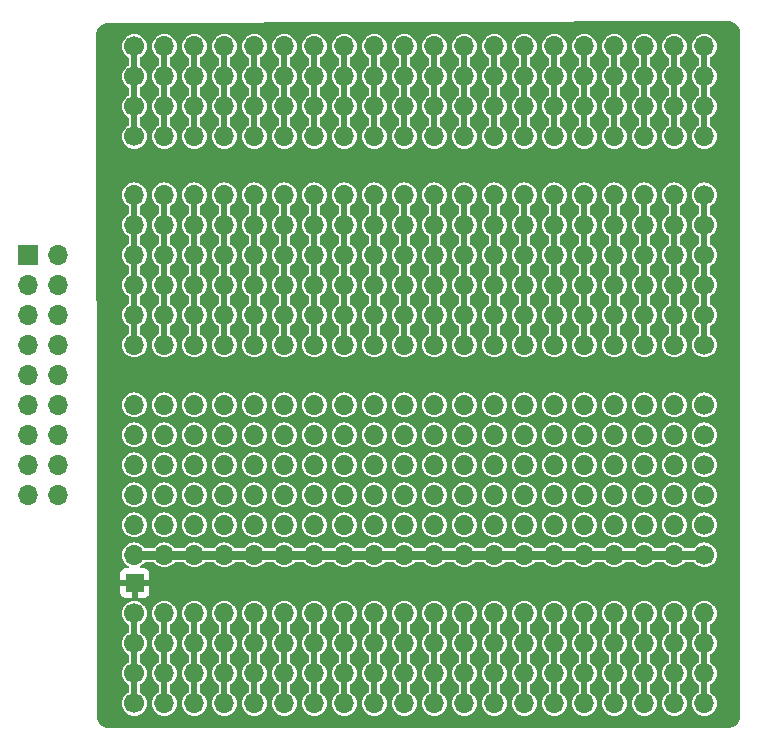
<source format=gtl>
G04 #@! TF.GenerationSoftware,KiCad,Pcbnew,8.0.8*
G04 #@! TF.CreationDate,2025-02-19T14:02:03-05:00*
G04 #@! TF.ProjectId,plot_gerbers,706c6f74-5f67-4657-9262-6572732e6b69,rev?*
G04 #@! TF.SameCoordinates,Original*
G04 #@! TF.FileFunction,Copper,L1,Top*
G04 #@! TF.FilePolarity,Positive*
%FSLAX46Y46*%
G04 Gerber Fmt 4.6, Leading zero omitted, Abs format (unit mm)*
G04 Created by KiCad (PCBNEW 8.0.8) date 2025-02-19 14:02:03*
%MOMM*%
%LPD*%
G01*
G04 APERTURE LIST*
G04 #@! TA.AperFunction,ComponentPad*
%ADD10C,1.700000*%
G04 #@! TD*
G04 #@! TA.AperFunction,ComponentPad*
%ADD11O,1.700000X1.700000*%
G04 #@! TD*
G04 #@! TA.AperFunction,ComponentPad*
%ADD12R,1.700000X1.700000*%
G04 #@! TD*
G04 #@! TA.AperFunction,ComponentPad*
%ADD13R,1.500000X1.500000*%
G04 #@! TD*
G04 #@! TA.AperFunction,Conductor*
%ADD14C,0.500000*%
G04 #@! TD*
G04 #@! TA.AperFunction,Conductor*
%ADD15C,0.800000*%
G04 #@! TD*
G04 APERTURE END LIST*
D10*
X124820000Y-127310000D03*
X124820000Y-124770000D03*
X124820000Y-122230000D03*
X124820000Y-119690000D03*
D11*
X127360000Y-127310000D03*
X127360000Y-124770000D03*
X127360000Y-122230000D03*
X127360000Y-119690000D03*
X129900000Y-127310000D03*
X129900000Y-124770000D03*
X129900000Y-122230000D03*
X129900000Y-119690000D03*
X132440000Y-127310000D03*
X132440000Y-124770000D03*
X132440000Y-122230000D03*
X132440000Y-119690000D03*
X134980000Y-127310000D03*
X134980000Y-124770000D03*
X134980000Y-122230000D03*
X134980000Y-119690000D03*
X137520000Y-127310000D03*
X137520000Y-124770000D03*
X137520000Y-122230000D03*
X137520000Y-119690000D03*
X140060000Y-127310000D03*
X140060000Y-124770000D03*
X140060000Y-122230000D03*
X140060000Y-119690000D03*
X142600000Y-127310000D03*
X142600000Y-124770000D03*
X142600000Y-122230000D03*
X142600000Y-119690000D03*
X145140000Y-127310000D03*
X145140000Y-124770000D03*
X145140000Y-122230000D03*
X145140000Y-119690000D03*
X147680000Y-127310000D03*
X147680000Y-124770000D03*
X147680000Y-122230000D03*
X147680000Y-119690000D03*
X150220000Y-127310000D03*
X150220000Y-124770000D03*
X150220000Y-122230000D03*
X150220000Y-119690000D03*
X152760000Y-127310000D03*
X152760000Y-124770000D03*
X152760000Y-122230000D03*
X152760000Y-119690000D03*
X155300000Y-127310000D03*
X155300000Y-124770000D03*
X155300000Y-122230000D03*
X155300000Y-119690000D03*
X157840000Y-127310000D03*
X157840000Y-124770000D03*
X157840000Y-122230000D03*
X157840000Y-119690000D03*
X160380000Y-127310000D03*
X160380000Y-124770000D03*
X160380000Y-122230000D03*
X160380000Y-119690000D03*
X162920000Y-127310000D03*
X162920000Y-124770000D03*
X162920000Y-122230000D03*
X162920000Y-119690000D03*
X165460000Y-127310000D03*
X165460000Y-124770000D03*
X165460000Y-122230000D03*
X165460000Y-119690000D03*
X168000000Y-127310000D03*
X168000000Y-124770000D03*
X168000000Y-122230000D03*
X168000000Y-119690000D03*
X170540000Y-127310000D03*
X170540000Y-124770000D03*
X170540000Y-122230000D03*
X170540000Y-119690000D03*
X173080000Y-127310000D03*
X173080000Y-124770000D03*
X173080000Y-122230000D03*
X173080000Y-119690000D03*
D12*
X115830000Y-89350000D03*
D11*
X118370000Y-89350000D03*
X115830000Y-91890000D03*
X118370000Y-91890000D03*
X115830000Y-94430000D03*
X118370000Y-94430000D03*
X115830000Y-96970000D03*
X118370000Y-96970000D03*
X115830000Y-99510000D03*
X118370000Y-99510000D03*
X115830000Y-102050000D03*
X118370000Y-102050000D03*
X115830000Y-104590000D03*
X118370000Y-104590000D03*
X115830000Y-107130000D03*
X118370000Y-107130000D03*
X115830000Y-109670000D03*
X118370000Y-109670000D03*
D13*
X124850000Y-117130000D03*
D10*
X124820000Y-79310000D03*
X124820000Y-76770000D03*
X124820000Y-74230000D03*
X124820000Y-71690000D03*
D11*
X127360000Y-79310000D03*
X127360000Y-76770000D03*
X127360000Y-74230000D03*
X127360000Y-71690000D03*
X129900000Y-79310000D03*
X129900000Y-76770000D03*
X129900000Y-74230000D03*
X129900000Y-71690000D03*
X132440000Y-79310000D03*
X132440000Y-76770000D03*
X132440000Y-74230000D03*
X132440000Y-71690000D03*
X134980000Y-79310000D03*
X134980000Y-76770000D03*
X134980000Y-74230000D03*
X134980000Y-71690000D03*
X137520000Y-79310000D03*
X137520000Y-76770000D03*
X137520000Y-74230000D03*
X137520000Y-71690000D03*
X140060000Y-79310000D03*
X140060000Y-76770000D03*
X140060000Y-74230000D03*
X140060000Y-71690000D03*
X142600000Y-79310000D03*
X142600000Y-76770000D03*
X142600000Y-74230000D03*
X142600000Y-71690000D03*
X145140000Y-79310000D03*
X145140000Y-76770000D03*
X145140000Y-74230000D03*
X145140000Y-71690000D03*
X147680000Y-79310000D03*
X147680000Y-76770000D03*
X147680000Y-74230000D03*
X147680000Y-71690000D03*
X150220000Y-79310000D03*
X150220000Y-76770000D03*
X150220000Y-74230000D03*
X150220000Y-71690000D03*
X152760000Y-79310000D03*
X152760000Y-76770000D03*
X152760000Y-74230000D03*
X152760000Y-71690000D03*
X155300000Y-79310000D03*
X155300000Y-76770000D03*
X155300000Y-74230000D03*
X155300000Y-71690000D03*
X157840000Y-79310000D03*
X157840000Y-76770000D03*
X157840000Y-74230000D03*
X157840000Y-71690000D03*
X160380000Y-79310000D03*
X160380000Y-76770000D03*
X160380000Y-74230000D03*
X160380000Y-71690000D03*
X162920000Y-79310000D03*
X162920000Y-76770000D03*
X162920000Y-74230000D03*
X162920000Y-71690000D03*
X165460000Y-79310000D03*
X165460000Y-76770000D03*
X165460000Y-74230000D03*
X165460000Y-71690000D03*
X168000000Y-79310000D03*
X168000000Y-76770000D03*
X168000000Y-74230000D03*
X168000000Y-71690000D03*
X170540000Y-79310000D03*
X170540000Y-76770000D03*
X170540000Y-74230000D03*
X170540000Y-71690000D03*
X173080000Y-79310000D03*
X173080000Y-76770000D03*
X173080000Y-74230000D03*
X173080000Y-71690000D03*
D10*
X173080000Y-84260000D03*
X173080000Y-86800000D03*
X173080000Y-89340000D03*
X173080000Y-91880000D03*
X173080000Y-94420000D03*
X173080000Y-96960000D03*
D11*
X170540000Y-84260000D03*
X170540000Y-86800000D03*
X170540000Y-89340000D03*
X170540000Y-91880000D03*
X170540000Y-94420000D03*
X170540000Y-96960000D03*
X168000000Y-84260000D03*
X168000000Y-86800000D03*
X168000000Y-89340000D03*
X168000000Y-91880000D03*
X168000000Y-94420000D03*
X168000000Y-96960000D03*
X165460000Y-84260000D03*
X165460000Y-86800000D03*
X165460000Y-89340000D03*
X165460000Y-91880000D03*
X165460000Y-94420000D03*
X165460000Y-96960000D03*
X162920000Y-84260000D03*
X162920000Y-86800000D03*
X162920000Y-89340000D03*
X162920000Y-91880000D03*
X162920000Y-94420000D03*
X162920000Y-96960000D03*
X160380000Y-84260000D03*
X160380000Y-86800000D03*
X160380000Y-89340000D03*
X160380000Y-91880000D03*
X160380000Y-94420000D03*
X160380000Y-96960000D03*
X157840000Y-84260000D03*
X157840000Y-86800000D03*
X157840000Y-89340000D03*
X157840000Y-91880000D03*
X157840000Y-94420000D03*
X157840000Y-96960000D03*
X155300000Y-84260000D03*
X155300000Y-86800000D03*
X155300000Y-89340000D03*
X155300000Y-91880000D03*
X155300000Y-94420000D03*
X155300000Y-96960000D03*
X152760000Y-84260000D03*
X152760000Y-86800000D03*
X152760000Y-89340000D03*
X152760000Y-91880000D03*
X152760000Y-94420000D03*
X152760000Y-96960000D03*
X150220000Y-84260000D03*
X150220000Y-86800000D03*
X150220000Y-89340000D03*
X150220000Y-91880000D03*
X150220000Y-94420000D03*
X150220000Y-96960000D03*
X147680000Y-84260000D03*
X147680000Y-86800000D03*
X147680000Y-89340000D03*
X147680000Y-91880000D03*
X147680000Y-94420000D03*
X147680000Y-96960000D03*
X145140000Y-84260000D03*
X145140000Y-86800000D03*
X145140000Y-89340000D03*
X145140000Y-91880000D03*
X145140000Y-94420000D03*
X145140000Y-96960000D03*
X142600000Y-84260000D03*
X142600000Y-86800000D03*
X142600000Y-89340000D03*
X142600000Y-91880000D03*
X142600000Y-94420000D03*
X142600000Y-96960000D03*
X140060000Y-84260000D03*
X140060000Y-86800000D03*
X140060000Y-89340000D03*
X140060000Y-91880000D03*
X140060000Y-94420000D03*
X140060000Y-96960000D03*
X137520000Y-84260000D03*
X137520000Y-86800000D03*
X137520000Y-89340000D03*
X137520000Y-91880000D03*
X137520000Y-94420000D03*
X137520000Y-96960000D03*
X134980000Y-84260000D03*
X134980000Y-86800000D03*
X134980000Y-89340000D03*
X134980000Y-91880000D03*
X134980000Y-94420000D03*
X134980000Y-96960000D03*
X132440000Y-84260000D03*
X132440000Y-86800000D03*
X132440000Y-89340000D03*
X132440000Y-91880000D03*
X132440000Y-94420000D03*
X132440000Y-96960000D03*
X129900000Y-84260000D03*
X129900000Y-86800000D03*
X129900000Y-89340000D03*
X129900000Y-91880000D03*
X129900000Y-94420000D03*
X129900000Y-96960000D03*
X127360000Y-84260000D03*
X127360000Y-86800000D03*
X127360000Y-89340000D03*
X127360000Y-91880000D03*
X127360000Y-94420000D03*
X127360000Y-96960000D03*
X124820000Y-84260000D03*
X124820000Y-86800000D03*
X124820000Y-89340000D03*
X124820000Y-91880000D03*
X124820000Y-94420000D03*
X124820000Y-96960000D03*
D10*
X173080000Y-102040000D03*
X173080000Y-104580000D03*
X173080000Y-107120000D03*
X173080000Y-109660000D03*
X173080000Y-112200000D03*
X173080000Y-114740000D03*
D11*
X170540000Y-102040000D03*
X170540000Y-104580000D03*
X170540000Y-107120000D03*
X170540000Y-109660000D03*
X170540000Y-112200000D03*
X170540000Y-114740000D03*
X168000000Y-102040000D03*
X168000000Y-104580000D03*
X168000000Y-107120000D03*
X168000000Y-109660000D03*
X168000000Y-112200000D03*
X168000000Y-114740000D03*
X165460000Y-102040000D03*
X165460000Y-104580000D03*
X165460000Y-107120000D03*
X165460000Y-109660000D03*
X165460000Y-112200000D03*
X165460000Y-114740000D03*
X162920000Y-102040000D03*
X162920000Y-104580000D03*
X162920000Y-107120000D03*
X162920000Y-109660000D03*
X162920000Y-112200000D03*
X162920000Y-114740000D03*
X160380000Y-102040000D03*
X160380000Y-104580000D03*
X160380000Y-107120000D03*
X160380000Y-109660000D03*
X160380000Y-112200000D03*
X160380000Y-114740000D03*
X157840000Y-102040000D03*
X157840000Y-104580000D03*
X157840000Y-107120000D03*
X157840000Y-109660000D03*
X157840000Y-112200000D03*
X157840000Y-114740000D03*
X155300000Y-102040000D03*
X155300000Y-104580000D03*
X155300000Y-107120000D03*
X155300000Y-109660000D03*
X155300000Y-112200000D03*
X155300000Y-114740000D03*
X152760000Y-102040000D03*
X152760000Y-104580000D03*
X152760000Y-107120000D03*
X152760000Y-109660000D03*
X152760000Y-112200000D03*
X152760000Y-114740000D03*
X150220000Y-102040000D03*
X150220000Y-104580000D03*
X150220000Y-107120000D03*
X150220000Y-109660000D03*
X150220000Y-112200000D03*
X150220000Y-114740000D03*
X147680000Y-102040000D03*
X147680000Y-104580000D03*
X147680000Y-107120000D03*
X147680000Y-109660000D03*
X147680000Y-112200000D03*
X147680000Y-114740000D03*
X145140000Y-102040000D03*
X145140000Y-104580000D03*
X145140000Y-107120000D03*
X145140000Y-109660000D03*
X145140000Y-112200000D03*
X145140000Y-114740000D03*
X142600000Y-102040000D03*
X142600000Y-104580000D03*
X142600000Y-107120000D03*
X142600000Y-109660000D03*
X142600000Y-112200000D03*
X142600000Y-114740000D03*
X140060000Y-102040000D03*
X140060000Y-104580000D03*
X140060000Y-107120000D03*
X140060000Y-109660000D03*
X140060000Y-112200000D03*
X140060000Y-114740000D03*
X137520000Y-102040000D03*
X137520000Y-104580000D03*
X137520000Y-107120000D03*
X137520000Y-109660000D03*
X137520000Y-112200000D03*
X137520000Y-114740000D03*
X134980000Y-102040000D03*
X134980000Y-104580000D03*
X134980000Y-107120000D03*
X134980000Y-109660000D03*
X134980000Y-112200000D03*
X134980000Y-114740000D03*
X132440000Y-102040000D03*
X132440000Y-104580000D03*
X132440000Y-107120000D03*
X132440000Y-109660000D03*
X132440000Y-112200000D03*
X132440000Y-114740000D03*
X129900000Y-102040000D03*
X129900000Y-104580000D03*
X129900000Y-107120000D03*
X129900000Y-109660000D03*
X129900000Y-112200000D03*
X129900000Y-114740000D03*
X127360000Y-102040000D03*
X127360000Y-104580000D03*
X127360000Y-107120000D03*
X127360000Y-109660000D03*
X127360000Y-112200000D03*
X127360000Y-114740000D03*
X124820000Y-102040000D03*
X124820000Y-104580000D03*
X124820000Y-107120000D03*
X124820000Y-109660000D03*
X124820000Y-112200000D03*
X124820000Y-114740000D03*
D14*
X162920000Y-119690000D02*
X162920000Y-127310000D01*
X162920000Y-71690000D02*
X162920000Y-79310000D01*
X140060000Y-119690000D02*
X140060000Y-119910000D01*
X140185000Y-72035000D02*
X140060000Y-72160000D01*
X165460000Y-119690000D02*
X165460000Y-127310000D01*
X140060000Y-71690000D02*
X140060000Y-71910000D01*
X129900000Y-84260000D02*
X129900000Y-96960000D01*
X165460000Y-71690000D02*
X165460000Y-79310000D01*
X132440000Y-96960000D02*
X132440000Y-84260000D01*
X162920000Y-84260000D02*
X162920000Y-96960000D01*
X137520000Y-71690000D02*
X137520000Y-79310000D01*
X170540000Y-71690000D02*
X170540000Y-79310000D01*
X142600000Y-84260000D02*
X142600000Y-96960000D01*
X160380000Y-119690000D02*
X160380000Y-127310000D01*
X173080000Y-119690000D02*
X173080000Y-127310000D01*
X155300000Y-71690000D02*
X155300000Y-79310000D01*
X124820000Y-119690000D02*
X124820000Y-127310000D01*
X127360000Y-71690000D02*
X127360000Y-79310000D01*
X134980000Y-71690000D02*
X134980000Y-79310000D01*
X150220000Y-119690000D02*
X150220000Y-127310000D01*
X129900000Y-119690000D02*
X129900000Y-127310000D01*
X145140000Y-71690000D02*
X145140000Y-79310000D01*
X140060000Y-120160000D02*
X140060000Y-127310000D01*
X150220000Y-71690000D02*
X150220000Y-79310000D01*
X170540000Y-84260000D02*
X170540000Y-96960000D01*
X147680000Y-84260000D02*
X147680000Y-96960000D01*
X173080000Y-84260000D02*
X173080000Y-96960000D01*
X137520000Y-96960000D02*
X137520000Y-84260000D01*
X140060000Y-84260000D02*
X140060000Y-96960000D01*
X165460000Y-84260000D02*
X165460000Y-96960000D01*
X145140000Y-84260000D02*
X145140000Y-96960000D01*
X137520000Y-119690000D02*
X137520000Y-127310000D01*
X155300000Y-84260000D02*
X155300000Y-96960000D01*
X152760000Y-84260000D02*
X152760000Y-96960000D01*
X157840000Y-71690000D02*
X157840000Y-79310000D01*
X124820000Y-71690000D02*
X124820000Y-79310000D01*
X147680000Y-71690000D02*
X147680000Y-79310000D01*
X142600000Y-119690000D02*
X142600000Y-127310000D01*
X173080000Y-71690000D02*
X173080000Y-79310000D01*
X170540000Y-119690000D02*
X170540000Y-127310000D01*
X140060000Y-119910000D02*
X140185000Y-120035000D01*
X168000000Y-84260000D02*
X168000000Y-96960000D01*
X152760000Y-71690000D02*
X152760000Y-79310000D01*
X140185000Y-120035000D02*
X140060000Y-120160000D01*
X142600000Y-71690000D02*
X142600000Y-79310000D01*
X168000000Y-71690000D02*
X168000000Y-79310000D01*
D15*
X124820000Y-114740000D02*
X173080000Y-114740000D01*
D14*
X124820000Y-84260000D02*
X124820000Y-96960000D01*
X140060000Y-71910000D02*
X140185000Y-72035000D01*
X129900000Y-71690000D02*
X129900000Y-79310000D01*
X145140000Y-119690000D02*
X145140000Y-127310000D01*
X157840000Y-119690000D02*
X157840000Y-127310000D01*
X152760000Y-119690000D02*
X152760000Y-127310000D01*
X127360000Y-96960000D02*
X127360000Y-84260000D01*
X168000000Y-119690000D02*
X168000000Y-127310000D01*
X150220000Y-84260000D02*
X150220000Y-96960000D01*
X127360000Y-119690000D02*
X127360000Y-127310000D01*
X160380000Y-84260000D02*
X160380000Y-96960000D01*
X132440000Y-119690000D02*
X132440000Y-127310000D01*
X147680000Y-119690000D02*
X147680000Y-127310000D01*
X157840000Y-84260000D02*
X157840000Y-96960000D01*
X160380000Y-71690000D02*
X160380000Y-79310000D01*
X140060000Y-72160000D02*
X140060000Y-79310000D01*
X134980000Y-84260000D02*
X134980000Y-96960000D01*
X134980000Y-119690000D02*
X134980000Y-127310000D01*
X155300000Y-119690000D02*
X155300000Y-127310000D01*
X132440000Y-71690000D02*
X132440000Y-79310000D01*
G04 #@! TA.AperFunction,Conductor*
G36*
X175082940Y-69523720D02*
G01*
X175260221Y-69540656D01*
X175284121Y-69545342D01*
X175448791Y-69594837D01*
X175471315Y-69604105D01*
X175623136Y-69684835D01*
X175643412Y-69698325D01*
X175776528Y-69807178D01*
X175793777Y-69824374D01*
X175903039Y-69957139D01*
X175916595Y-69977375D01*
X175997799Y-70128939D01*
X176007138Y-70151435D01*
X176057149Y-70315954D01*
X176061909Y-70339839D01*
X176079400Y-70517065D01*
X176080000Y-70529244D01*
X176080000Y-128403907D01*
X176079403Y-128416061D01*
X176061982Y-128592934D01*
X176057240Y-128616775D01*
X176007424Y-128780998D01*
X175998121Y-128803456D01*
X175917227Y-128954798D01*
X175903722Y-128975010D01*
X175794854Y-129107666D01*
X175777666Y-129124854D01*
X175645010Y-129233722D01*
X175624798Y-129247227D01*
X175473456Y-129328121D01*
X175450998Y-129337424D01*
X175286775Y-129387240D01*
X175262934Y-129391982D01*
X175086061Y-129409403D01*
X175073907Y-129410000D01*
X122674378Y-129410000D01*
X122662234Y-129409404D01*
X122485509Y-129392013D01*
X122461690Y-129387279D01*
X122297596Y-129337547D01*
X122275155Y-129328261D01*
X122123906Y-129247499D01*
X122103705Y-129234016D01*
X121971096Y-129125318D01*
X121953915Y-129108160D01*
X121845040Y-128975702D01*
X121831529Y-128955519D01*
X121821980Y-128937694D01*
X121750559Y-128804373D01*
X121741244Y-128781948D01*
X121691291Y-128617923D01*
X121686525Y-128594109D01*
X121686408Y-128592934D01*
X121668894Y-128417402D01*
X121668282Y-128405289D01*
X121656464Y-119690000D01*
X123764417Y-119690000D01*
X123784699Y-119895932D01*
X123784700Y-119895934D01*
X123844768Y-120093954D01*
X123942315Y-120276450D01*
X123942317Y-120276452D01*
X124073589Y-120436410D01*
X124233549Y-120567684D01*
X124233551Y-120567686D01*
X124260242Y-120581952D01*
X124303953Y-120605316D01*
X124353797Y-120654277D01*
X124369500Y-120714674D01*
X124369500Y-121205324D01*
X124349815Y-121272363D01*
X124303955Y-121314681D01*
X124233549Y-121352315D01*
X124073589Y-121483589D01*
X123942317Y-121643547D01*
X123844769Y-121826043D01*
X123784699Y-122024067D01*
X123764417Y-122230000D01*
X123784699Y-122435932D01*
X123784700Y-122435934D01*
X123844768Y-122633954D01*
X123942315Y-122816450D01*
X123942317Y-122816452D01*
X124073589Y-122976410D01*
X124233549Y-123107684D01*
X124233551Y-123107686D01*
X124260242Y-123121952D01*
X124303953Y-123145316D01*
X124353797Y-123194277D01*
X124369500Y-123254674D01*
X124369500Y-123745324D01*
X124349815Y-123812363D01*
X124303955Y-123854681D01*
X124233549Y-123892315D01*
X124073589Y-124023589D01*
X123942317Y-124183547D01*
X123844769Y-124366043D01*
X123784699Y-124564067D01*
X123764417Y-124770000D01*
X123784699Y-124975932D01*
X123784700Y-124975934D01*
X123844768Y-125173954D01*
X123942315Y-125356450D01*
X123942317Y-125356452D01*
X124073589Y-125516410D01*
X124233549Y-125647684D01*
X124233551Y-125647686D01*
X124260242Y-125661952D01*
X124303953Y-125685316D01*
X124353797Y-125734277D01*
X124369500Y-125794674D01*
X124369500Y-126285324D01*
X124349815Y-126352363D01*
X124303955Y-126394681D01*
X124233549Y-126432315D01*
X124073589Y-126563589D01*
X123942317Y-126723547D01*
X123844769Y-126906043D01*
X123784699Y-127104067D01*
X123764417Y-127310000D01*
X123784699Y-127515932D01*
X123784700Y-127515934D01*
X123844768Y-127713954D01*
X123942315Y-127896450D01*
X123942317Y-127896452D01*
X124073589Y-128056410D01*
X124170209Y-128135702D01*
X124233550Y-128187685D01*
X124416046Y-128285232D01*
X124614066Y-128345300D01*
X124614065Y-128345300D01*
X124632529Y-128347118D01*
X124820000Y-128365583D01*
X125025934Y-128345300D01*
X125223954Y-128285232D01*
X125406450Y-128187685D01*
X125566410Y-128056410D01*
X125697685Y-127896450D01*
X125795232Y-127713954D01*
X125855300Y-127515934D01*
X125875583Y-127310000D01*
X125855300Y-127104066D01*
X125795232Y-126906046D01*
X125697685Y-126723550D01*
X125645702Y-126660209D01*
X125566410Y-126563589D01*
X125406450Y-126432315D01*
X125336045Y-126394681D01*
X125286201Y-126345718D01*
X125270500Y-126285324D01*
X125270500Y-125794674D01*
X125290185Y-125727635D01*
X125336046Y-125685316D01*
X125406450Y-125647685D01*
X125566410Y-125516410D01*
X125697685Y-125356450D01*
X125795232Y-125173954D01*
X125855300Y-124975934D01*
X125875583Y-124770000D01*
X125855300Y-124564066D01*
X125795232Y-124366046D01*
X125697685Y-124183550D01*
X125645702Y-124120209D01*
X125566410Y-124023589D01*
X125406450Y-123892315D01*
X125336045Y-123854681D01*
X125286201Y-123805718D01*
X125270500Y-123745324D01*
X125270500Y-123254674D01*
X125290185Y-123187635D01*
X125336046Y-123145316D01*
X125406450Y-123107685D01*
X125566410Y-122976410D01*
X125697685Y-122816450D01*
X125795232Y-122633954D01*
X125855300Y-122435934D01*
X125875583Y-122230000D01*
X125855300Y-122024066D01*
X125795232Y-121826046D01*
X125697685Y-121643550D01*
X125645702Y-121580209D01*
X125566410Y-121483589D01*
X125406450Y-121352315D01*
X125336045Y-121314681D01*
X125286201Y-121265718D01*
X125270500Y-121205324D01*
X125270500Y-120714674D01*
X125290185Y-120647635D01*
X125336046Y-120605316D01*
X125406450Y-120567685D01*
X125566410Y-120436410D01*
X125697685Y-120276450D01*
X125795232Y-120093954D01*
X125855300Y-119895934D01*
X125875583Y-119690000D01*
X126304417Y-119690000D01*
X126324699Y-119895932D01*
X126324700Y-119895934D01*
X126384768Y-120093954D01*
X126482315Y-120276450D01*
X126482317Y-120276452D01*
X126613589Y-120436410D01*
X126773549Y-120567684D01*
X126773551Y-120567686D01*
X126800242Y-120581952D01*
X126843953Y-120605316D01*
X126893797Y-120654277D01*
X126909500Y-120714674D01*
X126909500Y-121205324D01*
X126889815Y-121272363D01*
X126843955Y-121314681D01*
X126773549Y-121352315D01*
X126613589Y-121483589D01*
X126482317Y-121643547D01*
X126384769Y-121826043D01*
X126324699Y-122024067D01*
X126304417Y-122230000D01*
X126324699Y-122435932D01*
X126324700Y-122435934D01*
X126384768Y-122633954D01*
X126482315Y-122816450D01*
X126482317Y-122816452D01*
X126613589Y-122976410D01*
X126773549Y-123107684D01*
X126773551Y-123107686D01*
X126800242Y-123121952D01*
X126843953Y-123145316D01*
X126893797Y-123194277D01*
X126909500Y-123254674D01*
X126909500Y-123745324D01*
X126889815Y-123812363D01*
X126843955Y-123854681D01*
X126773549Y-123892315D01*
X126613589Y-124023589D01*
X126482317Y-124183547D01*
X126384769Y-124366043D01*
X126324699Y-124564067D01*
X126304417Y-124770000D01*
X126324699Y-124975932D01*
X126324700Y-124975934D01*
X126384768Y-125173954D01*
X126482315Y-125356450D01*
X126482317Y-125356452D01*
X126613589Y-125516410D01*
X126773549Y-125647684D01*
X126773551Y-125647686D01*
X126800242Y-125661952D01*
X126843953Y-125685316D01*
X126893797Y-125734277D01*
X126909500Y-125794674D01*
X126909500Y-126285324D01*
X126889815Y-126352363D01*
X126843955Y-126394681D01*
X126773549Y-126432315D01*
X126613589Y-126563589D01*
X126482317Y-126723547D01*
X126384769Y-126906043D01*
X126324699Y-127104067D01*
X126304417Y-127310000D01*
X126324699Y-127515932D01*
X126324700Y-127515934D01*
X126384768Y-127713954D01*
X126482315Y-127896450D01*
X126482317Y-127896452D01*
X126613589Y-128056410D01*
X126710209Y-128135702D01*
X126773550Y-128187685D01*
X126956046Y-128285232D01*
X127154066Y-128345300D01*
X127154065Y-128345300D01*
X127172529Y-128347118D01*
X127360000Y-128365583D01*
X127565934Y-128345300D01*
X127763954Y-128285232D01*
X127946450Y-128187685D01*
X128106410Y-128056410D01*
X128237685Y-127896450D01*
X128335232Y-127713954D01*
X128395300Y-127515934D01*
X128415583Y-127310000D01*
X128395300Y-127104066D01*
X128335232Y-126906046D01*
X128237685Y-126723550D01*
X128185702Y-126660209D01*
X128106410Y-126563589D01*
X127946450Y-126432315D01*
X127876045Y-126394681D01*
X127826201Y-126345718D01*
X127810500Y-126285324D01*
X127810500Y-125794674D01*
X127830185Y-125727635D01*
X127876046Y-125685316D01*
X127946450Y-125647685D01*
X128106410Y-125516410D01*
X128237685Y-125356450D01*
X128335232Y-125173954D01*
X128395300Y-124975934D01*
X128415583Y-124770000D01*
X128395300Y-124564066D01*
X128335232Y-124366046D01*
X128237685Y-124183550D01*
X128185702Y-124120209D01*
X128106410Y-124023589D01*
X127946450Y-123892315D01*
X127876045Y-123854681D01*
X127826201Y-123805718D01*
X127810500Y-123745324D01*
X127810500Y-123254674D01*
X127830185Y-123187635D01*
X127876046Y-123145316D01*
X127946450Y-123107685D01*
X128106410Y-122976410D01*
X128237685Y-122816450D01*
X128335232Y-122633954D01*
X128395300Y-122435934D01*
X128415583Y-122230000D01*
X128395300Y-122024066D01*
X128335232Y-121826046D01*
X128237685Y-121643550D01*
X128185702Y-121580209D01*
X128106410Y-121483589D01*
X127946450Y-121352315D01*
X127876045Y-121314681D01*
X127826201Y-121265718D01*
X127810500Y-121205324D01*
X127810500Y-120714674D01*
X127830185Y-120647635D01*
X127876046Y-120605316D01*
X127946450Y-120567685D01*
X128106410Y-120436410D01*
X128237685Y-120276450D01*
X128335232Y-120093954D01*
X128395300Y-119895934D01*
X128415583Y-119690000D01*
X128844417Y-119690000D01*
X128864699Y-119895932D01*
X128864700Y-119895934D01*
X128924768Y-120093954D01*
X129022315Y-120276450D01*
X129022317Y-120276452D01*
X129153589Y-120436410D01*
X129313549Y-120567684D01*
X129313551Y-120567686D01*
X129340242Y-120581952D01*
X129383953Y-120605316D01*
X129433797Y-120654277D01*
X129449500Y-120714674D01*
X129449500Y-121205324D01*
X129429815Y-121272363D01*
X129383955Y-121314681D01*
X129313549Y-121352315D01*
X129153589Y-121483589D01*
X129022317Y-121643547D01*
X128924769Y-121826043D01*
X128864699Y-122024067D01*
X128844417Y-122230000D01*
X128864699Y-122435932D01*
X128864700Y-122435934D01*
X128924768Y-122633954D01*
X129022315Y-122816450D01*
X129022317Y-122816452D01*
X129153589Y-122976410D01*
X129313549Y-123107684D01*
X129313551Y-123107686D01*
X129340242Y-123121952D01*
X129383953Y-123145316D01*
X129433797Y-123194277D01*
X129449500Y-123254674D01*
X129449500Y-123745324D01*
X129429815Y-123812363D01*
X129383955Y-123854681D01*
X129313549Y-123892315D01*
X129153589Y-124023589D01*
X129022317Y-124183547D01*
X128924769Y-124366043D01*
X128864699Y-124564067D01*
X128844417Y-124770000D01*
X128864699Y-124975932D01*
X128864700Y-124975934D01*
X128924768Y-125173954D01*
X129022315Y-125356450D01*
X129022317Y-125356452D01*
X129153589Y-125516410D01*
X129313549Y-125647684D01*
X129313551Y-125647686D01*
X129340242Y-125661952D01*
X129383953Y-125685316D01*
X129433797Y-125734277D01*
X129449500Y-125794674D01*
X129449500Y-126285324D01*
X129429815Y-126352363D01*
X129383955Y-126394681D01*
X129313549Y-126432315D01*
X129153589Y-126563589D01*
X129022317Y-126723547D01*
X128924769Y-126906043D01*
X128864699Y-127104067D01*
X128844417Y-127310000D01*
X128864699Y-127515932D01*
X128864700Y-127515934D01*
X128924768Y-127713954D01*
X129022315Y-127896450D01*
X129022317Y-127896452D01*
X129153589Y-128056410D01*
X129250209Y-128135702D01*
X129313550Y-128187685D01*
X129496046Y-128285232D01*
X129694066Y-128345300D01*
X129694065Y-128345300D01*
X129712529Y-128347118D01*
X129900000Y-128365583D01*
X130105934Y-128345300D01*
X130303954Y-128285232D01*
X130486450Y-128187685D01*
X130646410Y-128056410D01*
X130777685Y-127896450D01*
X130875232Y-127713954D01*
X130935300Y-127515934D01*
X130955583Y-127310000D01*
X130935300Y-127104066D01*
X130875232Y-126906046D01*
X130777685Y-126723550D01*
X130725702Y-126660209D01*
X130646410Y-126563589D01*
X130486450Y-126432315D01*
X130416045Y-126394681D01*
X130366201Y-126345718D01*
X130350500Y-126285324D01*
X130350500Y-125794674D01*
X130370185Y-125727635D01*
X130416046Y-125685316D01*
X130486450Y-125647685D01*
X130646410Y-125516410D01*
X130777685Y-125356450D01*
X130875232Y-125173954D01*
X130935300Y-124975934D01*
X130955583Y-124770000D01*
X130935300Y-124564066D01*
X130875232Y-124366046D01*
X130777685Y-124183550D01*
X130725702Y-124120209D01*
X130646410Y-124023589D01*
X130486450Y-123892315D01*
X130416045Y-123854681D01*
X130366201Y-123805718D01*
X130350500Y-123745324D01*
X130350500Y-123254674D01*
X130370185Y-123187635D01*
X130416046Y-123145316D01*
X130486450Y-123107685D01*
X130646410Y-122976410D01*
X130777685Y-122816450D01*
X130875232Y-122633954D01*
X130935300Y-122435934D01*
X130955583Y-122230000D01*
X130935300Y-122024066D01*
X130875232Y-121826046D01*
X130777685Y-121643550D01*
X130725702Y-121580209D01*
X130646410Y-121483589D01*
X130486450Y-121352315D01*
X130416045Y-121314681D01*
X130366201Y-121265718D01*
X130350500Y-121205324D01*
X130350500Y-120714674D01*
X130370185Y-120647635D01*
X130416046Y-120605316D01*
X130486450Y-120567685D01*
X130646410Y-120436410D01*
X130777685Y-120276450D01*
X130875232Y-120093954D01*
X130935300Y-119895934D01*
X130955583Y-119690000D01*
X131384417Y-119690000D01*
X131404699Y-119895932D01*
X131404700Y-119895934D01*
X131464768Y-120093954D01*
X131562315Y-120276450D01*
X131562317Y-120276452D01*
X131693589Y-120436410D01*
X131853549Y-120567684D01*
X131853551Y-120567686D01*
X131880242Y-120581952D01*
X131923953Y-120605316D01*
X131973797Y-120654277D01*
X131989500Y-120714674D01*
X131989500Y-121205324D01*
X131969815Y-121272363D01*
X131923955Y-121314681D01*
X131853549Y-121352315D01*
X131693589Y-121483589D01*
X131562317Y-121643547D01*
X131464769Y-121826043D01*
X131404699Y-122024067D01*
X131384417Y-122230000D01*
X131404699Y-122435932D01*
X131404700Y-122435934D01*
X131464768Y-122633954D01*
X131562315Y-122816450D01*
X131562317Y-122816452D01*
X131693589Y-122976410D01*
X131853549Y-123107684D01*
X131853551Y-123107686D01*
X131880242Y-123121952D01*
X131923953Y-123145316D01*
X131973797Y-123194277D01*
X131989500Y-123254674D01*
X131989500Y-123745324D01*
X131969815Y-123812363D01*
X131923955Y-123854681D01*
X131853549Y-123892315D01*
X131693589Y-124023589D01*
X131562317Y-124183547D01*
X131464769Y-124366043D01*
X131404699Y-124564067D01*
X131384417Y-124770000D01*
X131404699Y-124975932D01*
X131404700Y-124975934D01*
X131464768Y-125173954D01*
X131562315Y-125356450D01*
X131562317Y-125356452D01*
X131693589Y-125516410D01*
X131853549Y-125647684D01*
X131853551Y-125647686D01*
X131880242Y-125661952D01*
X131923953Y-125685316D01*
X131973797Y-125734277D01*
X131989500Y-125794674D01*
X131989500Y-126285324D01*
X131969815Y-126352363D01*
X131923955Y-126394681D01*
X131853549Y-126432315D01*
X131693589Y-126563589D01*
X131562317Y-126723547D01*
X131464769Y-126906043D01*
X131404699Y-127104067D01*
X131384417Y-127310000D01*
X131404699Y-127515932D01*
X131404700Y-127515934D01*
X131464768Y-127713954D01*
X131562315Y-127896450D01*
X131562317Y-127896452D01*
X131693589Y-128056410D01*
X131790209Y-128135702D01*
X131853550Y-128187685D01*
X132036046Y-128285232D01*
X132234066Y-128345300D01*
X132234065Y-128345300D01*
X132252529Y-128347118D01*
X132440000Y-128365583D01*
X132645934Y-128345300D01*
X132843954Y-128285232D01*
X133026450Y-128187685D01*
X133186410Y-128056410D01*
X133317685Y-127896450D01*
X133415232Y-127713954D01*
X133475300Y-127515934D01*
X133495583Y-127310000D01*
X133475300Y-127104066D01*
X133415232Y-126906046D01*
X133317685Y-126723550D01*
X133265702Y-126660209D01*
X133186410Y-126563589D01*
X133026450Y-126432315D01*
X132956045Y-126394681D01*
X132906201Y-126345718D01*
X132890500Y-126285324D01*
X132890500Y-125794674D01*
X132910185Y-125727635D01*
X132956046Y-125685316D01*
X133026450Y-125647685D01*
X133186410Y-125516410D01*
X133317685Y-125356450D01*
X133415232Y-125173954D01*
X133475300Y-124975934D01*
X133495583Y-124770000D01*
X133475300Y-124564066D01*
X133415232Y-124366046D01*
X133317685Y-124183550D01*
X133265702Y-124120209D01*
X133186410Y-124023589D01*
X133026450Y-123892315D01*
X132956045Y-123854681D01*
X132906201Y-123805718D01*
X132890500Y-123745324D01*
X132890500Y-123254674D01*
X132910185Y-123187635D01*
X132956046Y-123145316D01*
X133026450Y-123107685D01*
X133186410Y-122976410D01*
X133317685Y-122816450D01*
X133415232Y-122633954D01*
X133475300Y-122435934D01*
X133495583Y-122230000D01*
X133475300Y-122024066D01*
X133415232Y-121826046D01*
X133317685Y-121643550D01*
X133265702Y-121580209D01*
X133186410Y-121483589D01*
X133026450Y-121352315D01*
X132956045Y-121314681D01*
X132906201Y-121265718D01*
X132890500Y-121205324D01*
X132890500Y-120714674D01*
X132910185Y-120647635D01*
X132956046Y-120605316D01*
X133026450Y-120567685D01*
X133186410Y-120436410D01*
X133317685Y-120276450D01*
X133415232Y-120093954D01*
X133475300Y-119895934D01*
X133495583Y-119690000D01*
X133924417Y-119690000D01*
X133944699Y-119895932D01*
X133944700Y-119895934D01*
X134004768Y-120093954D01*
X134102315Y-120276450D01*
X134102317Y-120276452D01*
X134233589Y-120436410D01*
X134393549Y-120567684D01*
X134393551Y-120567686D01*
X134420242Y-120581952D01*
X134463953Y-120605316D01*
X134513797Y-120654277D01*
X134529500Y-120714674D01*
X134529500Y-121205324D01*
X134509815Y-121272363D01*
X134463955Y-121314681D01*
X134393549Y-121352315D01*
X134233589Y-121483589D01*
X134102317Y-121643547D01*
X134004769Y-121826043D01*
X133944699Y-122024067D01*
X133924417Y-122230000D01*
X133944699Y-122435932D01*
X133944700Y-122435934D01*
X134004768Y-122633954D01*
X134102315Y-122816450D01*
X134102317Y-122816452D01*
X134233589Y-122976410D01*
X134393549Y-123107684D01*
X134393551Y-123107686D01*
X134420242Y-123121952D01*
X134463953Y-123145316D01*
X134513797Y-123194277D01*
X134529500Y-123254674D01*
X134529500Y-123745324D01*
X134509815Y-123812363D01*
X134463955Y-123854681D01*
X134393549Y-123892315D01*
X134233589Y-124023589D01*
X134102317Y-124183547D01*
X134004769Y-124366043D01*
X133944699Y-124564067D01*
X133924417Y-124770000D01*
X133944699Y-124975932D01*
X133944700Y-124975934D01*
X134004768Y-125173954D01*
X134102315Y-125356450D01*
X134102317Y-125356452D01*
X134233589Y-125516410D01*
X134393549Y-125647684D01*
X134393551Y-125647686D01*
X134420242Y-125661952D01*
X134463953Y-125685316D01*
X134513797Y-125734277D01*
X134529500Y-125794674D01*
X134529500Y-126285324D01*
X134509815Y-126352363D01*
X134463955Y-126394681D01*
X134393549Y-126432315D01*
X134233589Y-126563589D01*
X134102317Y-126723547D01*
X134004769Y-126906043D01*
X133944699Y-127104067D01*
X133924417Y-127310000D01*
X133944699Y-127515932D01*
X133944700Y-127515934D01*
X134004768Y-127713954D01*
X134102315Y-127896450D01*
X134102317Y-127896452D01*
X134233589Y-128056410D01*
X134330209Y-128135702D01*
X134393550Y-128187685D01*
X134576046Y-128285232D01*
X134774066Y-128345300D01*
X134774065Y-128345300D01*
X134792529Y-128347118D01*
X134980000Y-128365583D01*
X135185934Y-128345300D01*
X135383954Y-128285232D01*
X135566450Y-128187685D01*
X135726410Y-128056410D01*
X135857685Y-127896450D01*
X135955232Y-127713954D01*
X136015300Y-127515934D01*
X136035583Y-127310000D01*
X136015300Y-127104066D01*
X135955232Y-126906046D01*
X135857685Y-126723550D01*
X135805702Y-126660209D01*
X135726410Y-126563589D01*
X135566450Y-126432315D01*
X135496045Y-126394681D01*
X135446201Y-126345718D01*
X135430500Y-126285324D01*
X135430500Y-125794674D01*
X135450185Y-125727635D01*
X135496046Y-125685316D01*
X135566450Y-125647685D01*
X135726410Y-125516410D01*
X135857685Y-125356450D01*
X135955232Y-125173954D01*
X136015300Y-124975934D01*
X136035583Y-124770000D01*
X136015300Y-124564066D01*
X135955232Y-124366046D01*
X135857685Y-124183550D01*
X135805702Y-124120209D01*
X135726410Y-124023589D01*
X135566450Y-123892315D01*
X135496045Y-123854681D01*
X135446201Y-123805718D01*
X135430500Y-123745324D01*
X135430500Y-123254674D01*
X135450185Y-123187635D01*
X135496046Y-123145316D01*
X135566450Y-123107685D01*
X135726410Y-122976410D01*
X135857685Y-122816450D01*
X135955232Y-122633954D01*
X136015300Y-122435934D01*
X136035583Y-122230000D01*
X136015300Y-122024066D01*
X135955232Y-121826046D01*
X135857685Y-121643550D01*
X135805702Y-121580209D01*
X135726410Y-121483589D01*
X135566450Y-121352315D01*
X135496045Y-121314681D01*
X135446201Y-121265718D01*
X135430500Y-121205324D01*
X135430500Y-120714674D01*
X135450185Y-120647635D01*
X135496046Y-120605316D01*
X135566450Y-120567685D01*
X135726410Y-120436410D01*
X135857685Y-120276450D01*
X135955232Y-120093954D01*
X136015300Y-119895934D01*
X136035583Y-119690000D01*
X136464417Y-119690000D01*
X136484699Y-119895932D01*
X136484700Y-119895934D01*
X136544768Y-120093954D01*
X136642315Y-120276450D01*
X136642317Y-120276452D01*
X136773589Y-120436410D01*
X136933549Y-120567684D01*
X136933551Y-120567686D01*
X136960242Y-120581952D01*
X137003953Y-120605316D01*
X137053797Y-120654277D01*
X137069500Y-120714674D01*
X137069500Y-121205324D01*
X137049815Y-121272363D01*
X137003955Y-121314681D01*
X136933549Y-121352315D01*
X136773589Y-121483589D01*
X136642317Y-121643547D01*
X136544769Y-121826043D01*
X136484699Y-122024067D01*
X136464417Y-122230000D01*
X136484699Y-122435932D01*
X136484700Y-122435934D01*
X136544768Y-122633954D01*
X136642315Y-122816450D01*
X136642317Y-122816452D01*
X136773589Y-122976410D01*
X136933549Y-123107684D01*
X136933551Y-123107686D01*
X136960242Y-123121952D01*
X137003953Y-123145316D01*
X137053797Y-123194277D01*
X137069500Y-123254674D01*
X137069500Y-123745324D01*
X137049815Y-123812363D01*
X137003955Y-123854681D01*
X136933549Y-123892315D01*
X136773589Y-124023589D01*
X136642317Y-124183547D01*
X136544769Y-124366043D01*
X136484699Y-124564067D01*
X136464417Y-124770000D01*
X136484699Y-124975932D01*
X136484700Y-124975934D01*
X136544768Y-125173954D01*
X136642315Y-125356450D01*
X136642317Y-125356452D01*
X136773589Y-125516410D01*
X136933549Y-125647684D01*
X136933551Y-125647686D01*
X136960242Y-125661952D01*
X137003953Y-125685316D01*
X137053797Y-125734277D01*
X137069500Y-125794674D01*
X137069500Y-126285324D01*
X137049815Y-126352363D01*
X137003955Y-126394681D01*
X136933549Y-126432315D01*
X136773589Y-126563589D01*
X136642317Y-126723547D01*
X136544769Y-126906043D01*
X136484699Y-127104067D01*
X136464417Y-127310000D01*
X136484699Y-127515932D01*
X136484700Y-127515934D01*
X136544768Y-127713954D01*
X136642315Y-127896450D01*
X136642317Y-127896452D01*
X136773589Y-128056410D01*
X136870209Y-128135702D01*
X136933550Y-128187685D01*
X137116046Y-128285232D01*
X137314066Y-128345300D01*
X137314065Y-128345300D01*
X137332529Y-128347118D01*
X137520000Y-128365583D01*
X137725934Y-128345300D01*
X137923954Y-128285232D01*
X138106450Y-128187685D01*
X138266410Y-128056410D01*
X138397685Y-127896450D01*
X138495232Y-127713954D01*
X138555300Y-127515934D01*
X138575583Y-127310000D01*
X138555300Y-127104066D01*
X138495232Y-126906046D01*
X138397685Y-126723550D01*
X138345702Y-126660209D01*
X138266410Y-126563589D01*
X138106450Y-126432315D01*
X138036045Y-126394681D01*
X137986201Y-126345718D01*
X137970500Y-126285324D01*
X137970500Y-125794674D01*
X137990185Y-125727635D01*
X138036046Y-125685316D01*
X138106450Y-125647685D01*
X138266410Y-125516410D01*
X138397685Y-125356450D01*
X138495232Y-125173954D01*
X138555300Y-124975934D01*
X138575583Y-124770000D01*
X138555300Y-124564066D01*
X138495232Y-124366046D01*
X138397685Y-124183550D01*
X138345702Y-124120209D01*
X138266410Y-124023589D01*
X138106450Y-123892315D01*
X138036045Y-123854681D01*
X137986201Y-123805718D01*
X137970500Y-123745324D01*
X137970500Y-123254674D01*
X137990185Y-123187635D01*
X138036046Y-123145316D01*
X138106450Y-123107685D01*
X138266410Y-122976410D01*
X138397685Y-122816450D01*
X138495232Y-122633954D01*
X138555300Y-122435934D01*
X138575583Y-122230000D01*
X138555300Y-122024066D01*
X138495232Y-121826046D01*
X138397685Y-121643550D01*
X138345702Y-121580209D01*
X138266410Y-121483589D01*
X138106450Y-121352315D01*
X138036045Y-121314681D01*
X137986201Y-121265718D01*
X137970500Y-121205324D01*
X137970500Y-120714674D01*
X137990185Y-120647635D01*
X138036046Y-120605316D01*
X138106450Y-120567685D01*
X138266410Y-120436410D01*
X138397685Y-120276450D01*
X138495232Y-120093954D01*
X138555300Y-119895934D01*
X138575583Y-119690000D01*
X139004417Y-119690000D01*
X139024699Y-119895932D01*
X139024700Y-119895934D01*
X139084768Y-120093954D01*
X139182315Y-120276450D01*
X139182317Y-120276452D01*
X139313589Y-120436410D01*
X139473549Y-120567684D01*
X139473551Y-120567686D01*
X139500242Y-120581952D01*
X139543953Y-120605316D01*
X139593797Y-120654277D01*
X139609500Y-120714674D01*
X139609500Y-121205324D01*
X139589815Y-121272363D01*
X139543955Y-121314681D01*
X139473549Y-121352315D01*
X139313589Y-121483589D01*
X139182317Y-121643547D01*
X139084769Y-121826043D01*
X139024699Y-122024067D01*
X139004417Y-122230000D01*
X139024699Y-122435932D01*
X139024700Y-122435934D01*
X139084768Y-122633954D01*
X139182315Y-122816450D01*
X139182317Y-122816452D01*
X139313589Y-122976410D01*
X139473549Y-123107684D01*
X139473551Y-123107686D01*
X139500242Y-123121952D01*
X139543953Y-123145316D01*
X139593797Y-123194277D01*
X139609500Y-123254674D01*
X139609500Y-123745324D01*
X139589815Y-123812363D01*
X139543955Y-123854681D01*
X139473549Y-123892315D01*
X139313589Y-124023589D01*
X139182317Y-124183547D01*
X139084769Y-124366043D01*
X139024699Y-124564067D01*
X139004417Y-124770000D01*
X139024699Y-124975932D01*
X139024700Y-124975934D01*
X139084768Y-125173954D01*
X139182315Y-125356450D01*
X139182317Y-125356452D01*
X139313589Y-125516410D01*
X139473549Y-125647684D01*
X139473551Y-125647686D01*
X139500242Y-125661952D01*
X139543953Y-125685316D01*
X139593797Y-125734277D01*
X139609500Y-125794674D01*
X139609500Y-126285324D01*
X139589815Y-126352363D01*
X139543955Y-126394681D01*
X139473549Y-126432315D01*
X139313589Y-126563589D01*
X139182317Y-126723547D01*
X139084769Y-126906043D01*
X139024699Y-127104067D01*
X139004417Y-127310000D01*
X139024699Y-127515932D01*
X139024700Y-127515934D01*
X139084768Y-127713954D01*
X139182315Y-127896450D01*
X139182317Y-127896452D01*
X139313589Y-128056410D01*
X139410209Y-128135702D01*
X139473550Y-128187685D01*
X139656046Y-128285232D01*
X139854066Y-128345300D01*
X139854065Y-128345300D01*
X139872529Y-128347118D01*
X140060000Y-128365583D01*
X140265934Y-128345300D01*
X140463954Y-128285232D01*
X140646450Y-128187685D01*
X140806410Y-128056410D01*
X140937685Y-127896450D01*
X141035232Y-127713954D01*
X141095300Y-127515934D01*
X141115583Y-127310000D01*
X141095300Y-127104066D01*
X141035232Y-126906046D01*
X140937685Y-126723550D01*
X140885702Y-126660209D01*
X140806410Y-126563589D01*
X140646450Y-126432315D01*
X140576045Y-126394681D01*
X140526201Y-126345718D01*
X140510500Y-126285324D01*
X140510500Y-125794674D01*
X140530185Y-125727635D01*
X140576046Y-125685316D01*
X140646450Y-125647685D01*
X140806410Y-125516410D01*
X140937685Y-125356450D01*
X141035232Y-125173954D01*
X141095300Y-124975934D01*
X141115583Y-124770000D01*
X141095300Y-124564066D01*
X141035232Y-124366046D01*
X140937685Y-124183550D01*
X140885702Y-124120209D01*
X140806410Y-124023589D01*
X140646450Y-123892315D01*
X140576045Y-123854681D01*
X140526201Y-123805718D01*
X140510500Y-123745324D01*
X140510500Y-123254674D01*
X140530185Y-123187635D01*
X140576046Y-123145316D01*
X140646450Y-123107685D01*
X140806410Y-122976410D01*
X140937685Y-122816450D01*
X141035232Y-122633954D01*
X141095300Y-122435934D01*
X141115583Y-122230000D01*
X141095300Y-122024066D01*
X141035232Y-121826046D01*
X140937685Y-121643550D01*
X140885702Y-121580209D01*
X140806410Y-121483589D01*
X140646450Y-121352315D01*
X140576045Y-121314681D01*
X140526201Y-121265718D01*
X140510500Y-121205324D01*
X140510500Y-120714674D01*
X140530185Y-120647635D01*
X140576046Y-120605316D01*
X140646450Y-120567685D01*
X140806410Y-120436410D01*
X140937685Y-120276450D01*
X141035232Y-120093954D01*
X141095300Y-119895934D01*
X141115583Y-119690000D01*
X141544417Y-119690000D01*
X141564699Y-119895932D01*
X141564700Y-119895934D01*
X141624768Y-120093954D01*
X141722315Y-120276450D01*
X141722317Y-120276452D01*
X141853589Y-120436410D01*
X142013549Y-120567684D01*
X142013551Y-120567686D01*
X142040242Y-120581952D01*
X142083953Y-120605316D01*
X142133797Y-120654277D01*
X142149500Y-120714674D01*
X142149500Y-121205324D01*
X142129815Y-121272363D01*
X142083955Y-121314681D01*
X142013549Y-121352315D01*
X141853589Y-121483589D01*
X141722317Y-121643547D01*
X141624769Y-121826043D01*
X141564699Y-122024067D01*
X141544417Y-122230000D01*
X141564699Y-122435932D01*
X141564700Y-122435934D01*
X141624768Y-122633954D01*
X141722315Y-122816450D01*
X141722317Y-122816452D01*
X141853589Y-122976410D01*
X142013549Y-123107684D01*
X142013551Y-123107686D01*
X142040242Y-123121952D01*
X142083953Y-123145316D01*
X142133797Y-123194277D01*
X142149500Y-123254674D01*
X142149500Y-123745324D01*
X142129815Y-123812363D01*
X142083955Y-123854681D01*
X142013549Y-123892315D01*
X141853589Y-124023589D01*
X141722317Y-124183547D01*
X141624769Y-124366043D01*
X141564699Y-124564067D01*
X141544417Y-124770000D01*
X141564699Y-124975932D01*
X141564700Y-124975934D01*
X141624768Y-125173954D01*
X141722315Y-125356450D01*
X141722317Y-125356452D01*
X141853589Y-125516410D01*
X142013549Y-125647684D01*
X142013551Y-125647686D01*
X142040242Y-125661952D01*
X142083953Y-125685316D01*
X142133797Y-125734277D01*
X142149500Y-125794674D01*
X142149500Y-126285324D01*
X142129815Y-126352363D01*
X142083955Y-126394681D01*
X142013549Y-126432315D01*
X141853589Y-126563589D01*
X141722317Y-126723547D01*
X141624769Y-126906043D01*
X141564699Y-127104067D01*
X141544417Y-127310000D01*
X141564699Y-127515932D01*
X141564700Y-127515934D01*
X141624768Y-127713954D01*
X141722315Y-127896450D01*
X141722317Y-127896452D01*
X141853589Y-128056410D01*
X141950209Y-128135702D01*
X142013550Y-128187685D01*
X142196046Y-128285232D01*
X142394066Y-128345300D01*
X142394065Y-128345300D01*
X142412529Y-128347118D01*
X142600000Y-128365583D01*
X142805934Y-128345300D01*
X143003954Y-128285232D01*
X143186450Y-128187685D01*
X143346410Y-128056410D01*
X143477685Y-127896450D01*
X143575232Y-127713954D01*
X143635300Y-127515934D01*
X143655583Y-127310000D01*
X143635300Y-127104066D01*
X143575232Y-126906046D01*
X143477685Y-126723550D01*
X143425702Y-126660209D01*
X143346410Y-126563589D01*
X143186450Y-126432315D01*
X143116045Y-126394681D01*
X143066201Y-126345718D01*
X143050500Y-126285324D01*
X143050500Y-125794674D01*
X143070185Y-125727635D01*
X143116046Y-125685316D01*
X143186450Y-125647685D01*
X143346410Y-125516410D01*
X143477685Y-125356450D01*
X143575232Y-125173954D01*
X143635300Y-124975934D01*
X143655583Y-124770000D01*
X143635300Y-124564066D01*
X143575232Y-124366046D01*
X143477685Y-124183550D01*
X143425702Y-124120209D01*
X143346410Y-124023589D01*
X143186450Y-123892315D01*
X143116045Y-123854681D01*
X143066201Y-123805718D01*
X143050500Y-123745324D01*
X143050500Y-123254674D01*
X143070185Y-123187635D01*
X143116046Y-123145316D01*
X143186450Y-123107685D01*
X143346410Y-122976410D01*
X143477685Y-122816450D01*
X143575232Y-122633954D01*
X143635300Y-122435934D01*
X143655583Y-122230000D01*
X143635300Y-122024066D01*
X143575232Y-121826046D01*
X143477685Y-121643550D01*
X143425702Y-121580209D01*
X143346410Y-121483589D01*
X143186450Y-121352315D01*
X143116045Y-121314681D01*
X143066201Y-121265718D01*
X143050500Y-121205324D01*
X143050500Y-120714674D01*
X143070185Y-120647635D01*
X143116046Y-120605316D01*
X143186450Y-120567685D01*
X143346410Y-120436410D01*
X143477685Y-120276450D01*
X143575232Y-120093954D01*
X143635300Y-119895934D01*
X143655583Y-119690000D01*
X144084417Y-119690000D01*
X144104699Y-119895932D01*
X144104700Y-119895934D01*
X144164768Y-120093954D01*
X144262315Y-120276450D01*
X144262317Y-120276452D01*
X144393589Y-120436410D01*
X144553549Y-120567684D01*
X144553551Y-120567686D01*
X144580242Y-120581952D01*
X144623953Y-120605316D01*
X144673797Y-120654277D01*
X144689500Y-120714674D01*
X144689500Y-121205324D01*
X144669815Y-121272363D01*
X144623955Y-121314681D01*
X144553549Y-121352315D01*
X144393589Y-121483589D01*
X144262317Y-121643547D01*
X144164769Y-121826043D01*
X144104699Y-122024067D01*
X144084417Y-122230000D01*
X144104699Y-122435932D01*
X144104700Y-122435934D01*
X144164768Y-122633954D01*
X144262315Y-122816450D01*
X144262317Y-122816452D01*
X144393589Y-122976410D01*
X144553549Y-123107684D01*
X144553551Y-123107686D01*
X144580242Y-123121952D01*
X144623953Y-123145316D01*
X144673797Y-123194277D01*
X144689500Y-123254674D01*
X144689500Y-123745324D01*
X144669815Y-123812363D01*
X144623955Y-123854681D01*
X144553549Y-123892315D01*
X144393589Y-124023589D01*
X144262317Y-124183547D01*
X144164769Y-124366043D01*
X144104699Y-124564067D01*
X144084417Y-124770000D01*
X144104699Y-124975932D01*
X144104700Y-124975934D01*
X144164768Y-125173954D01*
X144262315Y-125356450D01*
X144262317Y-125356452D01*
X144393589Y-125516410D01*
X144553549Y-125647684D01*
X144553551Y-125647686D01*
X144580242Y-125661952D01*
X144623953Y-125685316D01*
X144673797Y-125734277D01*
X144689500Y-125794674D01*
X144689500Y-126285324D01*
X144669815Y-126352363D01*
X144623955Y-126394681D01*
X144553549Y-126432315D01*
X144393589Y-126563589D01*
X144262317Y-126723547D01*
X144164769Y-126906043D01*
X144104699Y-127104067D01*
X144084417Y-127310000D01*
X144104699Y-127515932D01*
X144104700Y-127515934D01*
X144164768Y-127713954D01*
X144262315Y-127896450D01*
X144262317Y-127896452D01*
X144393589Y-128056410D01*
X144490209Y-128135702D01*
X144553550Y-128187685D01*
X144736046Y-128285232D01*
X144934066Y-128345300D01*
X144934065Y-128345300D01*
X144952529Y-128347118D01*
X145140000Y-128365583D01*
X145345934Y-128345300D01*
X145543954Y-128285232D01*
X145726450Y-128187685D01*
X145886410Y-128056410D01*
X146017685Y-127896450D01*
X146115232Y-127713954D01*
X146175300Y-127515934D01*
X146195583Y-127310000D01*
X146175300Y-127104066D01*
X146115232Y-126906046D01*
X146017685Y-126723550D01*
X145965702Y-126660209D01*
X145886410Y-126563589D01*
X145726450Y-126432315D01*
X145656045Y-126394681D01*
X145606201Y-126345718D01*
X145590500Y-126285324D01*
X145590500Y-125794674D01*
X145610185Y-125727635D01*
X145656046Y-125685316D01*
X145726450Y-125647685D01*
X145886410Y-125516410D01*
X146017685Y-125356450D01*
X146115232Y-125173954D01*
X146175300Y-124975934D01*
X146195583Y-124770000D01*
X146175300Y-124564066D01*
X146115232Y-124366046D01*
X146017685Y-124183550D01*
X145965702Y-124120209D01*
X145886410Y-124023589D01*
X145726450Y-123892315D01*
X145656045Y-123854681D01*
X145606201Y-123805718D01*
X145590500Y-123745324D01*
X145590500Y-123254674D01*
X145610185Y-123187635D01*
X145656046Y-123145316D01*
X145726450Y-123107685D01*
X145886410Y-122976410D01*
X146017685Y-122816450D01*
X146115232Y-122633954D01*
X146175300Y-122435934D01*
X146195583Y-122230000D01*
X146175300Y-122024066D01*
X146115232Y-121826046D01*
X146017685Y-121643550D01*
X145965702Y-121580209D01*
X145886410Y-121483589D01*
X145726450Y-121352315D01*
X145656045Y-121314681D01*
X145606201Y-121265718D01*
X145590500Y-121205324D01*
X145590500Y-120714674D01*
X145610185Y-120647635D01*
X145656046Y-120605316D01*
X145726450Y-120567685D01*
X145886410Y-120436410D01*
X146017685Y-120276450D01*
X146115232Y-120093954D01*
X146175300Y-119895934D01*
X146195583Y-119690000D01*
X146624417Y-119690000D01*
X146644699Y-119895932D01*
X146644700Y-119895934D01*
X146704768Y-120093954D01*
X146802315Y-120276450D01*
X146802317Y-120276452D01*
X146933589Y-120436410D01*
X147093549Y-120567684D01*
X147093551Y-120567686D01*
X147120242Y-120581952D01*
X147163953Y-120605316D01*
X147213797Y-120654277D01*
X147229500Y-120714674D01*
X147229500Y-121205324D01*
X147209815Y-121272363D01*
X147163955Y-121314681D01*
X147093549Y-121352315D01*
X146933589Y-121483589D01*
X146802317Y-121643547D01*
X146704769Y-121826043D01*
X146644699Y-122024067D01*
X146624417Y-122230000D01*
X146644699Y-122435932D01*
X146644700Y-122435934D01*
X146704768Y-122633954D01*
X146802315Y-122816450D01*
X146802317Y-122816452D01*
X146933589Y-122976410D01*
X147093549Y-123107684D01*
X147093551Y-123107686D01*
X147120242Y-123121952D01*
X147163953Y-123145316D01*
X147213797Y-123194277D01*
X147229500Y-123254674D01*
X147229500Y-123745324D01*
X147209815Y-123812363D01*
X147163955Y-123854681D01*
X147093549Y-123892315D01*
X146933589Y-124023589D01*
X146802317Y-124183547D01*
X146704769Y-124366043D01*
X146644699Y-124564067D01*
X146624417Y-124770000D01*
X146644699Y-124975932D01*
X146644700Y-124975934D01*
X146704768Y-125173954D01*
X146802315Y-125356450D01*
X146802317Y-125356452D01*
X146933589Y-125516410D01*
X147093549Y-125647684D01*
X147093551Y-125647686D01*
X147120242Y-125661952D01*
X147163953Y-125685316D01*
X147213797Y-125734277D01*
X147229500Y-125794674D01*
X147229500Y-126285324D01*
X147209815Y-126352363D01*
X147163955Y-126394681D01*
X147093549Y-126432315D01*
X146933589Y-126563589D01*
X146802317Y-126723547D01*
X146704769Y-126906043D01*
X146644699Y-127104067D01*
X146624417Y-127310000D01*
X146644699Y-127515932D01*
X146644700Y-127515934D01*
X146704768Y-127713954D01*
X146802315Y-127896450D01*
X146802317Y-127896452D01*
X146933589Y-128056410D01*
X147030209Y-128135702D01*
X147093550Y-128187685D01*
X147276046Y-128285232D01*
X147474066Y-128345300D01*
X147474065Y-128345300D01*
X147492529Y-128347118D01*
X147680000Y-128365583D01*
X147885934Y-128345300D01*
X148083954Y-128285232D01*
X148266450Y-128187685D01*
X148426410Y-128056410D01*
X148557685Y-127896450D01*
X148655232Y-127713954D01*
X148715300Y-127515934D01*
X148735583Y-127310000D01*
X148715300Y-127104066D01*
X148655232Y-126906046D01*
X148557685Y-126723550D01*
X148505702Y-126660209D01*
X148426410Y-126563589D01*
X148266450Y-126432315D01*
X148196045Y-126394681D01*
X148146201Y-126345718D01*
X148130500Y-126285324D01*
X148130500Y-125794674D01*
X148150185Y-125727635D01*
X148196046Y-125685316D01*
X148266450Y-125647685D01*
X148426410Y-125516410D01*
X148557685Y-125356450D01*
X148655232Y-125173954D01*
X148715300Y-124975934D01*
X148735583Y-124770000D01*
X148715300Y-124564066D01*
X148655232Y-124366046D01*
X148557685Y-124183550D01*
X148505702Y-124120209D01*
X148426410Y-124023589D01*
X148266450Y-123892315D01*
X148196045Y-123854681D01*
X148146201Y-123805718D01*
X148130500Y-123745324D01*
X148130500Y-123254674D01*
X148150185Y-123187635D01*
X148196046Y-123145316D01*
X148266450Y-123107685D01*
X148426410Y-122976410D01*
X148557685Y-122816450D01*
X148655232Y-122633954D01*
X148715300Y-122435934D01*
X148735583Y-122230000D01*
X148715300Y-122024066D01*
X148655232Y-121826046D01*
X148557685Y-121643550D01*
X148505702Y-121580209D01*
X148426410Y-121483589D01*
X148266450Y-121352315D01*
X148196045Y-121314681D01*
X148146201Y-121265718D01*
X148130500Y-121205324D01*
X148130500Y-120714674D01*
X148150185Y-120647635D01*
X148196046Y-120605316D01*
X148266450Y-120567685D01*
X148426410Y-120436410D01*
X148557685Y-120276450D01*
X148655232Y-120093954D01*
X148715300Y-119895934D01*
X148735583Y-119690000D01*
X149164417Y-119690000D01*
X149184699Y-119895932D01*
X149184700Y-119895934D01*
X149244768Y-120093954D01*
X149342315Y-120276450D01*
X149342317Y-120276452D01*
X149473589Y-120436410D01*
X149633549Y-120567684D01*
X149633551Y-120567686D01*
X149660242Y-120581952D01*
X149703953Y-120605316D01*
X149753797Y-120654277D01*
X149769500Y-120714674D01*
X149769500Y-121205324D01*
X149749815Y-121272363D01*
X149703955Y-121314681D01*
X149633549Y-121352315D01*
X149473589Y-121483589D01*
X149342317Y-121643547D01*
X149244769Y-121826043D01*
X149184699Y-122024067D01*
X149164417Y-122230000D01*
X149184699Y-122435932D01*
X149184700Y-122435934D01*
X149244768Y-122633954D01*
X149342315Y-122816450D01*
X149342317Y-122816452D01*
X149473589Y-122976410D01*
X149633549Y-123107684D01*
X149633551Y-123107686D01*
X149660242Y-123121952D01*
X149703953Y-123145316D01*
X149753797Y-123194277D01*
X149769500Y-123254674D01*
X149769500Y-123745324D01*
X149749815Y-123812363D01*
X149703955Y-123854681D01*
X149633549Y-123892315D01*
X149473589Y-124023589D01*
X149342317Y-124183547D01*
X149244769Y-124366043D01*
X149184699Y-124564067D01*
X149164417Y-124770000D01*
X149184699Y-124975932D01*
X149184700Y-124975934D01*
X149244768Y-125173954D01*
X149342315Y-125356450D01*
X149342317Y-125356452D01*
X149473589Y-125516410D01*
X149633549Y-125647684D01*
X149633551Y-125647686D01*
X149660242Y-125661952D01*
X149703953Y-125685316D01*
X149753797Y-125734277D01*
X149769500Y-125794674D01*
X149769500Y-126285324D01*
X149749815Y-126352363D01*
X149703955Y-126394681D01*
X149633549Y-126432315D01*
X149473589Y-126563589D01*
X149342317Y-126723547D01*
X149244769Y-126906043D01*
X149184699Y-127104067D01*
X149164417Y-127310000D01*
X149184699Y-127515932D01*
X149184700Y-127515934D01*
X149244768Y-127713954D01*
X149342315Y-127896450D01*
X149342317Y-127896452D01*
X149473589Y-128056410D01*
X149570209Y-128135702D01*
X149633550Y-128187685D01*
X149816046Y-128285232D01*
X150014066Y-128345300D01*
X150014065Y-128345300D01*
X150032529Y-128347118D01*
X150220000Y-128365583D01*
X150425934Y-128345300D01*
X150623954Y-128285232D01*
X150806450Y-128187685D01*
X150966410Y-128056410D01*
X151097685Y-127896450D01*
X151195232Y-127713954D01*
X151255300Y-127515934D01*
X151275583Y-127310000D01*
X151255300Y-127104066D01*
X151195232Y-126906046D01*
X151097685Y-126723550D01*
X151045702Y-126660209D01*
X150966410Y-126563589D01*
X150806450Y-126432315D01*
X150736045Y-126394681D01*
X150686201Y-126345718D01*
X150670500Y-126285324D01*
X150670500Y-125794674D01*
X150690185Y-125727635D01*
X150736046Y-125685316D01*
X150806450Y-125647685D01*
X150966410Y-125516410D01*
X151097685Y-125356450D01*
X151195232Y-125173954D01*
X151255300Y-124975934D01*
X151275583Y-124770000D01*
X151255300Y-124564066D01*
X151195232Y-124366046D01*
X151097685Y-124183550D01*
X151045702Y-124120209D01*
X150966410Y-124023589D01*
X150806450Y-123892315D01*
X150736045Y-123854681D01*
X150686201Y-123805718D01*
X150670500Y-123745324D01*
X150670500Y-123254674D01*
X150690185Y-123187635D01*
X150736046Y-123145316D01*
X150806450Y-123107685D01*
X150966410Y-122976410D01*
X151097685Y-122816450D01*
X151195232Y-122633954D01*
X151255300Y-122435934D01*
X151275583Y-122230000D01*
X151255300Y-122024066D01*
X151195232Y-121826046D01*
X151097685Y-121643550D01*
X151045702Y-121580209D01*
X150966410Y-121483589D01*
X150806450Y-121352315D01*
X150736045Y-121314681D01*
X150686201Y-121265718D01*
X150670500Y-121205324D01*
X150670500Y-120714674D01*
X150690185Y-120647635D01*
X150736046Y-120605316D01*
X150806450Y-120567685D01*
X150966410Y-120436410D01*
X151097685Y-120276450D01*
X151195232Y-120093954D01*
X151255300Y-119895934D01*
X151275583Y-119690000D01*
X151704417Y-119690000D01*
X151724699Y-119895932D01*
X151724700Y-119895934D01*
X151784768Y-120093954D01*
X151882315Y-120276450D01*
X151882317Y-120276452D01*
X152013589Y-120436410D01*
X152173549Y-120567684D01*
X152173551Y-120567686D01*
X152200242Y-120581952D01*
X152243953Y-120605316D01*
X152293797Y-120654277D01*
X152309500Y-120714674D01*
X152309500Y-121205324D01*
X152289815Y-121272363D01*
X152243955Y-121314681D01*
X152173549Y-121352315D01*
X152013589Y-121483589D01*
X151882317Y-121643547D01*
X151784769Y-121826043D01*
X151724699Y-122024067D01*
X151704417Y-122230000D01*
X151724699Y-122435932D01*
X151724700Y-122435934D01*
X151784768Y-122633954D01*
X151882315Y-122816450D01*
X151882317Y-122816452D01*
X152013589Y-122976410D01*
X152173549Y-123107684D01*
X152173551Y-123107686D01*
X152200242Y-123121952D01*
X152243953Y-123145316D01*
X152293797Y-123194277D01*
X152309500Y-123254674D01*
X152309500Y-123745324D01*
X152289815Y-123812363D01*
X152243955Y-123854681D01*
X152173549Y-123892315D01*
X152013589Y-124023589D01*
X151882317Y-124183547D01*
X151784769Y-124366043D01*
X151724699Y-124564067D01*
X151704417Y-124770000D01*
X151724699Y-124975932D01*
X151724700Y-124975934D01*
X151784768Y-125173954D01*
X151882315Y-125356450D01*
X151882317Y-125356452D01*
X152013589Y-125516410D01*
X152173549Y-125647684D01*
X152173551Y-125647686D01*
X152200242Y-125661952D01*
X152243953Y-125685316D01*
X152293797Y-125734277D01*
X152309500Y-125794674D01*
X152309500Y-126285324D01*
X152289815Y-126352363D01*
X152243955Y-126394681D01*
X152173549Y-126432315D01*
X152013589Y-126563589D01*
X151882317Y-126723547D01*
X151784769Y-126906043D01*
X151724699Y-127104067D01*
X151704417Y-127310000D01*
X151724699Y-127515932D01*
X151724700Y-127515934D01*
X151784768Y-127713954D01*
X151882315Y-127896450D01*
X151882317Y-127896452D01*
X152013589Y-128056410D01*
X152110209Y-128135702D01*
X152173550Y-128187685D01*
X152356046Y-128285232D01*
X152554066Y-128345300D01*
X152554065Y-128345300D01*
X152572529Y-128347118D01*
X152760000Y-128365583D01*
X152965934Y-128345300D01*
X153163954Y-128285232D01*
X153346450Y-128187685D01*
X153506410Y-128056410D01*
X153637685Y-127896450D01*
X153735232Y-127713954D01*
X153795300Y-127515934D01*
X153815583Y-127310000D01*
X153795300Y-127104066D01*
X153735232Y-126906046D01*
X153637685Y-126723550D01*
X153585702Y-126660209D01*
X153506410Y-126563589D01*
X153346450Y-126432315D01*
X153276045Y-126394681D01*
X153226201Y-126345718D01*
X153210500Y-126285324D01*
X153210500Y-125794674D01*
X153230185Y-125727635D01*
X153276046Y-125685316D01*
X153346450Y-125647685D01*
X153506410Y-125516410D01*
X153637685Y-125356450D01*
X153735232Y-125173954D01*
X153795300Y-124975934D01*
X153815583Y-124770000D01*
X153795300Y-124564066D01*
X153735232Y-124366046D01*
X153637685Y-124183550D01*
X153585702Y-124120209D01*
X153506410Y-124023589D01*
X153346450Y-123892315D01*
X153276045Y-123854681D01*
X153226201Y-123805718D01*
X153210500Y-123745324D01*
X153210500Y-123254674D01*
X153230185Y-123187635D01*
X153276046Y-123145316D01*
X153346450Y-123107685D01*
X153506410Y-122976410D01*
X153637685Y-122816450D01*
X153735232Y-122633954D01*
X153795300Y-122435934D01*
X153815583Y-122230000D01*
X153795300Y-122024066D01*
X153735232Y-121826046D01*
X153637685Y-121643550D01*
X153585702Y-121580209D01*
X153506410Y-121483589D01*
X153346450Y-121352315D01*
X153276045Y-121314681D01*
X153226201Y-121265718D01*
X153210500Y-121205324D01*
X153210500Y-120714674D01*
X153230185Y-120647635D01*
X153276046Y-120605316D01*
X153346450Y-120567685D01*
X153506410Y-120436410D01*
X153637685Y-120276450D01*
X153735232Y-120093954D01*
X153795300Y-119895934D01*
X153815583Y-119690000D01*
X154244417Y-119690000D01*
X154264699Y-119895932D01*
X154264700Y-119895934D01*
X154324768Y-120093954D01*
X154422315Y-120276450D01*
X154422317Y-120276452D01*
X154553589Y-120436410D01*
X154713549Y-120567684D01*
X154713551Y-120567686D01*
X154740242Y-120581952D01*
X154783953Y-120605316D01*
X154833797Y-120654277D01*
X154849500Y-120714674D01*
X154849500Y-121205324D01*
X154829815Y-121272363D01*
X154783955Y-121314681D01*
X154713549Y-121352315D01*
X154553589Y-121483589D01*
X154422317Y-121643547D01*
X154324769Y-121826043D01*
X154264699Y-122024067D01*
X154244417Y-122230000D01*
X154264699Y-122435932D01*
X154264700Y-122435934D01*
X154324768Y-122633954D01*
X154422315Y-122816450D01*
X154422317Y-122816452D01*
X154553589Y-122976410D01*
X154713549Y-123107684D01*
X154713551Y-123107686D01*
X154740242Y-123121952D01*
X154783953Y-123145316D01*
X154833797Y-123194277D01*
X154849500Y-123254674D01*
X154849500Y-123745324D01*
X154829815Y-123812363D01*
X154783955Y-123854681D01*
X154713549Y-123892315D01*
X154553589Y-124023589D01*
X154422317Y-124183547D01*
X154324769Y-124366043D01*
X154264699Y-124564067D01*
X154244417Y-124770000D01*
X154264699Y-124975932D01*
X154264700Y-124975934D01*
X154324768Y-125173954D01*
X154422315Y-125356450D01*
X154422317Y-125356452D01*
X154553589Y-125516410D01*
X154713549Y-125647684D01*
X154713551Y-125647686D01*
X154740242Y-125661952D01*
X154783953Y-125685316D01*
X154833797Y-125734277D01*
X154849500Y-125794674D01*
X154849500Y-126285324D01*
X154829815Y-126352363D01*
X154783955Y-126394681D01*
X154713549Y-126432315D01*
X154553589Y-126563589D01*
X154422317Y-126723547D01*
X154324769Y-126906043D01*
X154264699Y-127104067D01*
X154244417Y-127310000D01*
X154264699Y-127515932D01*
X154264700Y-127515934D01*
X154324768Y-127713954D01*
X154422315Y-127896450D01*
X154422317Y-127896452D01*
X154553589Y-128056410D01*
X154650209Y-128135702D01*
X154713550Y-128187685D01*
X154896046Y-128285232D01*
X155094066Y-128345300D01*
X155094065Y-128345300D01*
X155112529Y-128347118D01*
X155300000Y-128365583D01*
X155505934Y-128345300D01*
X155703954Y-128285232D01*
X155886450Y-128187685D01*
X156046410Y-128056410D01*
X156177685Y-127896450D01*
X156275232Y-127713954D01*
X156335300Y-127515934D01*
X156355583Y-127310000D01*
X156335300Y-127104066D01*
X156275232Y-126906046D01*
X156177685Y-126723550D01*
X156125702Y-126660209D01*
X156046410Y-126563589D01*
X155886450Y-126432315D01*
X155816045Y-126394681D01*
X155766201Y-126345718D01*
X155750500Y-126285324D01*
X155750500Y-125794674D01*
X155770185Y-125727635D01*
X155816046Y-125685316D01*
X155886450Y-125647685D01*
X156046410Y-125516410D01*
X156177685Y-125356450D01*
X156275232Y-125173954D01*
X156335300Y-124975934D01*
X156355583Y-124770000D01*
X156335300Y-124564066D01*
X156275232Y-124366046D01*
X156177685Y-124183550D01*
X156125702Y-124120209D01*
X156046410Y-124023589D01*
X155886450Y-123892315D01*
X155816045Y-123854681D01*
X155766201Y-123805718D01*
X155750500Y-123745324D01*
X155750500Y-123254674D01*
X155770185Y-123187635D01*
X155816046Y-123145316D01*
X155886450Y-123107685D01*
X156046410Y-122976410D01*
X156177685Y-122816450D01*
X156275232Y-122633954D01*
X156335300Y-122435934D01*
X156355583Y-122230000D01*
X156335300Y-122024066D01*
X156275232Y-121826046D01*
X156177685Y-121643550D01*
X156125702Y-121580209D01*
X156046410Y-121483589D01*
X155886450Y-121352315D01*
X155816045Y-121314681D01*
X155766201Y-121265718D01*
X155750500Y-121205324D01*
X155750500Y-120714674D01*
X155770185Y-120647635D01*
X155816046Y-120605316D01*
X155886450Y-120567685D01*
X156046410Y-120436410D01*
X156177685Y-120276450D01*
X156275232Y-120093954D01*
X156335300Y-119895934D01*
X156355583Y-119690000D01*
X156784417Y-119690000D01*
X156804699Y-119895932D01*
X156804700Y-119895934D01*
X156864768Y-120093954D01*
X156962315Y-120276450D01*
X156962317Y-120276452D01*
X157093589Y-120436410D01*
X157253549Y-120567684D01*
X157253551Y-120567686D01*
X157280242Y-120581952D01*
X157323953Y-120605316D01*
X157373797Y-120654277D01*
X157389500Y-120714674D01*
X157389500Y-121205324D01*
X157369815Y-121272363D01*
X157323955Y-121314681D01*
X157253549Y-121352315D01*
X157093589Y-121483589D01*
X156962317Y-121643547D01*
X156864769Y-121826043D01*
X156804699Y-122024067D01*
X156784417Y-122230000D01*
X156804699Y-122435932D01*
X156804700Y-122435934D01*
X156864768Y-122633954D01*
X156962315Y-122816450D01*
X156962317Y-122816452D01*
X157093589Y-122976410D01*
X157253549Y-123107684D01*
X157253551Y-123107686D01*
X157280242Y-123121952D01*
X157323953Y-123145316D01*
X157373797Y-123194277D01*
X157389500Y-123254674D01*
X157389500Y-123745324D01*
X157369815Y-123812363D01*
X157323955Y-123854681D01*
X157253549Y-123892315D01*
X157093589Y-124023589D01*
X156962317Y-124183547D01*
X156864769Y-124366043D01*
X156804699Y-124564067D01*
X156784417Y-124770000D01*
X156804699Y-124975932D01*
X156804700Y-124975934D01*
X156864768Y-125173954D01*
X156962315Y-125356450D01*
X156962317Y-125356452D01*
X157093589Y-125516410D01*
X157253549Y-125647684D01*
X157253551Y-125647686D01*
X157280242Y-125661952D01*
X157323953Y-125685316D01*
X157373797Y-125734277D01*
X157389500Y-125794674D01*
X157389500Y-126285324D01*
X157369815Y-126352363D01*
X157323955Y-126394681D01*
X157253549Y-126432315D01*
X157093589Y-126563589D01*
X156962317Y-126723547D01*
X156864769Y-126906043D01*
X156804699Y-127104067D01*
X156784417Y-127310000D01*
X156804699Y-127515932D01*
X156804700Y-127515934D01*
X156864768Y-127713954D01*
X156962315Y-127896450D01*
X156962317Y-127896452D01*
X157093589Y-128056410D01*
X157190209Y-128135702D01*
X157253550Y-128187685D01*
X157436046Y-128285232D01*
X157634066Y-128345300D01*
X157634065Y-128345300D01*
X157652529Y-128347118D01*
X157840000Y-128365583D01*
X158045934Y-128345300D01*
X158243954Y-128285232D01*
X158426450Y-128187685D01*
X158586410Y-128056410D01*
X158717685Y-127896450D01*
X158815232Y-127713954D01*
X158875300Y-127515934D01*
X158895583Y-127310000D01*
X158875300Y-127104066D01*
X158815232Y-126906046D01*
X158717685Y-126723550D01*
X158665702Y-126660209D01*
X158586410Y-126563589D01*
X158426450Y-126432315D01*
X158356045Y-126394681D01*
X158306201Y-126345718D01*
X158290500Y-126285324D01*
X158290500Y-125794674D01*
X158310185Y-125727635D01*
X158356046Y-125685316D01*
X158426450Y-125647685D01*
X158586410Y-125516410D01*
X158717685Y-125356450D01*
X158815232Y-125173954D01*
X158875300Y-124975934D01*
X158895583Y-124770000D01*
X158875300Y-124564066D01*
X158815232Y-124366046D01*
X158717685Y-124183550D01*
X158665702Y-124120209D01*
X158586410Y-124023589D01*
X158426450Y-123892315D01*
X158356045Y-123854681D01*
X158306201Y-123805718D01*
X158290500Y-123745324D01*
X158290500Y-123254674D01*
X158310185Y-123187635D01*
X158356046Y-123145316D01*
X158426450Y-123107685D01*
X158586410Y-122976410D01*
X158717685Y-122816450D01*
X158815232Y-122633954D01*
X158875300Y-122435934D01*
X158895583Y-122230000D01*
X158875300Y-122024066D01*
X158815232Y-121826046D01*
X158717685Y-121643550D01*
X158665702Y-121580209D01*
X158586410Y-121483589D01*
X158426450Y-121352315D01*
X158356045Y-121314681D01*
X158306201Y-121265718D01*
X158290500Y-121205324D01*
X158290500Y-120714674D01*
X158310185Y-120647635D01*
X158356046Y-120605316D01*
X158426450Y-120567685D01*
X158586410Y-120436410D01*
X158717685Y-120276450D01*
X158815232Y-120093954D01*
X158875300Y-119895934D01*
X158895583Y-119690000D01*
X159324417Y-119690000D01*
X159344699Y-119895932D01*
X159344700Y-119895934D01*
X159404768Y-120093954D01*
X159502315Y-120276450D01*
X159502317Y-120276452D01*
X159633589Y-120436410D01*
X159793549Y-120567684D01*
X159793551Y-120567686D01*
X159820242Y-120581952D01*
X159863953Y-120605316D01*
X159913797Y-120654277D01*
X159929500Y-120714674D01*
X159929500Y-121205324D01*
X159909815Y-121272363D01*
X159863955Y-121314681D01*
X159793549Y-121352315D01*
X159633589Y-121483589D01*
X159502317Y-121643547D01*
X159404769Y-121826043D01*
X159344699Y-122024067D01*
X159324417Y-122230000D01*
X159344699Y-122435932D01*
X159344700Y-122435934D01*
X159404768Y-122633954D01*
X159502315Y-122816450D01*
X159502317Y-122816452D01*
X159633589Y-122976410D01*
X159793549Y-123107684D01*
X159793551Y-123107686D01*
X159820242Y-123121952D01*
X159863953Y-123145316D01*
X159913797Y-123194277D01*
X159929500Y-123254674D01*
X159929500Y-123745324D01*
X159909815Y-123812363D01*
X159863955Y-123854681D01*
X159793549Y-123892315D01*
X159633589Y-124023589D01*
X159502317Y-124183547D01*
X159404769Y-124366043D01*
X159344699Y-124564067D01*
X159324417Y-124770000D01*
X159344699Y-124975932D01*
X159344700Y-124975934D01*
X159404768Y-125173954D01*
X159502315Y-125356450D01*
X159502317Y-125356452D01*
X159633589Y-125516410D01*
X159793549Y-125647684D01*
X159793551Y-125647686D01*
X159820242Y-125661952D01*
X159863953Y-125685316D01*
X159913797Y-125734277D01*
X159929500Y-125794674D01*
X159929500Y-126285324D01*
X159909815Y-126352363D01*
X159863955Y-126394681D01*
X159793549Y-126432315D01*
X159633589Y-126563589D01*
X159502317Y-126723547D01*
X159404769Y-126906043D01*
X159344699Y-127104067D01*
X159324417Y-127310000D01*
X159344699Y-127515932D01*
X159344700Y-127515934D01*
X159404768Y-127713954D01*
X159502315Y-127896450D01*
X159502317Y-127896452D01*
X159633589Y-128056410D01*
X159730209Y-128135702D01*
X159793550Y-128187685D01*
X159976046Y-128285232D01*
X160174066Y-128345300D01*
X160174065Y-128345300D01*
X160192529Y-128347118D01*
X160380000Y-128365583D01*
X160585934Y-128345300D01*
X160783954Y-128285232D01*
X160966450Y-128187685D01*
X161126410Y-128056410D01*
X161257685Y-127896450D01*
X161355232Y-127713954D01*
X161415300Y-127515934D01*
X161435583Y-127310000D01*
X161415300Y-127104066D01*
X161355232Y-126906046D01*
X161257685Y-126723550D01*
X161205702Y-126660209D01*
X161126410Y-126563589D01*
X160966450Y-126432315D01*
X160896045Y-126394681D01*
X160846201Y-126345718D01*
X160830500Y-126285324D01*
X160830500Y-125794674D01*
X160850185Y-125727635D01*
X160896046Y-125685316D01*
X160966450Y-125647685D01*
X161126410Y-125516410D01*
X161257685Y-125356450D01*
X161355232Y-125173954D01*
X161415300Y-124975934D01*
X161435583Y-124770000D01*
X161415300Y-124564066D01*
X161355232Y-124366046D01*
X161257685Y-124183550D01*
X161205702Y-124120209D01*
X161126410Y-124023589D01*
X160966450Y-123892315D01*
X160896045Y-123854681D01*
X160846201Y-123805718D01*
X160830500Y-123745324D01*
X160830500Y-123254674D01*
X160850185Y-123187635D01*
X160896046Y-123145316D01*
X160966450Y-123107685D01*
X161126410Y-122976410D01*
X161257685Y-122816450D01*
X161355232Y-122633954D01*
X161415300Y-122435934D01*
X161435583Y-122230000D01*
X161415300Y-122024066D01*
X161355232Y-121826046D01*
X161257685Y-121643550D01*
X161205702Y-121580209D01*
X161126410Y-121483589D01*
X160966450Y-121352315D01*
X160896045Y-121314681D01*
X160846201Y-121265718D01*
X160830500Y-121205324D01*
X160830500Y-120714674D01*
X160850185Y-120647635D01*
X160896046Y-120605316D01*
X160966450Y-120567685D01*
X161126410Y-120436410D01*
X161257685Y-120276450D01*
X161355232Y-120093954D01*
X161415300Y-119895934D01*
X161435583Y-119690000D01*
X161864417Y-119690000D01*
X161884699Y-119895932D01*
X161884700Y-119895934D01*
X161944768Y-120093954D01*
X162042315Y-120276450D01*
X162042317Y-120276452D01*
X162173589Y-120436410D01*
X162333549Y-120567684D01*
X162333551Y-120567686D01*
X162360242Y-120581952D01*
X162403953Y-120605316D01*
X162453797Y-120654277D01*
X162469500Y-120714674D01*
X162469500Y-121205324D01*
X162449815Y-121272363D01*
X162403955Y-121314681D01*
X162333549Y-121352315D01*
X162173589Y-121483589D01*
X162042317Y-121643547D01*
X161944769Y-121826043D01*
X161884699Y-122024067D01*
X161864417Y-122230000D01*
X161884699Y-122435932D01*
X161884700Y-122435934D01*
X161944768Y-122633954D01*
X162042315Y-122816450D01*
X162042317Y-122816452D01*
X162173589Y-122976410D01*
X162333549Y-123107684D01*
X162333551Y-123107686D01*
X162360242Y-123121952D01*
X162403953Y-123145316D01*
X162453797Y-123194277D01*
X162469500Y-123254674D01*
X162469500Y-123745324D01*
X162449815Y-123812363D01*
X162403955Y-123854681D01*
X162333549Y-123892315D01*
X162173589Y-124023589D01*
X162042317Y-124183547D01*
X161944769Y-124366043D01*
X161884699Y-124564067D01*
X161864417Y-124770000D01*
X161884699Y-124975932D01*
X161884700Y-124975934D01*
X161944768Y-125173954D01*
X162042315Y-125356450D01*
X162042317Y-125356452D01*
X162173589Y-125516410D01*
X162333549Y-125647684D01*
X162333551Y-125647686D01*
X162360242Y-125661952D01*
X162403953Y-125685316D01*
X162453797Y-125734277D01*
X162469500Y-125794674D01*
X162469500Y-126285324D01*
X162449815Y-126352363D01*
X162403955Y-126394681D01*
X162333549Y-126432315D01*
X162173589Y-126563589D01*
X162042317Y-126723547D01*
X161944769Y-126906043D01*
X161884699Y-127104067D01*
X161864417Y-127310000D01*
X161884699Y-127515932D01*
X161884700Y-127515934D01*
X161944768Y-127713954D01*
X162042315Y-127896450D01*
X162042317Y-127896452D01*
X162173589Y-128056410D01*
X162270209Y-128135702D01*
X162333550Y-128187685D01*
X162516046Y-128285232D01*
X162714066Y-128345300D01*
X162714065Y-128345300D01*
X162732529Y-128347118D01*
X162920000Y-128365583D01*
X163125934Y-128345300D01*
X163323954Y-128285232D01*
X163506450Y-128187685D01*
X163666410Y-128056410D01*
X163797685Y-127896450D01*
X163895232Y-127713954D01*
X163955300Y-127515934D01*
X163975583Y-127310000D01*
X163955300Y-127104066D01*
X163895232Y-126906046D01*
X163797685Y-126723550D01*
X163745702Y-126660209D01*
X163666410Y-126563589D01*
X163506450Y-126432315D01*
X163436045Y-126394681D01*
X163386201Y-126345718D01*
X163370500Y-126285324D01*
X163370500Y-125794674D01*
X163390185Y-125727635D01*
X163436046Y-125685316D01*
X163506450Y-125647685D01*
X163666410Y-125516410D01*
X163797685Y-125356450D01*
X163895232Y-125173954D01*
X163955300Y-124975934D01*
X163975583Y-124770000D01*
X163955300Y-124564066D01*
X163895232Y-124366046D01*
X163797685Y-124183550D01*
X163745702Y-124120209D01*
X163666410Y-124023589D01*
X163506450Y-123892315D01*
X163436045Y-123854681D01*
X163386201Y-123805718D01*
X163370500Y-123745324D01*
X163370500Y-123254674D01*
X163390185Y-123187635D01*
X163436046Y-123145316D01*
X163506450Y-123107685D01*
X163666410Y-122976410D01*
X163797685Y-122816450D01*
X163895232Y-122633954D01*
X163955300Y-122435934D01*
X163975583Y-122230000D01*
X163955300Y-122024066D01*
X163895232Y-121826046D01*
X163797685Y-121643550D01*
X163745702Y-121580209D01*
X163666410Y-121483589D01*
X163506450Y-121352315D01*
X163436045Y-121314681D01*
X163386201Y-121265718D01*
X163370500Y-121205324D01*
X163370500Y-120714674D01*
X163390185Y-120647635D01*
X163436046Y-120605316D01*
X163506450Y-120567685D01*
X163666410Y-120436410D01*
X163797685Y-120276450D01*
X163895232Y-120093954D01*
X163955300Y-119895934D01*
X163975583Y-119690000D01*
X164404417Y-119690000D01*
X164424699Y-119895932D01*
X164424700Y-119895934D01*
X164484768Y-120093954D01*
X164582315Y-120276450D01*
X164582317Y-120276452D01*
X164713589Y-120436410D01*
X164873549Y-120567684D01*
X164873551Y-120567686D01*
X164900242Y-120581952D01*
X164943953Y-120605316D01*
X164993797Y-120654277D01*
X165009500Y-120714674D01*
X165009500Y-121205324D01*
X164989815Y-121272363D01*
X164943955Y-121314681D01*
X164873549Y-121352315D01*
X164713589Y-121483589D01*
X164582317Y-121643547D01*
X164484769Y-121826043D01*
X164424699Y-122024067D01*
X164404417Y-122230000D01*
X164424699Y-122435932D01*
X164424700Y-122435934D01*
X164484768Y-122633954D01*
X164582315Y-122816450D01*
X164582317Y-122816452D01*
X164713589Y-122976410D01*
X164873549Y-123107684D01*
X164873551Y-123107686D01*
X164900242Y-123121952D01*
X164943953Y-123145316D01*
X164993797Y-123194277D01*
X165009500Y-123254674D01*
X165009500Y-123745324D01*
X164989815Y-123812363D01*
X164943955Y-123854681D01*
X164873549Y-123892315D01*
X164713589Y-124023589D01*
X164582317Y-124183547D01*
X164484769Y-124366043D01*
X164424699Y-124564067D01*
X164404417Y-124770000D01*
X164424699Y-124975932D01*
X164424700Y-124975934D01*
X164484768Y-125173954D01*
X164582315Y-125356450D01*
X164582317Y-125356452D01*
X164713589Y-125516410D01*
X164873549Y-125647684D01*
X164873551Y-125647686D01*
X164900242Y-125661952D01*
X164943953Y-125685316D01*
X164993797Y-125734277D01*
X165009500Y-125794674D01*
X165009500Y-126285324D01*
X164989815Y-126352363D01*
X164943955Y-126394681D01*
X164873549Y-126432315D01*
X164713589Y-126563589D01*
X164582317Y-126723547D01*
X164484769Y-126906043D01*
X164424699Y-127104067D01*
X164404417Y-127310000D01*
X164424699Y-127515932D01*
X164424700Y-127515934D01*
X164484768Y-127713954D01*
X164582315Y-127896450D01*
X164582317Y-127896452D01*
X164713589Y-128056410D01*
X164810209Y-128135702D01*
X164873550Y-128187685D01*
X165056046Y-128285232D01*
X165254066Y-128345300D01*
X165254065Y-128345300D01*
X165272529Y-128347118D01*
X165460000Y-128365583D01*
X165665934Y-128345300D01*
X165863954Y-128285232D01*
X166046450Y-128187685D01*
X166206410Y-128056410D01*
X166337685Y-127896450D01*
X166435232Y-127713954D01*
X166495300Y-127515934D01*
X166515583Y-127310000D01*
X166495300Y-127104066D01*
X166435232Y-126906046D01*
X166337685Y-126723550D01*
X166285702Y-126660209D01*
X166206410Y-126563589D01*
X166046450Y-126432315D01*
X165976045Y-126394681D01*
X165926201Y-126345718D01*
X165910500Y-126285324D01*
X165910500Y-125794674D01*
X165930185Y-125727635D01*
X165976046Y-125685316D01*
X166046450Y-125647685D01*
X166206410Y-125516410D01*
X166337685Y-125356450D01*
X166435232Y-125173954D01*
X166495300Y-124975934D01*
X166515583Y-124770000D01*
X166495300Y-124564066D01*
X166435232Y-124366046D01*
X166337685Y-124183550D01*
X166285702Y-124120209D01*
X166206410Y-124023589D01*
X166046450Y-123892315D01*
X165976045Y-123854681D01*
X165926201Y-123805718D01*
X165910500Y-123745324D01*
X165910500Y-123254674D01*
X165930185Y-123187635D01*
X165976046Y-123145316D01*
X166046450Y-123107685D01*
X166206410Y-122976410D01*
X166337685Y-122816450D01*
X166435232Y-122633954D01*
X166495300Y-122435934D01*
X166515583Y-122230000D01*
X166495300Y-122024066D01*
X166435232Y-121826046D01*
X166337685Y-121643550D01*
X166285702Y-121580209D01*
X166206410Y-121483589D01*
X166046450Y-121352315D01*
X165976045Y-121314681D01*
X165926201Y-121265718D01*
X165910500Y-121205324D01*
X165910500Y-120714674D01*
X165930185Y-120647635D01*
X165976046Y-120605316D01*
X166046450Y-120567685D01*
X166206410Y-120436410D01*
X166337685Y-120276450D01*
X166435232Y-120093954D01*
X166495300Y-119895934D01*
X166515583Y-119690000D01*
X166944417Y-119690000D01*
X166964699Y-119895932D01*
X166964700Y-119895934D01*
X167024768Y-120093954D01*
X167122315Y-120276450D01*
X167122317Y-120276452D01*
X167253589Y-120436410D01*
X167413549Y-120567684D01*
X167413551Y-120567686D01*
X167440242Y-120581952D01*
X167483953Y-120605316D01*
X167533797Y-120654277D01*
X167549500Y-120714674D01*
X167549500Y-121205324D01*
X167529815Y-121272363D01*
X167483955Y-121314681D01*
X167413549Y-121352315D01*
X167253589Y-121483589D01*
X167122317Y-121643547D01*
X167024769Y-121826043D01*
X166964699Y-122024067D01*
X166944417Y-122230000D01*
X166964699Y-122435932D01*
X166964700Y-122435934D01*
X167024768Y-122633954D01*
X167122315Y-122816450D01*
X167122317Y-122816452D01*
X167253589Y-122976410D01*
X167413549Y-123107684D01*
X167413551Y-123107686D01*
X167440242Y-123121952D01*
X167483953Y-123145316D01*
X167533797Y-123194277D01*
X167549500Y-123254674D01*
X167549500Y-123745324D01*
X167529815Y-123812363D01*
X167483955Y-123854681D01*
X167413549Y-123892315D01*
X167253589Y-124023589D01*
X167122317Y-124183547D01*
X167024769Y-124366043D01*
X166964699Y-124564067D01*
X166944417Y-124770000D01*
X166964699Y-124975932D01*
X166964700Y-124975934D01*
X167024768Y-125173954D01*
X167122315Y-125356450D01*
X167122317Y-125356452D01*
X167253589Y-125516410D01*
X167413549Y-125647684D01*
X167413551Y-125647686D01*
X167440242Y-125661952D01*
X167483953Y-125685316D01*
X167533797Y-125734277D01*
X167549500Y-125794674D01*
X167549500Y-126285324D01*
X167529815Y-126352363D01*
X167483955Y-126394681D01*
X167413549Y-126432315D01*
X167253589Y-126563589D01*
X167122317Y-126723547D01*
X167024769Y-126906043D01*
X166964699Y-127104067D01*
X166944417Y-127310000D01*
X166964699Y-127515932D01*
X166964700Y-127515934D01*
X167024768Y-127713954D01*
X167122315Y-127896450D01*
X167122317Y-127896452D01*
X167253589Y-128056410D01*
X167350209Y-128135702D01*
X167413550Y-128187685D01*
X167596046Y-128285232D01*
X167794066Y-128345300D01*
X167794065Y-128345300D01*
X167812529Y-128347118D01*
X168000000Y-128365583D01*
X168205934Y-128345300D01*
X168403954Y-128285232D01*
X168586450Y-128187685D01*
X168746410Y-128056410D01*
X168877685Y-127896450D01*
X168975232Y-127713954D01*
X169035300Y-127515934D01*
X169055583Y-127310000D01*
X169035300Y-127104066D01*
X168975232Y-126906046D01*
X168877685Y-126723550D01*
X168825702Y-126660209D01*
X168746410Y-126563589D01*
X168586450Y-126432315D01*
X168516045Y-126394681D01*
X168466201Y-126345718D01*
X168450500Y-126285324D01*
X168450500Y-125794674D01*
X168470185Y-125727635D01*
X168516046Y-125685316D01*
X168586450Y-125647685D01*
X168746410Y-125516410D01*
X168877685Y-125356450D01*
X168975232Y-125173954D01*
X169035300Y-124975934D01*
X169055583Y-124770000D01*
X169035300Y-124564066D01*
X168975232Y-124366046D01*
X168877685Y-124183550D01*
X168825702Y-124120209D01*
X168746410Y-124023589D01*
X168586450Y-123892315D01*
X168516045Y-123854681D01*
X168466201Y-123805718D01*
X168450500Y-123745324D01*
X168450500Y-123254674D01*
X168470185Y-123187635D01*
X168516046Y-123145316D01*
X168586450Y-123107685D01*
X168746410Y-122976410D01*
X168877685Y-122816450D01*
X168975232Y-122633954D01*
X169035300Y-122435934D01*
X169055583Y-122230000D01*
X169035300Y-122024066D01*
X168975232Y-121826046D01*
X168877685Y-121643550D01*
X168825702Y-121580209D01*
X168746410Y-121483589D01*
X168586450Y-121352315D01*
X168516045Y-121314681D01*
X168466201Y-121265718D01*
X168450500Y-121205324D01*
X168450500Y-120714674D01*
X168470185Y-120647635D01*
X168516046Y-120605316D01*
X168586450Y-120567685D01*
X168746410Y-120436410D01*
X168877685Y-120276450D01*
X168975232Y-120093954D01*
X169035300Y-119895934D01*
X169055583Y-119690000D01*
X169484417Y-119690000D01*
X169504699Y-119895932D01*
X169504700Y-119895934D01*
X169564768Y-120093954D01*
X169662315Y-120276450D01*
X169662317Y-120276452D01*
X169793589Y-120436410D01*
X169953549Y-120567684D01*
X169953551Y-120567686D01*
X169980242Y-120581952D01*
X170023953Y-120605316D01*
X170073797Y-120654277D01*
X170089500Y-120714674D01*
X170089500Y-121205324D01*
X170069815Y-121272363D01*
X170023955Y-121314681D01*
X169953549Y-121352315D01*
X169793589Y-121483589D01*
X169662317Y-121643547D01*
X169564769Y-121826043D01*
X169504699Y-122024067D01*
X169484417Y-122230000D01*
X169504699Y-122435932D01*
X169504700Y-122435934D01*
X169564768Y-122633954D01*
X169662315Y-122816450D01*
X169662317Y-122816452D01*
X169793589Y-122976410D01*
X169953549Y-123107684D01*
X169953551Y-123107686D01*
X169980242Y-123121952D01*
X170023953Y-123145316D01*
X170073797Y-123194277D01*
X170089500Y-123254674D01*
X170089500Y-123745324D01*
X170069815Y-123812363D01*
X170023955Y-123854681D01*
X169953549Y-123892315D01*
X169793589Y-124023589D01*
X169662317Y-124183547D01*
X169564769Y-124366043D01*
X169504699Y-124564067D01*
X169484417Y-124770000D01*
X169504699Y-124975932D01*
X169504700Y-124975934D01*
X169564768Y-125173954D01*
X169662315Y-125356450D01*
X169662317Y-125356452D01*
X169793589Y-125516410D01*
X169953549Y-125647684D01*
X169953551Y-125647686D01*
X169980242Y-125661952D01*
X170023953Y-125685316D01*
X170073797Y-125734277D01*
X170089500Y-125794674D01*
X170089500Y-126285324D01*
X170069815Y-126352363D01*
X170023955Y-126394681D01*
X169953549Y-126432315D01*
X169793589Y-126563589D01*
X169662317Y-126723547D01*
X169564769Y-126906043D01*
X169504699Y-127104067D01*
X169484417Y-127310000D01*
X169504699Y-127515932D01*
X169504700Y-127515934D01*
X169564768Y-127713954D01*
X169662315Y-127896450D01*
X169662317Y-127896452D01*
X169793589Y-128056410D01*
X169890209Y-128135702D01*
X169953550Y-128187685D01*
X170136046Y-128285232D01*
X170334066Y-128345300D01*
X170334065Y-128345300D01*
X170352529Y-128347118D01*
X170540000Y-128365583D01*
X170745934Y-128345300D01*
X170943954Y-128285232D01*
X171126450Y-128187685D01*
X171286410Y-128056410D01*
X171417685Y-127896450D01*
X171515232Y-127713954D01*
X171575300Y-127515934D01*
X171595583Y-127310000D01*
X171575300Y-127104066D01*
X171515232Y-126906046D01*
X171417685Y-126723550D01*
X171365702Y-126660209D01*
X171286410Y-126563589D01*
X171126450Y-126432315D01*
X171056045Y-126394681D01*
X171006201Y-126345718D01*
X170990500Y-126285324D01*
X170990500Y-125794674D01*
X171010185Y-125727635D01*
X171056046Y-125685316D01*
X171126450Y-125647685D01*
X171286410Y-125516410D01*
X171417685Y-125356450D01*
X171515232Y-125173954D01*
X171575300Y-124975934D01*
X171595583Y-124770000D01*
X171575300Y-124564066D01*
X171515232Y-124366046D01*
X171417685Y-124183550D01*
X171365702Y-124120209D01*
X171286410Y-124023589D01*
X171126450Y-123892315D01*
X171056045Y-123854681D01*
X171006201Y-123805718D01*
X170990500Y-123745324D01*
X170990500Y-123254674D01*
X171010185Y-123187635D01*
X171056046Y-123145316D01*
X171126450Y-123107685D01*
X171286410Y-122976410D01*
X171417685Y-122816450D01*
X171515232Y-122633954D01*
X171575300Y-122435934D01*
X171595583Y-122230000D01*
X171575300Y-122024066D01*
X171515232Y-121826046D01*
X171417685Y-121643550D01*
X171365702Y-121580209D01*
X171286410Y-121483589D01*
X171126450Y-121352315D01*
X171056045Y-121314681D01*
X171006201Y-121265718D01*
X170990500Y-121205324D01*
X170990500Y-120714674D01*
X171010185Y-120647635D01*
X171056046Y-120605316D01*
X171126450Y-120567685D01*
X171286410Y-120436410D01*
X171417685Y-120276450D01*
X171515232Y-120093954D01*
X171575300Y-119895934D01*
X171595583Y-119690000D01*
X172024417Y-119690000D01*
X172044699Y-119895932D01*
X172044700Y-119895934D01*
X172104768Y-120093954D01*
X172202315Y-120276450D01*
X172202317Y-120276452D01*
X172333589Y-120436410D01*
X172493549Y-120567684D01*
X172493551Y-120567686D01*
X172520242Y-120581952D01*
X172563953Y-120605316D01*
X172613797Y-120654277D01*
X172629500Y-120714674D01*
X172629500Y-121205324D01*
X172609815Y-121272363D01*
X172563955Y-121314681D01*
X172493549Y-121352315D01*
X172333589Y-121483589D01*
X172202317Y-121643547D01*
X172104769Y-121826043D01*
X172044699Y-122024067D01*
X172024417Y-122230000D01*
X172044699Y-122435932D01*
X172044700Y-122435934D01*
X172104768Y-122633954D01*
X172202315Y-122816450D01*
X172202317Y-122816452D01*
X172333589Y-122976410D01*
X172493549Y-123107684D01*
X172493551Y-123107686D01*
X172520242Y-123121952D01*
X172563953Y-123145316D01*
X172613797Y-123194277D01*
X172629500Y-123254674D01*
X172629500Y-123745324D01*
X172609815Y-123812363D01*
X172563955Y-123854681D01*
X172493549Y-123892315D01*
X172333589Y-124023589D01*
X172202317Y-124183547D01*
X172104769Y-124366043D01*
X172044699Y-124564067D01*
X172024417Y-124770000D01*
X172044699Y-124975932D01*
X172044700Y-124975934D01*
X172104768Y-125173954D01*
X172202315Y-125356450D01*
X172202317Y-125356452D01*
X172333589Y-125516410D01*
X172493549Y-125647684D01*
X172493551Y-125647686D01*
X172520242Y-125661952D01*
X172563953Y-125685316D01*
X172613797Y-125734277D01*
X172629500Y-125794674D01*
X172629500Y-126285324D01*
X172609815Y-126352363D01*
X172563955Y-126394681D01*
X172493549Y-126432315D01*
X172333589Y-126563589D01*
X172202317Y-126723547D01*
X172104769Y-126906043D01*
X172044699Y-127104067D01*
X172024417Y-127310000D01*
X172044699Y-127515932D01*
X172044700Y-127515934D01*
X172104768Y-127713954D01*
X172202315Y-127896450D01*
X172202317Y-127896452D01*
X172333589Y-128056410D01*
X172430209Y-128135702D01*
X172493550Y-128187685D01*
X172676046Y-128285232D01*
X172874066Y-128345300D01*
X172874065Y-128345300D01*
X172892529Y-128347118D01*
X173080000Y-128365583D01*
X173285934Y-128345300D01*
X173483954Y-128285232D01*
X173666450Y-128187685D01*
X173826410Y-128056410D01*
X173957685Y-127896450D01*
X174055232Y-127713954D01*
X174115300Y-127515934D01*
X174135583Y-127310000D01*
X174115300Y-127104066D01*
X174055232Y-126906046D01*
X173957685Y-126723550D01*
X173905702Y-126660209D01*
X173826410Y-126563589D01*
X173666450Y-126432315D01*
X173596045Y-126394681D01*
X173546201Y-126345718D01*
X173530500Y-126285324D01*
X173530500Y-125794674D01*
X173550185Y-125727635D01*
X173596046Y-125685316D01*
X173666450Y-125647685D01*
X173826410Y-125516410D01*
X173957685Y-125356450D01*
X174055232Y-125173954D01*
X174115300Y-124975934D01*
X174135583Y-124770000D01*
X174115300Y-124564066D01*
X174055232Y-124366046D01*
X173957685Y-124183550D01*
X173905702Y-124120209D01*
X173826410Y-124023589D01*
X173666450Y-123892315D01*
X173596045Y-123854681D01*
X173546201Y-123805718D01*
X173530500Y-123745324D01*
X173530500Y-123254674D01*
X173550185Y-123187635D01*
X173596046Y-123145316D01*
X173666450Y-123107685D01*
X173826410Y-122976410D01*
X173957685Y-122816450D01*
X174055232Y-122633954D01*
X174115300Y-122435934D01*
X174135583Y-122230000D01*
X174115300Y-122024066D01*
X174055232Y-121826046D01*
X173957685Y-121643550D01*
X173905702Y-121580209D01*
X173826410Y-121483589D01*
X173666450Y-121352315D01*
X173596045Y-121314681D01*
X173546201Y-121265718D01*
X173530500Y-121205324D01*
X173530500Y-120714674D01*
X173550185Y-120647635D01*
X173596046Y-120605316D01*
X173666450Y-120567685D01*
X173826410Y-120436410D01*
X173957685Y-120276450D01*
X174055232Y-120093954D01*
X174115300Y-119895934D01*
X174135583Y-119690000D01*
X174115300Y-119484066D01*
X174055232Y-119286046D01*
X173957685Y-119103550D01*
X173905702Y-119040209D01*
X173826410Y-118943589D01*
X173666452Y-118812317D01*
X173666453Y-118812317D01*
X173666450Y-118812315D01*
X173483954Y-118714768D01*
X173285934Y-118654700D01*
X173285932Y-118654699D01*
X173285934Y-118654699D01*
X173080000Y-118634417D01*
X172874067Y-118654699D01*
X172676043Y-118714769D01*
X172565898Y-118773643D01*
X172493550Y-118812315D01*
X172493548Y-118812316D01*
X172493547Y-118812317D01*
X172333589Y-118943589D01*
X172202317Y-119103547D01*
X172104769Y-119286043D01*
X172044699Y-119484067D01*
X172024417Y-119690000D01*
X171595583Y-119690000D01*
X171575300Y-119484066D01*
X171515232Y-119286046D01*
X171417685Y-119103550D01*
X171365702Y-119040209D01*
X171286410Y-118943589D01*
X171126452Y-118812317D01*
X171126453Y-118812317D01*
X171126450Y-118812315D01*
X170943954Y-118714768D01*
X170745934Y-118654700D01*
X170745932Y-118654699D01*
X170745934Y-118654699D01*
X170540000Y-118634417D01*
X170334067Y-118654699D01*
X170136043Y-118714769D01*
X170025898Y-118773643D01*
X169953550Y-118812315D01*
X169953548Y-118812316D01*
X169953547Y-118812317D01*
X169793589Y-118943589D01*
X169662317Y-119103547D01*
X169564769Y-119286043D01*
X169504699Y-119484067D01*
X169484417Y-119690000D01*
X169055583Y-119690000D01*
X169035300Y-119484066D01*
X168975232Y-119286046D01*
X168877685Y-119103550D01*
X168825702Y-119040209D01*
X168746410Y-118943589D01*
X168586452Y-118812317D01*
X168586453Y-118812317D01*
X168586450Y-118812315D01*
X168403954Y-118714768D01*
X168205934Y-118654700D01*
X168205932Y-118654699D01*
X168205934Y-118654699D01*
X168000000Y-118634417D01*
X167794067Y-118654699D01*
X167596043Y-118714769D01*
X167485898Y-118773643D01*
X167413550Y-118812315D01*
X167413548Y-118812316D01*
X167413547Y-118812317D01*
X167253589Y-118943589D01*
X167122317Y-119103547D01*
X167024769Y-119286043D01*
X166964699Y-119484067D01*
X166944417Y-119690000D01*
X166515583Y-119690000D01*
X166495300Y-119484066D01*
X166435232Y-119286046D01*
X166337685Y-119103550D01*
X166285702Y-119040209D01*
X166206410Y-118943589D01*
X166046452Y-118812317D01*
X166046453Y-118812317D01*
X166046450Y-118812315D01*
X165863954Y-118714768D01*
X165665934Y-118654700D01*
X165665932Y-118654699D01*
X165665934Y-118654699D01*
X165460000Y-118634417D01*
X165254067Y-118654699D01*
X165056043Y-118714769D01*
X164945898Y-118773643D01*
X164873550Y-118812315D01*
X164873548Y-118812316D01*
X164873547Y-118812317D01*
X164713589Y-118943589D01*
X164582317Y-119103547D01*
X164484769Y-119286043D01*
X164424699Y-119484067D01*
X164404417Y-119690000D01*
X163975583Y-119690000D01*
X163955300Y-119484066D01*
X163895232Y-119286046D01*
X163797685Y-119103550D01*
X163745702Y-119040209D01*
X163666410Y-118943589D01*
X163506452Y-118812317D01*
X163506453Y-118812317D01*
X163506450Y-118812315D01*
X163323954Y-118714768D01*
X163125934Y-118654700D01*
X163125932Y-118654699D01*
X163125934Y-118654699D01*
X162920000Y-118634417D01*
X162714067Y-118654699D01*
X162516043Y-118714769D01*
X162405898Y-118773643D01*
X162333550Y-118812315D01*
X162333548Y-118812316D01*
X162333547Y-118812317D01*
X162173589Y-118943589D01*
X162042317Y-119103547D01*
X161944769Y-119286043D01*
X161884699Y-119484067D01*
X161864417Y-119690000D01*
X161435583Y-119690000D01*
X161415300Y-119484066D01*
X161355232Y-119286046D01*
X161257685Y-119103550D01*
X161205702Y-119040209D01*
X161126410Y-118943589D01*
X160966452Y-118812317D01*
X160966453Y-118812317D01*
X160966450Y-118812315D01*
X160783954Y-118714768D01*
X160585934Y-118654700D01*
X160585932Y-118654699D01*
X160585934Y-118654699D01*
X160380000Y-118634417D01*
X160174067Y-118654699D01*
X159976043Y-118714769D01*
X159865898Y-118773643D01*
X159793550Y-118812315D01*
X159793548Y-118812316D01*
X159793547Y-118812317D01*
X159633589Y-118943589D01*
X159502317Y-119103547D01*
X159404769Y-119286043D01*
X159344699Y-119484067D01*
X159324417Y-119690000D01*
X158895583Y-119690000D01*
X158875300Y-119484066D01*
X158815232Y-119286046D01*
X158717685Y-119103550D01*
X158665702Y-119040209D01*
X158586410Y-118943589D01*
X158426452Y-118812317D01*
X158426453Y-118812317D01*
X158426450Y-118812315D01*
X158243954Y-118714768D01*
X158045934Y-118654700D01*
X158045932Y-118654699D01*
X158045934Y-118654699D01*
X157840000Y-118634417D01*
X157634067Y-118654699D01*
X157436043Y-118714769D01*
X157325898Y-118773643D01*
X157253550Y-118812315D01*
X157253548Y-118812316D01*
X157253547Y-118812317D01*
X157093589Y-118943589D01*
X156962317Y-119103547D01*
X156864769Y-119286043D01*
X156804699Y-119484067D01*
X156784417Y-119690000D01*
X156355583Y-119690000D01*
X156335300Y-119484066D01*
X156275232Y-119286046D01*
X156177685Y-119103550D01*
X156125702Y-119040209D01*
X156046410Y-118943589D01*
X155886452Y-118812317D01*
X155886453Y-118812317D01*
X155886450Y-118812315D01*
X155703954Y-118714768D01*
X155505934Y-118654700D01*
X155505932Y-118654699D01*
X155505934Y-118654699D01*
X155300000Y-118634417D01*
X155094067Y-118654699D01*
X154896043Y-118714769D01*
X154785898Y-118773643D01*
X154713550Y-118812315D01*
X154713548Y-118812316D01*
X154713547Y-118812317D01*
X154553589Y-118943589D01*
X154422317Y-119103547D01*
X154324769Y-119286043D01*
X154264699Y-119484067D01*
X154244417Y-119690000D01*
X153815583Y-119690000D01*
X153795300Y-119484066D01*
X153735232Y-119286046D01*
X153637685Y-119103550D01*
X153585702Y-119040209D01*
X153506410Y-118943589D01*
X153346452Y-118812317D01*
X153346453Y-118812317D01*
X153346450Y-118812315D01*
X153163954Y-118714768D01*
X152965934Y-118654700D01*
X152965932Y-118654699D01*
X152965934Y-118654699D01*
X152760000Y-118634417D01*
X152554067Y-118654699D01*
X152356043Y-118714769D01*
X152245898Y-118773643D01*
X152173550Y-118812315D01*
X152173548Y-118812316D01*
X152173547Y-118812317D01*
X152013589Y-118943589D01*
X151882317Y-119103547D01*
X151784769Y-119286043D01*
X151724699Y-119484067D01*
X151704417Y-119690000D01*
X151275583Y-119690000D01*
X151255300Y-119484066D01*
X151195232Y-119286046D01*
X151097685Y-119103550D01*
X151045702Y-119040209D01*
X150966410Y-118943589D01*
X150806452Y-118812317D01*
X150806453Y-118812317D01*
X150806450Y-118812315D01*
X150623954Y-118714768D01*
X150425934Y-118654700D01*
X150425932Y-118654699D01*
X150425934Y-118654699D01*
X150220000Y-118634417D01*
X150014067Y-118654699D01*
X149816043Y-118714769D01*
X149705898Y-118773643D01*
X149633550Y-118812315D01*
X149633548Y-118812316D01*
X149633547Y-118812317D01*
X149473589Y-118943589D01*
X149342317Y-119103547D01*
X149244769Y-119286043D01*
X149184699Y-119484067D01*
X149164417Y-119690000D01*
X148735583Y-119690000D01*
X148715300Y-119484066D01*
X148655232Y-119286046D01*
X148557685Y-119103550D01*
X148505702Y-119040209D01*
X148426410Y-118943589D01*
X148266452Y-118812317D01*
X148266453Y-118812317D01*
X148266450Y-118812315D01*
X148083954Y-118714768D01*
X147885934Y-118654700D01*
X147885932Y-118654699D01*
X147885934Y-118654699D01*
X147680000Y-118634417D01*
X147474067Y-118654699D01*
X147276043Y-118714769D01*
X147165898Y-118773643D01*
X147093550Y-118812315D01*
X147093548Y-118812316D01*
X147093547Y-118812317D01*
X146933589Y-118943589D01*
X146802317Y-119103547D01*
X146704769Y-119286043D01*
X146644699Y-119484067D01*
X146624417Y-119690000D01*
X146195583Y-119690000D01*
X146175300Y-119484066D01*
X146115232Y-119286046D01*
X146017685Y-119103550D01*
X145965702Y-119040209D01*
X145886410Y-118943589D01*
X145726452Y-118812317D01*
X145726453Y-118812317D01*
X145726450Y-118812315D01*
X145543954Y-118714768D01*
X145345934Y-118654700D01*
X145345932Y-118654699D01*
X145345934Y-118654699D01*
X145140000Y-118634417D01*
X144934067Y-118654699D01*
X144736043Y-118714769D01*
X144625898Y-118773643D01*
X144553550Y-118812315D01*
X144553548Y-118812316D01*
X144553547Y-118812317D01*
X144393589Y-118943589D01*
X144262317Y-119103547D01*
X144164769Y-119286043D01*
X144104699Y-119484067D01*
X144084417Y-119690000D01*
X143655583Y-119690000D01*
X143635300Y-119484066D01*
X143575232Y-119286046D01*
X143477685Y-119103550D01*
X143425702Y-119040209D01*
X143346410Y-118943589D01*
X143186452Y-118812317D01*
X143186453Y-118812317D01*
X143186450Y-118812315D01*
X143003954Y-118714768D01*
X142805934Y-118654700D01*
X142805932Y-118654699D01*
X142805934Y-118654699D01*
X142600000Y-118634417D01*
X142394067Y-118654699D01*
X142196043Y-118714769D01*
X142085898Y-118773643D01*
X142013550Y-118812315D01*
X142013548Y-118812316D01*
X142013547Y-118812317D01*
X141853589Y-118943589D01*
X141722317Y-119103547D01*
X141624769Y-119286043D01*
X141564699Y-119484067D01*
X141544417Y-119690000D01*
X141115583Y-119690000D01*
X141095300Y-119484066D01*
X141035232Y-119286046D01*
X140937685Y-119103550D01*
X140885702Y-119040209D01*
X140806410Y-118943589D01*
X140646452Y-118812317D01*
X140646453Y-118812317D01*
X140646450Y-118812315D01*
X140463954Y-118714768D01*
X140265934Y-118654700D01*
X140265932Y-118654699D01*
X140265934Y-118654699D01*
X140060000Y-118634417D01*
X139854067Y-118654699D01*
X139656043Y-118714769D01*
X139545898Y-118773643D01*
X139473550Y-118812315D01*
X139473548Y-118812316D01*
X139473547Y-118812317D01*
X139313589Y-118943589D01*
X139182317Y-119103547D01*
X139084769Y-119286043D01*
X139024699Y-119484067D01*
X139004417Y-119690000D01*
X138575583Y-119690000D01*
X138555300Y-119484066D01*
X138495232Y-119286046D01*
X138397685Y-119103550D01*
X138345702Y-119040209D01*
X138266410Y-118943589D01*
X138106452Y-118812317D01*
X138106453Y-118812317D01*
X138106450Y-118812315D01*
X137923954Y-118714768D01*
X137725934Y-118654700D01*
X137725932Y-118654699D01*
X137725934Y-118654699D01*
X137520000Y-118634417D01*
X137314067Y-118654699D01*
X137116043Y-118714769D01*
X137005898Y-118773643D01*
X136933550Y-118812315D01*
X136933548Y-118812316D01*
X136933547Y-118812317D01*
X136773589Y-118943589D01*
X136642317Y-119103547D01*
X136544769Y-119286043D01*
X136484699Y-119484067D01*
X136464417Y-119690000D01*
X136035583Y-119690000D01*
X136015300Y-119484066D01*
X135955232Y-119286046D01*
X135857685Y-119103550D01*
X135805702Y-119040209D01*
X135726410Y-118943589D01*
X135566452Y-118812317D01*
X135566453Y-118812317D01*
X135566450Y-118812315D01*
X135383954Y-118714768D01*
X135185934Y-118654700D01*
X135185932Y-118654699D01*
X135185934Y-118654699D01*
X134980000Y-118634417D01*
X134774067Y-118654699D01*
X134576043Y-118714769D01*
X134465898Y-118773643D01*
X134393550Y-118812315D01*
X134393548Y-118812316D01*
X134393547Y-118812317D01*
X134233589Y-118943589D01*
X134102317Y-119103547D01*
X134004769Y-119286043D01*
X133944699Y-119484067D01*
X133924417Y-119690000D01*
X133495583Y-119690000D01*
X133475300Y-119484066D01*
X133415232Y-119286046D01*
X133317685Y-119103550D01*
X133265702Y-119040209D01*
X133186410Y-118943589D01*
X133026452Y-118812317D01*
X133026453Y-118812317D01*
X133026450Y-118812315D01*
X132843954Y-118714768D01*
X132645934Y-118654700D01*
X132645932Y-118654699D01*
X132645934Y-118654699D01*
X132440000Y-118634417D01*
X132234067Y-118654699D01*
X132036043Y-118714769D01*
X131925898Y-118773643D01*
X131853550Y-118812315D01*
X131853548Y-118812316D01*
X131853547Y-118812317D01*
X131693589Y-118943589D01*
X131562317Y-119103547D01*
X131464769Y-119286043D01*
X131404699Y-119484067D01*
X131384417Y-119690000D01*
X130955583Y-119690000D01*
X130935300Y-119484066D01*
X130875232Y-119286046D01*
X130777685Y-119103550D01*
X130725702Y-119040209D01*
X130646410Y-118943589D01*
X130486452Y-118812317D01*
X130486453Y-118812317D01*
X130486450Y-118812315D01*
X130303954Y-118714768D01*
X130105934Y-118654700D01*
X130105932Y-118654699D01*
X130105934Y-118654699D01*
X129900000Y-118634417D01*
X129694067Y-118654699D01*
X129496043Y-118714769D01*
X129385898Y-118773643D01*
X129313550Y-118812315D01*
X129313548Y-118812316D01*
X129313547Y-118812317D01*
X129153589Y-118943589D01*
X129022317Y-119103547D01*
X128924769Y-119286043D01*
X128864699Y-119484067D01*
X128844417Y-119690000D01*
X128415583Y-119690000D01*
X128395300Y-119484066D01*
X128335232Y-119286046D01*
X128237685Y-119103550D01*
X128185702Y-119040209D01*
X128106410Y-118943589D01*
X127946452Y-118812317D01*
X127946453Y-118812317D01*
X127946450Y-118812315D01*
X127763954Y-118714768D01*
X127565934Y-118654700D01*
X127565932Y-118654699D01*
X127565934Y-118654699D01*
X127360000Y-118634417D01*
X127154067Y-118654699D01*
X126956043Y-118714769D01*
X126845898Y-118773643D01*
X126773550Y-118812315D01*
X126773548Y-118812316D01*
X126773547Y-118812317D01*
X126613589Y-118943589D01*
X126482317Y-119103547D01*
X126384769Y-119286043D01*
X126324699Y-119484067D01*
X126304417Y-119690000D01*
X125875583Y-119690000D01*
X125855300Y-119484066D01*
X125795232Y-119286046D01*
X125697685Y-119103550D01*
X125645702Y-119040209D01*
X125566410Y-118943589D01*
X125406452Y-118812317D01*
X125406453Y-118812317D01*
X125406450Y-118812315D01*
X125223954Y-118714768D01*
X125025934Y-118654700D01*
X125025932Y-118654699D01*
X125025934Y-118654699D01*
X124820000Y-118634417D01*
X124614067Y-118654699D01*
X124416043Y-118714769D01*
X124305898Y-118773643D01*
X124233550Y-118812315D01*
X124233548Y-118812316D01*
X124233547Y-118812317D01*
X124073589Y-118943589D01*
X123942317Y-119103547D01*
X123844769Y-119286043D01*
X123784699Y-119484067D01*
X123764417Y-119690000D01*
X121656464Y-119690000D01*
X121654075Y-117927844D01*
X123600000Y-117927844D01*
X123606401Y-117987372D01*
X123606403Y-117987379D01*
X123656645Y-118122086D01*
X123656649Y-118122093D01*
X123742809Y-118237187D01*
X123742812Y-118237190D01*
X123857906Y-118323350D01*
X123857913Y-118323354D01*
X123992620Y-118373596D01*
X123992627Y-118373598D01*
X124052155Y-118379999D01*
X124052172Y-118380000D01*
X124600000Y-118380000D01*
X125100000Y-118380000D01*
X125647828Y-118380000D01*
X125647844Y-118379999D01*
X125707372Y-118373598D01*
X125707379Y-118373596D01*
X125842086Y-118323354D01*
X125842093Y-118323350D01*
X125957187Y-118237190D01*
X125957190Y-118237187D01*
X126043350Y-118122093D01*
X126043354Y-118122086D01*
X126093596Y-117987379D01*
X126093598Y-117987372D01*
X126099999Y-117927844D01*
X126100000Y-117927827D01*
X126100000Y-117380000D01*
X125100000Y-117380000D01*
X125100000Y-118380000D01*
X124600000Y-118380000D01*
X124600000Y-117380000D01*
X123600000Y-117380000D01*
X123600000Y-117927844D01*
X121654075Y-117927844D01*
X121651911Y-116332155D01*
X123600000Y-116332155D01*
X123600000Y-116880000D01*
X124605025Y-116880000D01*
X124569930Y-116915095D01*
X124523852Y-116994905D01*
X124500000Y-117083922D01*
X124500000Y-117176078D01*
X124523852Y-117265095D01*
X124569930Y-117344905D01*
X124635095Y-117410070D01*
X124714905Y-117456148D01*
X124803922Y-117480000D01*
X124896078Y-117480000D01*
X124985095Y-117456148D01*
X125064905Y-117410070D01*
X125130070Y-117344905D01*
X125176148Y-117265095D01*
X125200000Y-117176078D01*
X125200000Y-117083922D01*
X125176148Y-116994905D01*
X125130070Y-116915095D01*
X125094975Y-116880000D01*
X126100000Y-116880000D01*
X126100000Y-116332172D01*
X126099999Y-116332155D01*
X126093598Y-116272627D01*
X126093596Y-116272620D01*
X126043354Y-116137913D01*
X126043350Y-116137906D01*
X125957190Y-116022812D01*
X125957187Y-116022809D01*
X125842093Y-115936649D01*
X125842086Y-115936645D01*
X125707379Y-115886403D01*
X125707372Y-115886401D01*
X125647844Y-115880000D01*
X125410729Y-115880000D01*
X125343690Y-115860315D01*
X125297935Y-115807511D01*
X125287991Y-115738353D01*
X125317016Y-115674797D01*
X125352273Y-115646643D01*
X125406450Y-115617685D01*
X125566410Y-115486410D01*
X125648950Y-115385835D01*
X125706695Y-115346501D01*
X125744803Y-115340500D01*
X126435197Y-115340500D01*
X126502236Y-115360185D01*
X126531050Y-115385835D01*
X126613590Y-115486410D01*
X126773550Y-115617685D01*
X126956046Y-115715232D01*
X127154066Y-115775300D01*
X127154065Y-115775300D01*
X127172529Y-115777118D01*
X127360000Y-115795583D01*
X127565934Y-115775300D01*
X127763954Y-115715232D01*
X127946450Y-115617685D01*
X128106410Y-115486410D01*
X128188950Y-115385835D01*
X128246695Y-115346501D01*
X128284803Y-115340500D01*
X128975197Y-115340500D01*
X129042236Y-115360185D01*
X129071050Y-115385835D01*
X129153590Y-115486410D01*
X129313550Y-115617685D01*
X129496046Y-115715232D01*
X129694066Y-115775300D01*
X129694065Y-115775300D01*
X129712529Y-115777118D01*
X129900000Y-115795583D01*
X130105934Y-115775300D01*
X130303954Y-115715232D01*
X130486450Y-115617685D01*
X130646410Y-115486410D01*
X130728950Y-115385835D01*
X130786695Y-115346501D01*
X130824803Y-115340500D01*
X131515197Y-115340500D01*
X131582236Y-115360185D01*
X131611050Y-115385835D01*
X131693590Y-115486410D01*
X131853550Y-115617685D01*
X132036046Y-115715232D01*
X132234066Y-115775300D01*
X132234065Y-115775300D01*
X132252529Y-115777118D01*
X132440000Y-115795583D01*
X132645934Y-115775300D01*
X132843954Y-115715232D01*
X133026450Y-115617685D01*
X133186410Y-115486410D01*
X133268950Y-115385835D01*
X133326695Y-115346501D01*
X133364803Y-115340500D01*
X134055197Y-115340500D01*
X134122236Y-115360185D01*
X134151050Y-115385835D01*
X134233590Y-115486410D01*
X134393550Y-115617685D01*
X134576046Y-115715232D01*
X134774066Y-115775300D01*
X134774065Y-115775300D01*
X134792529Y-115777118D01*
X134980000Y-115795583D01*
X135185934Y-115775300D01*
X135383954Y-115715232D01*
X135566450Y-115617685D01*
X135726410Y-115486410D01*
X135808950Y-115385835D01*
X135866695Y-115346501D01*
X135904803Y-115340500D01*
X136595197Y-115340500D01*
X136662236Y-115360185D01*
X136691050Y-115385835D01*
X136773590Y-115486410D01*
X136933550Y-115617685D01*
X137116046Y-115715232D01*
X137314066Y-115775300D01*
X137314065Y-115775300D01*
X137332529Y-115777118D01*
X137520000Y-115795583D01*
X137725934Y-115775300D01*
X137923954Y-115715232D01*
X138106450Y-115617685D01*
X138266410Y-115486410D01*
X138348950Y-115385835D01*
X138406695Y-115346501D01*
X138444803Y-115340500D01*
X139135197Y-115340500D01*
X139202236Y-115360185D01*
X139231050Y-115385835D01*
X139313590Y-115486410D01*
X139473550Y-115617685D01*
X139656046Y-115715232D01*
X139854066Y-115775300D01*
X139854065Y-115775300D01*
X139872529Y-115777118D01*
X140060000Y-115795583D01*
X140265934Y-115775300D01*
X140463954Y-115715232D01*
X140646450Y-115617685D01*
X140806410Y-115486410D01*
X140888950Y-115385835D01*
X140946695Y-115346501D01*
X140984803Y-115340500D01*
X141675197Y-115340500D01*
X141742236Y-115360185D01*
X141771050Y-115385835D01*
X141853590Y-115486410D01*
X142013550Y-115617685D01*
X142196046Y-115715232D01*
X142394066Y-115775300D01*
X142394065Y-115775300D01*
X142412529Y-115777118D01*
X142600000Y-115795583D01*
X142805934Y-115775300D01*
X143003954Y-115715232D01*
X143186450Y-115617685D01*
X143346410Y-115486410D01*
X143428950Y-115385835D01*
X143486695Y-115346501D01*
X143524803Y-115340500D01*
X144215197Y-115340500D01*
X144282236Y-115360185D01*
X144311050Y-115385835D01*
X144393590Y-115486410D01*
X144553550Y-115617685D01*
X144736046Y-115715232D01*
X144934066Y-115775300D01*
X144934065Y-115775300D01*
X144952529Y-115777118D01*
X145140000Y-115795583D01*
X145345934Y-115775300D01*
X145543954Y-115715232D01*
X145726450Y-115617685D01*
X145886410Y-115486410D01*
X145968950Y-115385835D01*
X146026695Y-115346501D01*
X146064803Y-115340500D01*
X146755197Y-115340500D01*
X146822236Y-115360185D01*
X146851050Y-115385835D01*
X146933590Y-115486410D01*
X147093550Y-115617685D01*
X147276046Y-115715232D01*
X147474066Y-115775300D01*
X147474065Y-115775300D01*
X147492529Y-115777118D01*
X147680000Y-115795583D01*
X147885934Y-115775300D01*
X148083954Y-115715232D01*
X148266450Y-115617685D01*
X148426410Y-115486410D01*
X148508950Y-115385835D01*
X148566695Y-115346501D01*
X148604803Y-115340500D01*
X149295197Y-115340500D01*
X149362236Y-115360185D01*
X149391050Y-115385835D01*
X149473590Y-115486410D01*
X149633550Y-115617685D01*
X149816046Y-115715232D01*
X150014066Y-115775300D01*
X150014065Y-115775300D01*
X150032529Y-115777118D01*
X150220000Y-115795583D01*
X150425934Y-115775300D01*
X150623954Y-115715232D01*
X150806450Y-115617685D01*
X150966410Y-115486410D01*
X151048950Y-115385835D01*
X151106695Y-115346501D01*
X151144803Y-115340500D01*
X151835197Y-115340500D01*
X151902236Y-115360185D01*
X151931050Y-115385835D01*
X152013590Y-115486410D01*
X152173550Y-115617685D01*
X152356046Y-115715232D01*
X152554066Y-115775300D01*
X152554065Y-115775300D01*
X152572529Y-115777118D01*
X152760000Y-115795583D01*
X152965934Y-115775300D01*
X153163954Y-115715232D01*
X153346450Y-115617685D01*
X153506410Y-115486410D01*
X153588950Y-115385835D01*
X153646695Y-115346501D01*
X153684803Y-115340500D01*
X154375197Y-115340500D01*
X154442236Y-115360185D01*
X154471050Y-115385835D01*
X154553590Y-115486410D01*
X154713550Y-115617685D01*
X154896046Y-115715232D01*
X155094066Y-115775300D01*
X155094065Y-115775300D01*
X155112529Y-115777118D01*
X155300000Y-115795583D01*
X155505934Y-115775300D01*
X155703954Y-115715232D01*
X155886450Y-115617685D01*
X156046410Y-115486410D01*
X156128950Y-115385835D01*
X156186695Y-115346501D01*
X156224803Y-115340500D01*
X156915197Y-115340500D01*
X156982236Y-115360185D01*
X157011050Y-115385835D01*
X157093590Y-115486410D01*
X157253550Y-115617685D01*
X157436046Y-115715232D01*
X157634066Y-115775300D01*
X157634065Y-115775300D01*
X157652529Y-115777118D01*
X157840000Y-115795583D01*
X158045934Y-115775300D01*
X158243954Y-115715232D01*
X158426450Y-115617685D01*
X158586410Y-115486410D01*
X158668950Y-115385835D01*
X158726695Y-115346501D01*
X158764803Y-115340500D01*
X159455197Y-115340500D01*
X159522236Y-115360185D01*
X159551050Y-115385835D01*
X159633590Y-115486410D01*
X159793550Y-115617685D01*
X159976046Y-115715232D01*
X160174066Y-115775300D01*
X160174065Y-115775300D01*
X160192529Y-115777118D01*
X160380000Y-115795583D01*
X160585934Y-115775300D01*
X160783954Y-115715232D01*
X160966450Y-115617685D01*
X161126410Y-115486410D01*
X161208950Y-115385835D01*
X161266695Y-115346501D01*
X161304803Y-115340500D01*
X161995197Y-115340500D01*
X162062236Y-115360185D01*
X162091050Y-115385835D01*
X162173590Y-115486410D01*
X162333550Y-115617685D01*
X162516046Y-115715232D01*
X162714066Y-115775300D01*
X162714065Y-115775300D01*
X162732529Y-115777118D01*
X162920000Y-115795583D01*
X163125934Y-115775300D01*
X163323954Y-115715232D01*
X163506450Y-115617685D01*
X163666410Y-115486410D01*
X163748950Y-115385835D01*
X163806695Y-115346501D01*
X163844803Y-115340500D01*
X164535197Y-115340500D01*
X164602236Y-115360185D01*
X164631050Y-115385835D01*
X164713590Y-115486410D01*
X164873550Y-115617685D01*
X165056046Y-115715232D01*
X165254066Y-115775300D01*
X165254065Y-115775300D01*
X165272529Y-115777118D01*
X165460000Y-115795583D01*
X165665934Y-115775300D01*
X165863954Y-115715232D01*
X166046450Y-115617685D01*
X166206410Y-115486410D01*
X166288950Y-115385835D01*
X166346695Y-115346501D01*
X166384803Y-115340500D01*
X167075197Y-115340500D01*
X167142236Y-115360185D01*
X167171050Y-115385835D01*
X167253590Y-115486410D01*
X167413550Y-115617685D01*
X167596046Y-115715232D01*
X167794066Y-115775300D01*
X167794065Y-115775300D01*
X167812529Y-115777118D01*
X168000000Y-115795583D01*
X168205934Y-115775300D01*
X168403954Y-115715232D01*
X168586450Y-115617685D01*
X168746410Y-115486410D01*
X168828950Y-115385835D01*
X168886695Y-115346501D01*
X168924803Y-115340500D01*
X169615197Y-115340500D01*
X169682236Y-115360185D01*
X169711050Y-115385835D01*
X169793590Y-115486410D01*
X169953550Y-115617685D01*
X170136046Y-115715232D01*
X170334066Y-115775300D01*
X170334065Y-115775300D01*
X170352529Y-115777118D01*
X170540000Y-115795583D01*
X170745934Y-115775300D01*
X170943954Y-115715232D01*
X171126450Y-115617685D01*
X171286410Y-115486410D01*
X171368950Y-115385835D01*
X171426695Y-115346501D01*
X171464803Y-115340500D01*
X172155197Y-115340500D01*
X172222236Y-115360185D01*
X172251050Y-115385835D01*
X172333590Y-115486410D01*
X172493550Y-115617685D01*
X172676046Y-115715232D01*
X172874066Y-115775300D01*
X172874065Y-115775300D01*
X172892529Y-115777118D01*
X173080000Y-115795583D01*
X173285934Y-115775300D01*
X173483954Y-115715232D01*
X173666450Y-115617685D01*
X173826410Y-115486410D01*
X173957685Y-115326450D01*
X174055232Y-115143954D01*
X174115300Y-114945934D01*
X174135583Y-114740000D01*
X174115300Y-114534066D01*
X174055232Y-114336046D01*
X173957685Y-114153550D01*
X173905702Y-114090209D01*
X173826410Y-113993589D01*
X173666452Y-113862317D01*
X173666453Y-113862317D01*
X173666450Y-113862315D01*
X173483954Y-113764768D01*
X173285934Y-113704700D01*
X173285932Y-113704699D01*
X173285934Y-113704699D01*
X173080000Y-113684417D01*
X172874067Y-113704699D01*
X172676043Y-113764769D01*
X172565898Y-113823643D01*
X172493550Y-113862315D01*
X172493548Y-113862316D01*
X172493547Y-113862317D01*
X172333589Y-113993590D01*
X172251050Y-114094165D01*
X172193305Y-114133499D01*
X172155197Y-114139500D01*
X171464803Y-114139500D01*
X171397764Y-114119815D01*
X171368950Y-114094165D01*
X171286410Y-113993590D01*
X171126452Y-113862317D01*
X171126453Y-113862317D01*
X171126450Y-113862315D01*
X170943954Y-113764768D01*
X170745934Y-113704700D01*
X170745932Y-113704699D01*
X170745934Y-113704699D01*
X170540000Y-113684417D01*
X170334067Y-113704699D01*
X170136043Y-113764769D01*
X170025898Y-113823643D01*
X169953550Y-113862315D01*
X169953548Y-113862316D01*
X169953547Y-113862317D01*
X169793589Y-113993590D01*
X169711050Y-114094165D01*
X169653305Y-114133499D01*
X169615197Y-114139500D01*
X168924803Y-114139500D01*
X168857764Y-114119815D01*
X168828950Y-114094165D01*
X168746410Y-113993590D01*
X168586452Y-113862317D01*
X168586453Y-113862317D01*
X168586450Y-113862315D01*
X168403954Y-113764768D01*
X168205934Y-113704700D01*
X168205932Y-113704699D01*
X168205934Y-113704699D01*
X168000000Y-113684417D01*
X167794067Y-113704699D01*
X167596043Y-113764769D01*
X167485898Y-113823643D01*
X167413550Y-113862315D01*
X167413548Y-113862316D01*
X167413547Y-113862317D01*
X167253589Y-113993590D01*
X167171050Y-114094165D01*
X167113305Y-114133499D01*
X167075197Y-114139500D01*
X166384803Y-114139500D01*
X166317764Y-114119815D01*
X166288950Y-114094165D01*
X166206410Y-113993590D01*
X166046452Y-113862317D01*
X166046453Y-113862317D01*
X166046450Y-113862315D01*
X165863954Y-113764768D01*
X165665934Y-113704700D01*
X165665932Y-113704699D01*
X165665934Y-113704699D01*
X165460000Y-113684417D01*
X165254067Y-113704699D01*
X165056043Y-113764769D01*
X164945898Y-113823643D01*
X164873550Y-113862315D01*
X164873548Y-113862316D01*
X164873547Y-113862317D01*
X164713589Y-113993590D01*
X164631050Y-114094165D01*
X164573305Y-114133499D01*
X164535197Y-114139500D01*
X163844803Y-114139500D01*
X163777764Y-114119815D01*
X163748950Y-114094165D01*
X163666410Y-113993590D01*
X163506452Y-113862317D01*
X163506453Y-113862317D01*
X163506450Y-113862315D01*
X163323954Y-113764768D01*
X163125934Y-113704700D01*
X163125932Y-113704699D01*
X163125934Y-113704699D01*
X162920000Y-113684417D01*
X162714067Y-113704699D01*
X162516043Y-113764769D01*
X162405898Y-113823643D01*
X162333550Y-113862315D01*
X162333548Y-113862316D01*
X162333547Y-113862317D01*
X162173589Y-113993590D01*
X162091050Y-114094165D01*
X162033305Y-114133499D01*
X161995197Y-114139500D01*
X161304803Y-114139500D01*
X161237764Y-114119815D01*
X161208950Y-114094165D01*
X161126410Y-113993590D01*
X160966452Y-113862317D01*
X160966453Y-113862317D01*
X160966450Y-113862315D01*
X160783954Y-113764768D01*
X160585934Y-113704700D01*
X160585932Y-113704699D01*
X160585934Y-113704699D01*
X160380000Y-113684417D01*
X160174067Y-113704699D01*
X159976043Y-113764769D01*
X159865898Y-113823643D01*
X159793550Y-113862315D01*
X159793548Y-113862316D01*
X159793547Y-113862317D01*
X159633589Y-113993590D01*
X159551050Y-114094165D01*
X159493305Y-114133499D01*
X159455197Y-114139500D01*
X158764803Y-114139500D01*
X158697764Y-114119815D01*
X158668950Y-114094165D01*
X158586410Y-113993590D01*
X158426452Y-113862317D01*
X158426453Y-113862317D01*
X158426450Y-113862315D01*
X158243954Y-113764768D01*
X158045934Y-113704700D01*
X158045932Y-113704699D01*
X158045934Y-113704699D01*
X157840000Y-113684417D01*
X157634067Y-113704699D01*
X157436043Y-113764769D01*
X157325898Y-113823643D01*
X157253550Y-113862315D01*
X157253548Y-113862316D01*
X157253547Y-113862317D01*
X157093589Y-113993590D01*
X157011050Y-114094165D01*
X156953305Y-114133499D01*
X156915197Y-114139500D01*
X156224803Y-114139500D01*
X156157764Y-114119815D01*
X156128950Y-114094165D01*
X156046410Y-113993590D01*
X155886452Y-113862317D01*
X155886453Y-113862317D01*
X155886450Y-113862315D01*
X155703954Y-113764768D01*
X155505934Y-113704700D01*
X155505932Y-113704699D01*
X155505934Y-113704699D01*
X155300000Y-113684417D01*
X155094067Y-113704699D01*
X154896043Y-113764769D01*
X154785898Y-113823643D01*
X154713550Y-113862315D01*
X154713548Y-113862316D01*
X154713547Y-113862317D01*
X154553589Y-113993590D01*
X154471050Y-114094165D01*
X154413305Y-114133499D01*
X154375197Y-114139500D01*
X153684803Y-114139500D01*
X153617764Y-114119815D01*
X153588950Y-114094165D01*
X153506410Y-113993590D01*
X153346452Y-113862317D01*
X153346453Y-113862317D01*
X153346450Y-113862315D01*
X153163954Y-113764768D01*
X152965934Y-113704700D01*
X152965932Y-113704699D01*
X152965934Y-113704699D01*
X152760000Y-113684417D01*
X152554067Y-113704699D01*
X152356043Y-113764769D01*
X152245898Y-113823643D01*
X152173550Y-113862315D01*
X152173548Y-113862316D01*
X152173547Y-113862317D01*
X152013589Y-113993590D01*
X151931050Y-114094165D01*
X151873305Y-114133499D01*
X151835197Y-114139500D01*
X151144803Y-114139500D01*
X151077764Y-114119815D01*
X151048950Y-114094165D01*
X150966410Y-113993590D01*
X150806452Y-113862317D01*
X150806453Y-113862317D01*
X150806450Y-113862315D01*
X150623954Y-113764768D01*
X150425934Y-113704700D01*
X150425932Y-113704699D01*
X150425934Y-113704699D01*
X150220000Y-113684417D01*
X150014067Y-113704699D01*
X149816043Y-113764769D01*
X149705898Y-113823643D01*
X149633550Y-113862315D01*
X149633548Y-113862316D01*
X149633547Y-113862317D01*
X149473589Y-113993590D01*
X149391050Y-114094165D01*
X149333305Y-114133499D01*
X149295197Y-114139500D01*
X148604803Y-114139500D01*
X148537764Y-114119815D01*
X148508950Y-114094165D01*
X148426410Y-113993590D01*
X148266452Y-113862317D01*
X148266453Y-113862317D01*
X148266450Y-113862315D01*
X148083954Y-113764768D01*
X147885934Y-113704700D01*
X147885932Y-113704699D01*
X147885934Y-113704699D01*
X147680000Y-113684417D01*
X147474067Y-113704699D01*
X147276043Y-113764769D01*
X147165898Y-113823643D01*
X147093550Y-113862315D01*
X147093548Y-113862316D01*
X147093547Y-113862317D01*
X146933589Y-113993590D01*
X146851050Y-114094165D01*
X146793305Y-114133499D01*
X146755197Y-114139500D01*
X146064803Y-114139500D01*
X145997764Y-114119815D01*
X145968950Y-114094165D01*
X145886410Y-113993590D01*
X145726452Y-113862317D01*
X145726453Y-113862317D01*
X145726450Y-113862315D01*
X145543954Y-113764768D01*
X145345934Y-113704700D01*
X145345932Y-113704699D01*
X145345934Y-113704699D01*
X145140000Y-113684417D01*
X144934067Y-113704699D01*
X144736043Y-113764769D01*
X144625898Y-113823643D01*
X144553550Y-113862315D01*
X144553548Y-113862316D01*
X144553547Y-113862317D01*
X144393589Y-113993590D01*
X144311050Y-114094165D01*
X144253305Y-114133499D01*
X144215197Y-114139500D01*
X143524803Y-114139500D01*
X143457764Y-114119815D01*
X143428950Y-114094165D01*
X143346410Y-113993590D01*
X143186452Y-113862317D01*
X143186453Y-113862317D01*
X143186450Y-113862315D01*
X143003954Y-113764768D01*
X142805934Y-113704700D01*
X142805932Y-113704699D01*
X142805934Y-113704699D01*
X142600000Y-113684417D01*
X142394067Y-113704699D01*
X142196043Y-113764769D01*
X142085898Y-113823643D01*
X142013550Y-113862315D01*
X142013548Y-113862316D01*
X142013547Y-113862317D01*
X141853589Y-113993590D01*
X141771050Y-114094165D01*
X141713305Y-114133499D01*
X141675197Y-114139500D01*
X140984803Y-114139500D01*
X140917764Y-114119815D01*
X140888950Y-114094165D01*
X140806410Y-113993590D01*
X140646452Y-113862317D01*
X140646453Y-113862317D01*
X140646450Y-113862315D01*
X140463954Y-113764768D01*
X140265934Y-113704700D01*
X140265932Y-113704699D01*
X140265934Y-113704699D01*
X140060000Y-113684417D01*
X139854067Y-113704699D01*
X139656043Y-113764769D01*
X139545898Y-113823643D01*
X139473550Y-113862315D01*
X139473548Y-113862316D01*
X139473547Y-113862317D01*
X139313589Y-113993590D01*
X139231050Y-114094165D01*
X139173305Y-114133499D01*
X139135197Y-114139500D01*
X138444803Y-114139500D01*
X138377764Y-114119815D01*
X138348950Y-114094165D01*
X138266410Y-113993590D01*
X138106452Y-113862317D01*
X138106453Y-113862317D01*
X138106450Y-113862315D01*
X137923954Y-113764768D01*
X137725934Y-113704700D01*
X137725932Y-113704699D01*
X137725934Y-113704699D01*
X137520000Y-113684417D01*
X137314067Y-113704699D01*
X137116043Y-113764769D01*
X137005898Y-113823643D01*
X136933550Y-113862315D01*
X136933548Y-113862316D01*
X136933547Y-113862317D01*
X136773589Y-113993590D01*
X136691050Y-114094165D01*
X136633305Y-114133499D01*
X136595197Y-114139500D01*
X135904803Y-114139500D01*
X135837764Y-114119815D01*
X135808950Y-114094165D01*
X135726410Y-113993590D01*
X135566452Y-113862317D01*
X135566453Y-113862317D01*
X135566450Y-113862315D01*
X135383954Y-113764768D01*
X135185934Y-113704700D01*
X135185932Y-113704699D01*
X135185934Y-113704699D01*
X134980000Y-113684417D01*
X134774067Y-113704699D01*
X134576043Y-113764769D01*
X134465898Y-113823643D01*
X134393550Y-113862315D01*
X134393548Y-113862316D01*
X134393547Y-113862317D01*
X134233589Y-113993590D01*
X134151050Y-114094165D01*
X134093305Y-114133499D01*
X134055197Y-114139500D01*
X133364803Y-114139500D01*
X133297764Y-114119815D01*
X133268950Y-114094165D01*
X133186410Y-113993590D01*
X133026452Y-113862317D01*
X133026453Y-113862317D01*
X133026450Y-113862315D01*
X132843954Y-113764768D01*
X132645934Y-113704700D01*
X132645932Y-113704699D01*
X132645934Y-113704699D01*
X132440000Y-113684417D01*
X132234067Y-113704699D01*
X132036043Y-113764769D01*
X131925898Y-113823643D01*
X131853550Y-113862315D01*
X131853548Y-113862316D01*
X131853547Y-113862317D01*
X131693589Y-113993590D01*
X131611050Y-114094165D01*
X131553305Y-114133499D01*
X131515197Y-114139500D01*
X130824803Y-114139500D01*
X130757764Y-114119815D01*
X130728950Y-114094165D01*
X130646410Y-113993590D01*
X130486452Y-113862317D01*
X130486453Y-113862317D01*
X130486450Y-113862315D01*
X130303954Y-113764768D01*
X130105934Y-113704700D01*
X130105932Y-113704699D01*
X130105934Y-113704699D01*
X129900000Y-113684417D01*
X129694067Y-113704699D01*
X129496043Y-113764769D01*
X129385898Y-113823643D01*
X129313550Y-113862315D01*
X129313548Y-113862316D01*
X129313547Y-113862317D01*
X129153589Y-113993590D01*
X129071050Y-114094165D01*
X129013305Y-114133499D01*
X128975197Y-114139500D01*
X128284803Y-114139500D01*
X128217764Y-114119815D01*
X128188950Y-114094165D01*
X128106410Y-113993590D01*
X127946452Y-113862317D01*
X127946453Y-113862317D01*
X127946450Y-113862315D01*
X127763954Y-113764768D01*
X127565934Y-113704700D01*
X127565932Y-113704699D01*
X127565934Y-113704699D01*
X127360000Y-113684417D01*
X127154067Y-113704699D01*
X126956043Y-113764769D01*
X126845898Y-113823643D01*
X126773550Y-113862315D01*
X126773548Y-113862316D01*
X126773547Y-113862317D01*
X126613589Y-113993590D01*
X126531050Y-114094165D01*
X126473305Y-114133499D01*
X126435197Y-114139500D01*
X125744803Y-114139500D01*
X125677764Y-114119815D01*
X125648950Y-114094165D01*
X125566410Y-113993590D01*
X125406452Y-113862317D01*
X125406453Y-113862317D01*
X125406450Y-113862315D01*
X125223954Y-113764768D01*
X125025934Y-113704700D01*
X125025932Y-113704699D01*
X125025934Y-113704699D01*
X124820000Y-113684417D01*
X124614067Y-113704699D01*
X124416043Y-113764769D01*
X124305898Y-113823643D01*
X124233550Y-113862315D01*
X124233548Y-113862316D01*
X124233547Y-113862317D01*
X124073589Y-113993589D01*
X123942317Y-114153547D01*
X123844769Y-114336043D01*
X123784699Y-114534067D01*
X123764417Y-114740000D01*
X123784699Y-114945932D01*
X123784700Y-114945934D01*
X123844768Y-115143954D01*
X123942315Y-115326450D01*
X123976969Y-115368677D01*
X124073589Y-115486410D01*
X124170209Y-115565702D01*
X124233550Y-115617685D01*
X124287725Y-115646642D01*
X124337569Y-115695605D01*
X124353029Y-115763743D01*
X124329197Y-115829422D01*
X124273639Y-115871791D01*
X124229271Y-115880000D01*
X124052155Y-115880000D01*
X123992627Y-115886401D01*
X123992620Y-115886403D01*
X123857913Y-115936645D01*
X123857906Y-115936649D01*
X123742812Y-116022809D01*
X123742809Y-116022812D01*
X123656649Y-116137906D01*
X123656645Y-116137913D01*
X123606403Y-116272620D01*
X123606401Y-116272627D01*
X123600000Y-116332155D01*
X121651911Y-116332155D01*
X121646307Y-112200000D01*
X123764417Y-112200000D01*
X123784699Y-112405932D01*
X123784700Y-112405934D01*
X123844768Y-112603954D01*
X123942315Y-112786450D01*
X123942317Y-112786452D01*
X124073589Y-112946410D01*
X124170209Y-113025702D01*
X124233550Y-113077685D01*
X124416046Y-113175232D01*
X124614066Y-113235300D01*
X124614065Y-113235300D01*
X124632529Y-113237118D01*
X124820000Y-113255583D01*
X125025934Y-113235300D01*
X125223954Y-113175232D01*
X125406450Y-113077685D01*
X125566410Y-112946410D01*
X125697685Y-112786450D01*
X125795232Y-112603954D01*
X125855300Y-112405934D01*
X125875583Y-112200000D01*
X126304417Y-112200000D01*
X126324699Y-112405932D01*
X126324700Y-112405934D01*
X126384768Y-112603954D01*
X126482315Y-112786450D01*
X126482317Y-112786452D01*
X126613589Y-112946410D01*
X126710209Y-113025702D01*
X126773550Y-113077685D01*
X126956046Y-113175232D01*
X127154066Y-113235300D01*
X127154065Y-113235300D01*
X127172529Y-113237118D01*
X127360000Y-113255583D01*
X127565934Y-113235300D01*
X127763954Y-113175232D01*
X127946450Y-113077685D01*
X128106410Y-112946410D01*
X128237685Y-112786450D01*
X128335232Y-112603954D01*
X128395300Y-112405934D01*
X128415583Y-112200000D01*
X128844417Y-112200000D01*
X128864699Y-112405932D01*
X128864700Y-112405934D01*
X128924768Y-112603954D01*
X129022315Y-112786450D01*
X129022317Y-112786452D01*
X129153589Y-112946410D01*
X129250209Y-113025702D01*
X129313550Y-113077685D01*
X129496046Y-113175232D01*
X129694066Y-113235300D01*
X129694065Y-113235300D01*
X129712529Y-113237118D01*
X129900000Y-113255583D01*
X130105934Y-113235300D01*
X130303954Y-113175232D01*
X130486450Y-113077685D01*
X130646410Y-112946410D01*
X130777685Y-112786450D01*
X130875232Y-112603954D01*
X130935300Y-112405934D01*
X130955583Y-112200000D01*
X131384417Y-112200000D01*
X131404699Y-112405932D01*
X131404700Y-112405934D01*
X131464768Y-112603954D01*
X131562315Y-112786450D01*
X131562317Y-112786452D01*
X131693589Y-112946410D01*
X131790209Y-113025702D01*
X131853550Y-113077685D01*
X132036046Y-113175232D01*
X132234066Y-113235300D01*
X132234065Y-113235300D01*
X132252529Y-113237118D01*
X132440000Y-113255583D01*
X132645934Y-113235300D01*
X132843954Y-113175232D01*
X133026450Y-113077685D01*
X133186410Y-112946410D01*
X133317685Y-112786450D01*
X133415232Y-112603954D01*
X133475300Y-112405934D01*
X133495583Y-112200000D01*
X133924417Y-112200000D01*
X133944699Y-112405932D01*
X133944700Y-112405934D01*
X134004768Y-112603954D01*
X134102315Y-112786450D01*
X134102317Y-112786452D01*
X134233589Y-112946410D01*
X134330209Y-113025702D01*
X134393550Y-113077685D01*
X134576046Y-113175232D01*
X134774066Y-113235300D01*
X134774065Y-113235300D01*
X134792529Y-113237118D01*
X134980000Y-113255583D01*
X135185934Y-113235300D01*
X135383954Y-113175232D01*
X135566450Y-113077685D01*
X135726410Y-112946410D01*
X135857685Y-112786450D01*
X135955232Y-112603954D01*
X136015300Y-112405934D01*
X136035583Y-112200000D01*
X136464417Y-112200000D01*
X136484699Y-112405932D01*
X136484700Y-112405934D01*
X136544768Y-112603954D01*
X136642315Y-112786450D01*
X136642317Y-112786452D01*
X136773589Y-112946410D01*
X136870209Y-113025702D01*
X136933550Y-113077685D01*
X137116046Y-113175232D01*
X137314066Y-113235300D01*
X137314065Y-113235300D01*
X137332529Y-113237118D01*
X137520000Y-113255583D01*
X137725934Y-113235300D01*
X137923954Y-113175232D01*
X138106450Y-113077685D01*
X138266410Y-112946410D01*
X138397685Y-112786450D01*
X138495232Y-112603954D01*
X138555300Y-112405934D01*
X138575583Y-112200000D01*
X139004417Y-112200000D01*
X139024699Y-112405932D01*
X139024700Y-112405934D01*
X139084768Y-112603954D01*
X139182315Y-112786450D01*
X139182317Y-112786452D01*
X139313589Y-112946410D01*
X139410209Y-113025702D01*
X139473550Y-113077685D01*
X139656046Y-113175232D01*
X139854066Y-113235300D01*
X139854065Y-113235300D01*
X139872529Y-113237118D01*
X140060000Y-113255583D01*
X140265934Y-113235300D01*
X140463954Y-113175232D01*
X140646450Y-113077685D01*
X140806410Y-112946410D01*
X140937685Y-112786450D01*
X141035232Y-112603954D01*
X141095300Y-112405934D01*
X141115583Y-112200000D01*
X141544417Y-112200000D01*
X141564699Y-112405932D01*
X141564700Y-112405934D01*
X141624768Y-112603954D01*
X141722315Y-112786450D01*
X141722317Y-112786452D01*
X141853589Y-112946410D01*
X141950209Y-113025702D01*
X142013550Y-113077685D01*
X142196046Y-113175232D01*
X142394066Y-113235300D01*
X142394065Y-113235300D01*
X142412529Y-113237118D01*
X142600000Y-113255583D01*
X142805934Y-113235300D01*
X143003954Y-113175232D01*
X143186450Y-113077685D01*
X143346410Y-112946410D01*
X143477685Y-112786450D01*
X143575232Y-112603954D01*
X143635300Y-112405934D01*
X143655583Y-112200000D01*
X144084417Y-112200000D01*
X144104699Y-112405932D01*
X144104700Y-112405934D01*
X144164768Y-112603954D01*
X144262315Y-112786450D01*
X144262317Y-112786452D01*
X144393589Y-112946410D01*
X144490209Y-113025702D01*
X144553550Y-113077685D01*
X144736046Y-113175232D01*
X144934066Y-113235300D01*
X144934065Y-113235300D01*
X144952529Y-113237118D01*
X145140000Y-113255583D01*
X145345934Y-113235300D01*
X145543954Y-113175232D01*
X145726450Y-113077685D01*
X145886410Y-112946410D01*
X146017685Y-112786450D01*
X146115232Y-112603954D01*
X146175300Y-112405934D01*
X146195583Y-112200000D01*
X146624417Y-112200000D01*
X146644699Y-112405932D01*
X146644700Y-112405934D01*
X146704768Y-112603954D01*
X146802315Y-112786450D01*
X146802317Y-112786452D01*
X146933589Y-112946410D01*
X147030209Y-113025702D01*
X147093550Y-113077685D01*
X147276046Y-113175232D01*
X147474066Y-113235300D01*
X147474065Y-113235300D01*
X147492529Y-113237118D01*
X147680000Y-113255583D01*
X147885934Y-113235300D01*
X148083954Y-113175232D01*
X148266450Y-113077685D01*
X148426410Y-112946410D01*
X148557685Y-112786450D01*
X148655232Y-112603954D01*
X148715300Y-112405934D01*
X148735583Y-112200000D01*
X149164417Y-112200000D01*
X149184699Y-112405932D01*
X149184700Y-112405934D01*
X149244768Y-112603954D01*
X149342315Y-112786450D01*
X149342317Y-112786452D01*
X149473589Y-112946410D01*
X149570209Y-113025702D01*
X149633550Y-113077685D01*
X149816046Y-113175232D01*
X150014066Y-113235300D01*
X150014065Y-113235300D01*
X150032529Y-113237118D01*
X150220000Y-113255583D01*
X150425934Y-113235300D01*
X150623954Y-113175232D01*
X150806450Y-113077685D01*
X150966410Y-112946410D01*
X151097685Y-112786450D01*
X151195232Y-112603954D01*
X151255300Y-112405934D01*
X151275583Y-112200000D01*
X151704417Y-112200000D01*
X151724699Y-112405932D01*
X151724700Y-112405934D01*
X151784768Y-112603954D01*
X151882315Y-112786450D01*
X151882317Y-112786452D01*
X152013589Y-112946410D01*
X152110209Y-113025702D01*
X152173550Y-113077685D01*
X152356046Y-113175232D01*
X152554066Y-113235300D01*
X152554065Y-113235300D01*
X152572529Y-113237118D01*
X152760000Y-113255583D01*
X152965934Y-113235300D01*
X153163954Y-113175232D01*
X153346450Y-113077685D01*
X153506410Y-112946410D01*
X153637685Y-112786450D01*
X153735232Y-112603954D01*
X153795300Y-112405934D01*
X153815583Y-112200000D01*
X154244417Y-112200000D01*
X154264699Y-112405932D01*
X154264700Y-112405934D01*
X154324768Y-112603954D01*
X154422315Y-112786450D01*
X154422317Y-112786452D01*
X154553589Y-112946410D01*
X154650209Y-113025702D01*
X154713550Y-113077685D01*
X154896046Y-113175232D01*
X155094066Y-113235300D01*
X155094065Y-113235300D01*
X155112529Y-113237118D01*
X155300000Y-113255583D01*
X155505934Y-113235300D01*
X155703954Y-113175232D01*
X155886450Y-113077685D01*
X156046410Y-112946410D01*
X156177685Y-112786450D01*
X156275232Y-112603954D01*
X156335300Y-112405934D01*
X156355583Y-112200000D01*
X156784417Y-112200000D01*
X156804699Y-112405932D01*
X156804700Y-112405934D01*
X156864768Y-112603954D01*
X156962315Y-112786450D01*
X156962317Y-112786452D01*
X157093589Y-112946410D01*
X157190209Y-113025702D01*
X157253550Y-113077685D01*
X157436046Y-113175232D01*
X157634066Y-113235300D01*
X157634065Y-113235300D01*
X157652529Y-113237118D01*
X157840000Y-113255583D01*
X158045934Y-113235300D01*
X158243954Y-113175232D01*
X158426450Y-113077685D01*
X158586410Y-112946410D01*
X158717685Y-112786450D01*
X158815232Y-112603954D01*
X158875300Y-112405934D01*
X158895583Y-112200000D01*
X159324417Y-112200000D01*
X159344699Y-112405932D01*
X159344700Y-112405934D01*
X159404768Y-112603954D01*
X159502315Y-112786450D01*
X159502317Y-112786452D01*
X159633589Y-112946410D01*
X159730209Y-113025702D01*
X159793550Y-113077685D01*
X159976046Y-113175232D01*
X160174066Y-113235300D01*
X160174065Y-113235300D01*
X160192529Y-113237118D01*
X160380000Y-113255583D01*
X160585934Y-113235300D01*
X160783954Y-113175232D01*
X160966450Y-113077685D01*
X161126410Y-112946410D01*
X161257685Y-112786450D01*
X161355232Y-112603954D01*
X161415300Y-112405934D01*
X161435583Y-112200000D01*
X161864417Y-112200000D01*
X161884699Y-112405932D01*
X161884700Y-112405934D01*
X161944768Y-112603954D01*
X162042315Y-112786450D01*
X162042317Y-112786452D01*
X162173589Y-112946410D01*
X162270209Y-113025702D01*
X162333550Y-113077685D01*
X162516046Y-113175232D01*
X162714066Y-113235300D01*
X162714065Y-113235300D01*
X162732529Y-113237118D01*
X162920000Y-113255583D01*
X163125934Y-113235300D01*
X163323954Y-113175232D01*
X163506450Y-113077685D01*
X163666410Y-112946410D01*
X163797685Y-112786450D01*
X163895232Y-112603954D01*
X163955300Y-112405934D01*
X163975583Y-112200000D01*
X164404417Y-112200000D01*
X164424699Y-112405932D01*
X164424700Y-112405934D01*
X164484768Y-112603954D01*
X164582315Y-112786450D01*
X164582317Y-112786452D01*
X164713589Y-112946410D01*
X164810209Y-113025702D01*
X164873550Y-113077685D01*
X165056046Y-113175232D01*
X165254066Y-113235300D01*
X165254065Y-113235300D01*
X165272529Y-113237118D01*
X165460000Y-113255583D01*
X165665934Y-113235300D01*
X165863954Y-113175232D01*
X166046450Y-113077685D01*
X166206410Y-112946410D01*
X166337685Y-112786450D01*
X166435232Y-112603954D01*
X166495300Y-112405934D01*
X166515583Y-112200000D01*
X166944417Y-112200000D01*
X166964699Y-112405932D01*
X166964700Y-112405934D01*
X167024768Y-112603954D01*
X167122315Y-112786450D01*
X167122317Y-112786452D01*
X167253589Y-112946410D01*
X167350209Y-113025702D01*
X167413550Y-113077685D01*
X167596046Y-113175232D01*
X167794066Y-113235300D01*
X167794065Y-113235300D01*
X167812529Y-113237118D01*
X168000000Y-113255583D01*
X168205934Y-113235300D01*
X168403954Y-113175232D01*
X168586450Y-113077685D01*
X168746410Y-112946410D01*
X168877685Y-112786450D01*
X168975232Y-112603954D01*
X169035300Y-112405934D01*
X169055583Y-112200000D01*
X169484417Y-112200000D01*
X169504699Y-112405932D01*
X169504700Y-112405934D01*
X169564768Y-112603954D01*
X169662315Y-112786450D01*
X169662317Y-112786452D01*
X169793589Y-112946410D01*
X169890209Y-113025702D01*
X169953550Y-113077685D01*
X170136046Y-113175232D01*
X170334066Y-113235300D01*
X170334065Y-113235300D01*
X170352529Y-113237118D01*
X170540000Y-113255583D01*
X170745934Y-113235300D01*
X170943954Y-113175232D01*
X171126450Y-113077685D01*
X171286410Y-112946410D01*
X171417685Y-112786450D01*
X171515232Y-112603954D01*
X171575300Y-112405934D01*
X171595583Y-112200000D01*
X172024417Y-112200000D01*
X172044699Y-112405932D01*
X172044700Y-112405934D01*
X172104768Y-112603954D01*
X172202315Y-112786450D01*
X172202317Y-112786452D01*
X172333589Y-112946410D01*
X172430209Y-113025702D01*
X172493550Y-113077685D01*
X172676046Y-113175232D01*
X172874066Y-113235300D01*
X172874065Y-113235300D01*
X172892529Y-113237118D01*
X173080000Y-113255583D01*
X173285934Y-113235300D01*
X173483954Y-113175232D01*
X173666450Y-113077685D01*
X173826410Y-112946410D01*
X173957685Y-112786450D01*
X174055232Y-112603954D01*
X174115300Y-112405934D01*
X174135583Y-112200000D01*
X174115300Y-111994066D01*
X174055232Y-111796046D01*
X173957685Y-111613550D01*
X173905702Y-111550209D01*
X173826410Y-111453589D01*
X173666452Y-111322317D01*
X173666453Y-111322317D01*
X173666450Y-111322315D01*
X173483954Y-111224768D01*
X173285934Y-111164700D01*
X173285932Y-111164699D01*
X173285934Y-111164699D01*
X173080000Y-111144417D01*
X172874067Y-111164699D01*
X172676043Y-111224769D01*
X172565898Y-111283643D01*
X172493550Y-111322315D01*
X172493548Y-111322316D01*
X172493547Y-111322317D01*
X172333589Y-111453589D01*
X172202317Y-111613547D01*
X172104769Y-111796043D01*
X172044699Y-111994067D01*
X172024417Y-112200000D01*
X171595583Y-112200000D01*
X171575300Y-111994066D01*
X171515232Y-111796046D01*
X171417685Y-111613550D01*
X171365702Y-111550209D01*
X171286410Y-111453589D01*
X171126452Y-111322317D01*
X171126453Y-111322317D01*
X171126450Y-111322315D01*
X170943954Y-111224768D01*
X170745934Y-111164700D01*
X170745932Y-111164699D01*
X170745934Y-111164699D01*
X170540000Y-111144417D01*
X170334067Y-111164699D01*
X170136043Y-111224769D01*
X170025898Y-111283643D01*
X169953550Y-111322315D01*
X169953548Y-111322316D01*
X169953547Y-111322317D01*
X169793589Y-111453589D01*
X169662317Y-111613547D01*
X169564769Y-111796043D01*
X169504699Y-111994067D01*
X169484417Y-112200000D01*
X169055583Y-112200000D01*
X169035300Y-111994066D01*
X168975232Y-111796046D01*
X168877685Y-111613550D01*
X168825702Y-111550209D01*
X168746410Y-111453589D01*
X168586452Y-111322317D01*
X168586453Y-111322317D01*
X168586450Y-111322315D01*
X168403954Y-111224768D01*
X168205934Y-111164700D01*
X168205932Y-111164699D01*
X168205934Y-111164699D01*
X168000000Y-111144417D01*
X167794067Y-111164699D01*
X167596043Y-111224769D01*
X167485898Y-111283643D01*
X167413550Y-111322315D01*
X167413548Y-111322316D01*
X167413547Y-111322317D01*
X167253589Y-111453589D01*
X167122317Y-111613547D01*
X167024769Y-111796043D01*
X166964699Y-111994067D01*
X166944417Y-112200000D01*
X166515583Y-112200000D01*
X166495300Y-111994066D01*
X166435232Y-111796046D01*
X166337685Y-111613550D01*
X166285702Y-111550209D01*
X166206410Y-111453589D01*
X166046452Y-111322317D01*
X166046453Y-111322317D01*
X166046450Y-111322315D01*
X165863954Y-111224768D01*
X165665934Y-111164700D01*
X165665932Y-111164699D01*
X165665934Y-111164699D01*
X165460000Y-111144417D01*
X165254067Y-111164699D01*
X165056043Y-111224769D01*
X164945898Y-111283643D01*
X164873550Y-111322315D01*
X164873548Y-111322316D01*
X164873547Y-111322317D01*
X164713589Y-111453589D01*
X164582317Y-111613547D01*
X164484769Y-111796043D01*
X164424699Y-111994067D01*
X164404417Y-112200000D01*
X163975583Y-112200000D01*
X163955300Y-111994066D01*
X163895232Y-111796046D01*
X163797685Y-111613550D01*
X163745702Y-111550209D01*
X163666410Y-111453589D01*
X163506452Y-111322317D01*
X163506453Y-111322317D01*
X163506450Y-111322315D01*
X163323954Y-111224768D01*
X163125934Y-111164700D01*
X163125932Y-111164699D01*
X163125934Y-111164699D01*
X162920000Y-111144417D01*
X162714067Y-111164699D01*
X162516043Y-111224769D01*
X162405898Y-111283643D01*
X162333550Y-111322315D01*
X162333548Y-111322316D01*
X162333547Y-111322317D01*
X162173589Y-111453589D01*
X162042317Y-111613547D01*
X161944769Y-111796043D01*
X161884699Y-111994067D01*
X161864417Y-112200000D01*
X161435583Y-112200000D01*
X161415300Y-111994066D01*
X161355232Y-111796046D01*
X161257685Y-111613550D01*
X161205702Y-111550209D01*
X161126410Y-111453589D01*
X160966452Y-111322317D01*
X160966453Y-111322317D01*
X160966450Y-111322315D01*
X160783954Y-111224768D01*
X160585934Y-111164700D01*
X160585932Y-111164699D01*
X160585934Y-111164699D01*
X160380000Y-111144417D01*
X160174067Y-111164699D01*
X159976043Y-111224769D01*
X159865898Y-111283643D01*
X159793550Y-111322315D01*
X159793548Y-111322316D01*
X159793547Y-111322317D01*
X159633589Y-111453589D01*
X159502317Y-111613547D01*
X159404769Y-111796043D01*
X159344699Y-111994067D01*
X159324417Y-112200000D01*
X158895583Y-112200000D01*
X158875300Y-111994066D01*
X158815232Y-111796046D01*
X158717685Y-111613550D01*
X158665702Y-111550209D01*
X158586410Y-111453589D01*
X158426452Y-111322317D01*
X158426453Y-111322317D01*
X158426450Y-111322315D01*
X158243954Y-111224768D01*
X158045934Y-111164700D01*
X158045932Y-111164699D01*
X158045934Y-111164699D01*
X157840000Y-111144417D01*
X157634067Y-111164699D01*
X157436043Y-111224769D01*
X157325898Y-111283643D01*
X157253550Y-111322315D01*
X157253548Y-111322316D01*
X157253547Y-111322317D01*
X157093589Y-111453589D01*
X156962317Y-111613547D01*
X156864769Y-111796043D01*
X156804699Y-111994067D01*
X156784417Y-112200000D01*
X156355583Y-112200000D01*
X156335300Y-111994066D01*
X156275232Y-111796046D01*
X156177685Y-111613550D01*
X156125702Y-111550209D01*
X156046410Y-111453589D01*
X155886452Y-111322317D01*
X155886453Y-111322317D01*
X155886450Y-111322315D01*
X155703954Y-111224768D01*
X155505934Y-111164700D01*
X155505932Y-111164699D01*
X155505934Y-111164699D01*
X155300000Y-111144417D01*
X155094067Y-111164699D01*
X154896043Y-111224769D01*
X154785898Y-111283643D01*
X154713550Y-111322315D01*
X154713548Y-111322316D01*
X154713547Y-111322317D01*
X154553589Y-111453589D01*
X154422317Y-111613547D01*
X154324769Y-111796043D01*
X154264699Y-111994067D01*
X154244417Y-112200000D01*
X153815583Y-112200000D01*
X153795300Y-111994066D01*
X153735232Y-111796046D01*
X153637685Y-111613550D01*
X153585702Y-111550209D01*
X153506410Y-111453589D01*
X153346452Y-111322317D01*
X153346453Y-111322317D01*
X153346450Y-111322315D01*
X153163954Y-111224768D01*
X152965934Y-111164700D01*
X152965932Y-111164699D01*
X152965934Y-111164699D01*
X152760000Y-111144417D01*
X152554067Y-111164699D01*
X152356043Y-111224769D01*
X152245898Y-111283643D01*
X152173550Y-111322315D01*
X152173548Y-111322316D01*
X152173547Y-111322317D01*
X152013589Y-111453589D01*
X151882317Y-111613547D01*
X151784769Y-111796043D01*
X151724699Y-111994067D01*
X151704417Y-112200000D01*
X151275583Y-112200000D01*
X151255300Y-111994066D01*
X151195232Y-111796046D01*
X151097685Y-111613550D01*
X151045702Y-111550209D01*
X150966410Y-111453589D01*
X150806452Y-111322317D01*
X150806453Y-111322317D01*
X150806450Y-111322315D01*
X150623954Y-111224768D01*
X150425934Y-111164700D01*
X150425932Y-111164699D01*
X150425934Y-111164699D01*
X150220000Y-111144417D01*
X150014067Y-111164699D01*
X149816043Y-111224769D01*
X149705898Y-111283643D01*
X149633550Y-111322315D01*
X149633548Y-111322316D01*
X149633547Y-111322317D01*
X149473589Y-111453589D01*
X149342317Y-111613547D01*
X149244769Y-111796043D01*
X149184699Y-111994067D01*
X149164417Y-112200000D01*
X148735583Y-112200000D01*
X148715300Y-111994066D01*
X148655232Y-111796046D01*
X148557685Y-111613550D01*
X148505702Y-111550209D01*
X148426410Y-111453589D01*
X148266452Y-111322317D01*
X148266453Y-111322317D01*
X148266450Y-111322315D01*
X148083954Y-111224768D01*
X147885934Y-111164700D01*
X147885932Y-111164699D01*
X147885934Y-111164699D01*
X147680000Y-111144417D01*
X147474067Y-111164699D01*
X147276043Y-111224769D01*
X147165898Y-111283643D01*
X147093550Y-111322315D01*
X147093548Y-111322316D01*
X147093547Y-111322317D01*
X146933589Y-111453589D01*
X146802317Y-111613547D01*
X146704769Y-111796043D01*
X146644699Y-111994067D01*
X146624417Y-112200000D01*
X146195583Y-112200000D01*
X146175300Y-111994066D01*
X146115232Y-111796046D01*
X146017685Y-111613550D01*
X145965702Y-111550209D01*
X145886410Y-111453589D01*
X145726452Y-111322317D01*
X145726453Y-111322317D01*
X145726450Y-111322315D01*
X145543954Y-111224768D01*
X145345934Y-111164700D01*
X145345932Y-111164699D01*
X145345934Y-111164699D01*
X145140000Y-111144417D01*
X144934067Y-111164699D01*
X144736043Y-111224769D01*
X144625898Y-111283643D01*
X144553550Y-111322315D01*
X144553548Y-111322316D01*
X144553547Y-111322317D01*
X144393589Y-111453589D01*
X144262317Y-111613547D01*
X144164769Y-111796043D01*
X144104699Y-111994067D01*
X144084417Y-112200000D01*
X143655583Y-112200000D01*
X143635300Y-111994066D01*
X143575232Y-111796046D01*
X143477685Y-111613550D01*
X143425702Y-111550209D01*
X143346410Y-111453589D01*
X143186452Y-111322317D01*
X143186453Y-111322317D01*
X143186450Y-111322315D01*
X143003954Y-111224768D01*
X142805934Y-111164700D01*
X142805932Y-111164699D01*
X142805934Y-111164699D01*
X142600000Y-111144417D01*
X142394067Y-111164699D01*
X142196043Y-111224769D01*
X142085898Y-111283643D01*
X142013550Y-111322315D01*
X142013548Y-111322316D01*
X142013547Y-111322317D01*
X141853589Y-111453589D01*
X141722317Y-111613547D01*
X141624769Y-111796043D01*
X141564699Y-111994067D01*
X141544417Y-112200000D01*
X141115583Y-112200000D01*
X141095300Y-111994066D01*
X141035232Y-111796046D01*
X140937685Y-111613550D01*
X140885702Y-111550209D01*
X140806410Y-111453589D01*
X140646452Y-111322317D01*
X140646453Y-111322317D01*
X140646450Y-111322315D01*
X140463954Y-111224768D01*
X140265934Y-111164700D01*
X140265932Y-111164699D01*
X140265934Y-111164699D01*
X140060000Y-111144417D01*
X139854067Y-111164699D01*
X139656043Y-111224769D01*
X139545898Y-111283643D01*
X139473550Y-111322315D01*
X139473548Y-111322316D01*
X139473547Y-111322317D01*
X139313589Y-111453589D01*
X139182317Y-111613547D01*
X139084769Y-111796043D01*
X139024699Y-111994067D01*
X139004417Y-112200000D01*
X138575583Y-112200000D01*
X138555300Y-111994066D01*
X138495232Y-111796046D01*
X138397685Y-111613550D01*
X138345702Y-111550209D01*
X138266410Y-111453589D01*
X138106452Y-111322317D01*
X138106453Y-111322317D01*
X138106450Y-111322315D01*
X137923954Y-111224768D01*
X137725934Y-111164700D01*
X137725932Y-111164699D01*
X137725934Y-111164699D01*
X137520000Y-111144417D01*
X137314067Y-111164699D01*
X137116043Y-111224769D01*
X137005898Y-111283643D01*
X136933550Y-111322315D01*
X136933548Y-111322316D01*
X136933547Y-111322317D01*
X136773589Y-111453589D01*
X136642317Y-111613547D01*
X136544769Y-111796043D01*
X136484699Y-111994067D01*
X136464417Y-112200000D01*
X136035583Y-112200000D01*
X136015300Y-111994066D01*
X135955232Y-111796046D01*
X135857685Y-111613550D01*
X135805702Y-111550209D01*
X135726410Y-111453589D01*
X135566452Y-111322317D01*
X135566453Y-111322317D01*
X135566450Y-111322315D01*
X135383954Y-111224768D01*
X135185934Y-111164700D01*
X135185932Y-111164699D01*
X135185934Y-111164699D01*
X134980000Y-111144417D01*
X134774067Y-111164699D01*
X134576043Y-111224769D01*
X134465898Y-111283643D01*
X134393550Y-111322315D01*
X134393548Y-111322316D01*
X134393547Y-111322317D01*
X134233589Y-111453589D01*
X134102317Y-111613547D01*
X134004769Y-111796043D01*
X133944699Y-111994067D01*
X133924417Y-112200000D01*
X133495583Y-112200000D01*
X133475300Y-111994066D01*
X133415232Y-111796046D01*
X133317685Y-111613550D01*
X133265702Y-111550209D01*
X133186410Y-111453589D01*
X133026452Y-111322317D01*
X133026453Y-111322317D01*
X133026450Y-111322315D01*
X132843954Y-111224768D01*
X132645934Y-111164700D01*
X132645932Y-111164699D01*
X132645934Y-111164699D01*
X132440000Y-111144417D01*
X132234067Y-111164699D01*
X132036043Y-111224769D01*
X131925898Y-111283643D01*
X131853550Y-111322315D01*
X131853548Y-111322316D01*
X131853547Y-111322317D01*
X131693589Y-111453589D01*
X131562317Y-111613547D01*
X131464769Y-111796043D01*
X131404699Y-111994067D01*
X131384417Y-112200000D01*
X130955583Y-112200000D01*
X130935300Y-111994066D01*
X130875232Y-111796046D01*
X130777685Y-111613550D01*
X130725702Y-111550209D01*
X130646410Y-111453589D01*
X130486452Y-111322317D01*
X130486453Y-111322317D01*
X130486450Y-111322315D01*
X130303954Y-111224768D01*
X130105934Y-111164700D01*
X130105932Y-111164699D01*
X130105934Y-111164699D01*
X129900000Y-111144417D01*
X129694067Y-111164699D01*
X129496043Y-111224769D01*
X129385898Y-111283643D01*
X129313550Y-111322315D01*
X129313548Y-111322316D01*
X129313547Y-111322317D01*
X129153589Y-111453589D01*
X129022317Y-111613547D01*
X128924769Y-111796043D01*
X128864699Y-111994067D01*
X128844417Y-112200000D01*
X128415583Y-112200000D01*
X128395300Y-111994066D01*
X128335232Y-111796046D01*
X128237685Y-111613550D01*
X128185702Y-111550209D01*
X128106410Y-111453589D01*
X127946452Y-111322317D01*
X127946453Y-111322317D01*
X127946450Y-111322315D01*
X127763954Y-111224768D01*
X127565934Y-111164700D01*
X127565932Y-111164699D01*
X127565934Y-111164699D01*
X127360000Y-111144417D01*
X127154067Y-111164699D01*
X126956043Y-111224769D01*
X126845898Y-111283643D01*
X126773550Y-111322315D01*
X126773548Y-111322316D01*
X126773547Y-111322317D01*
X126613589Y-111453589D01*
X126482317Y-111613547D01*
X126384769Y-111796043D01*
X126324699Y-111994067D01*
X126304417Y-112200000D01*
X125875583Y-112200000D01*
X125855300Y-111994066D01*
X125795232Y-111796046D01*
X125697685Y-111613550D01*
X125645702Y-111550209D01*
X125566410Y-111453589D01*
X125406452Y-111322317D01*
X125406453Y-111322317D01*
X125406450Y-111322315D01*
X125223954Y-111224768D01*
X125025934Y-111164700D01*
X125025932Y-111164699D01*
X125025934Y-111164699D01*
X124820000Y-111144417D01*
X124614067Y-111164699D01*
X124416043Y-111224769D01*
X124305898Y-111283643D01*
X124233550Y-111322315D01*
X124233548Y-111322316D01*
X124233547Y-111322317D01*
X124073589Y-111453589D01*
X123942317Y-111613547D01*
X123844769Y-111796043D01*
X123784699Y-111994067D01*
X123764417Y-112200000D01*
X121646307Y-112200000D01*
X121642863Y-109660000D01*
X123764417Y-109660000D01*
X123784699Y-109865932D01*
X123784700Y-109865934D01*
X123844768Y-110063954D01*
X123942315Y-110246450D01*
X123942317Y-110246452D01*
X124073589Y-110406410D01*
X124170209Y-110485702D01*
X124233550Y-110537685D01*
X124416046Y-110635232D01*
X124614066Y-110695300D01*
X124614065Y-110695300D01*
X124632529Y-110697118D01*
X124820000Y-110715583D01*
X125025934Y-110695300D01*
X125223954Y-110635232D01*
X125406450Y-110537685D01*
X125566410Y-110406410D01*
X125697685Y-110246450D01*
X125795232Y-110063954D01*
X125855300Y-109865934D01*
X125875583Y-109660000D01*
X126304417Y-109660000D01*
X126324699Y-109865932D01*
X126324700Y-109865934D01*
X126384768Y-110063954D01*
X126482315Y-110246450D01*
X126482317Y-110246452D01*
X126613589Y-110406410D01*
X126710209Y-110485702D01*
X126773550Y-110537685D01*
X126956046Y-110635232D01*
X127154066Y-110695300D01*
X127154065Y-110695300D01*
X127172529Y-110697118D01*
X127360000Y-110715583D01*
X127565934Y-110695300D01*
X127763954Y-110635232D01*
X127946450Y-110537685D01*
X128106410Y-110406410D01*
X128237685Y-110246450D01*
X128335232Y-110063954D01*
X128395300Y-109865934D01*
X128415583Y-109660000D01*
X128844417Y-109660000D01*
X128864699Y-109865932D01*
X128864700Y-109865934D01*
X128924768Y-110063954D01*
X129022315Y-110246450D01*
X129022317Y-110246452D01*
X129153589Y-110406410D01*
X129250209Y-110485702D01*
X129313550Y-110537685D01*
X129496046Y-110635232D01*
X129694066Y-110695300D01*
X129694065Y-110695300D01*
X129712529Y-110697118D01*
X129900000Y-110715583D01*
X130105934Y-110695300D01*
X130303954Y-110635232D01*
X130486450Y-110537685D01*
X130646410Y-110406410D01*
X130777685Y-110246450D01*
X130875232Y-110063954D01*
X130935300Y-109865934D01*
X130955583Y-109660000D01*
X131384417Y-109660000D01*
X131404699Y-109865932D01*
X131404700Y-109865934D01*
X131464768Y-110063954D01*
X131562315Y-110246450D01*
X131562317Y-110246452D01*
X131693589Y-110406410D01*
X131790209Y-110485702D01*
X131853550Y-110537685D01*
X132036046Y-110635232D01*
X132234066Y-110695300D01*
X132234065Y-110695300D01*
X132252529Y-110697118D01*
X132440000Y-110715583D01*
X132645934Y-110695300D01*
X132843954Y-110635232D01*
X133026450Y-110537685D01*
X133186410Y-110406410D01*
X133317685Y-110246450D01*
X133415232Y-110063954D01*
X133475300Y-109865934D01*
X133495583Y-109660000D01*
X133924417Y-109660000D01*
X133944699Y-109865932D01*
X133944700Y-109865934D01*
X134004768Y-110063954D01*
X134102315Y-110246450D01*
X134102317Y-110246452D01*
X134233589Y-110406410D01*
X134330209Y-110485702D01*
X134393550Y-110537685D01*
X134576046Y-110635232D01*
X134774066Y-110695300D01*
X134774065Y-110695300D01*
X134792529Y-110697118D01*
X134980000Y-110715583D01*
X135185934Y-110695300D01*
X135383954Y-110635232D01*
X135566450Y-110537685D01*
X135726410Y-110406410D01*
X135857685Y-110246450D01*
X135955232Y-110063954D01*
X136015300Y-109865934D01*
X136035583Y-109660000D01*
X136464417Y-109660000D01*
X136484699Y-109865932D01*
X136484700Y-109865934D01*
X136544768Y-110063954D01*
X136642315Y-110246450D01*
X136642317Y-110246452D01*
X136773589Y-110406410D01*
X136870209Y-110485702D01*
X136933550Y-110537685D01*
X137116046Y-110635232D01*
X137314066Y-110695300D01*
X137314065Y-110695300D01*
X137332529Y-110697118D01*
X137520000Y-110715583D01*
X137725934Y-110695300D01*
X137923954Y-110635232D01*
X138106450Y-110537685D01*
X138266410Y-110406410D01*
X138397685Y-110246450D01*
X138495232Y-110063954D01*
X138555300Y-109865934D01*
X138575583Y-109660000D01*
X139004417Y-109660000D01*
X139024699Y-109865932D01*
X139024700Y-109865934D01*
X139084768Y-110063954D01*
X139182315Y-110246450D01*
X139182317Y-110246452D01*
X139313589Y-110406410D01*
X139410209Y-110485702D01*
X139473550Y-110537685D01*
X139656046Y-110635232D01*
X139854066Y-110695300D01*
X139854065Y-110695300D01*
X139872529Y-110697118D01*
X140060000Y-110715583D01*
X140265934Y-110695300D01*
X140463954Y-110635232D01*
X140646450Y-110537685D01*
X140806410Y-110406410D01*
X140937685Y-110246450D01*
X141035232Y-110063954D01*
X141095300Y-109865934D01*
X141115583Y-109660000D01*
X141544417Y-109660000D01*
X141564699Y-109865932D01*
X141564700Y-109865934D01*
X141624768Y-110063954D01*
X141722315Y-110246450D01*
X141722317Y-110246452D01*
X141853589Y-110406410D01*
X141950209Y-110485702D01*
X142013550Y-110537685D01*
X142196046Y-110635232D01*
X142394066Y-110695300D01*
X142394065Y-110695300D01*
X142412529Y-110697118D01*
X142600000Y-110715583D01*
X142805934Y-110695300D01*
X143003954Y-110635232D01*
X143186450Y-110537685D01*
X143346410Y-110406410D01*
X143477685Y-110246450D01*
X143575232Y-110063954D01*
X143635300Y-109865934D01*
X143655583Y-109660000D01*
X144084417Y-109660000D01*
X144104699Y-109865932D01*
X144104700Y-109865934D01*
X144164768Y-110063954D01*
X144262315Y-110246450D01*
X144262317Y-110246452D01*
X144393589Y-110406410D01*
X144490209Y-110485702D01*
X144553550Y-110537685D01*
X144736046Y-110635232D01*
X144934066Y-110695300D01*
X144934065Y-110695300D01*
X144952529Y-110697118D01*
X145140000Y-110715583D01*
X145345934Y-110695300D01*
X145543954Y-110635232D01*
X145726450Y-110537685D01*
X145886410Y-110406410D01*
X146017685Y-110246450D01*
X146115232Y-110063954D01*
X146175300Y-109865934D01*
X146195583Y-109660000D01*
X146624417Y-109660000D01*
X146644699Y-109865932D01*
X146644700Y-109865934D01*
X146704768Y-110063954D01*
X146802315Y-110246450D01*
X146802317Y-110246452D01*
X146933589Y-110406410D01*
X147030209Y-110485702D01*
X147093550Y-110537685D01*
X147276046Y-110635232D01*
X147474066Y-110695300D01*
X147474065Y-110695300D01*
X147492529Y-110697118D01*
X147680000Y-110715583D01*
X147885934Y-110695300D01*
X148083954Y-110635232D01*
X148266450Y-110537685D01*
X148426410Y-110406410D01*
X148557685Y-110246450D01*
X148655232Y-110063954D01*
X148715300Y-109865934D01*
X148735583Y-109660000D01*
X149164417Y-109660000D01*
X149184699Y-109865932D01*
X149184700Y-109865934D01*
X149244768Y-110063954D01*
X149342315Y-110246450D01*
X149342317Y-110246452D01*
X149473589Y-110406410D01*
X149570209Y-110485702D01*
X149633550Y-110537685D01*
X149816046Y-110635232D01*
X150014066Y-110695300D01*
X150014065Y-110695300D01*
X150032529Y-110697118D01*
X150220000Y-110715583D01*
X150425934Y-110695300D01*
X150623954Y-110635232D01*
X150806450Y-110537685D01*
X150966410Y-110406410D01*
X151097685Y-110246450D01*
X151195232Y-110063954D01*
X151255300Y-109865934D01*
X151275583Y-109660000D01*
X151704417Y-109660000D01*
X151724699Y-109865932D01*
X151724700Y-109865934D01*
X151784768Y-110063954D01*
X151882315Y-110246450D01*
X151882317Y-110246452D01*
X152013589Y-110406410D01*
X152110209Y-110485702D01*
X152173550Y-110537685D01*
X152356046Y-110635232D01*
X152554066Y-110695300D01*
X152554065Y-110695300D01*
X152572529Y-110697118D01*
X152760000Y-110715583D01*
X152965934Y-110695300D01*
X153163954Y-110635232D01*
X153346450Y-110537685D01*
X153506410Y-110406410D01*
X153637685Y-110246450D01*
X153735232Y-110063954D01*
X153795300Y-109865934D01*
X153815583Y-109660000D01*
X154244417Y-109660000D01*
X154264699Y-109865932D01*
X154264700Y-109865934D01*
X154324768Y-110063954D01*
X154422315Y-110246450D01*
X154422317Y-110246452D01*
X154553589Y-110406410D01*
X154650209Y-110485702D01*
X154713550Y-110537685D01*
X154896046Y-110635232D01*
X155094066Y-110695300D01*
X155094065Y-110695300D01*
X155112529Y-110697118D01*
X155300000Y-110715583D01*
X155505934Y-110695300D01*
X155703954Y-110635232D01*
X155886450Y-110537685D01*
X156046410Y-110406410D01*
X156177685Y-110246450D01*
X156275232Y-110063954D01*
X156335300Y-109865934D01*
X156355583Y-109660000D01*
X156784417Y-109660000D01*
X156804699Y-109865932D01*
X156804700Y-109865934D01*
X156864768Y-110063954D01*
X156962315Y-110246450D01*
X156962317Y-110246452D01*
X157093589Y-110406410D01*
X157190209Y-110485702D01*
X157253550Y-110537685D01*
X157436046Y-110635232D01*
X157634066Y-110695300D01*
X157634065Y-110695300D01*
X157652529Y-110697118D01*
X157840000Y-110715583D01*
X158045934Y-110695300D01*
X158243954Y-110635232D01*
X158426450Y-110537685D01*
X158586410Y-110406410D01*
X158717685Y-110246450D01*
X158815232Y-110063954D01*
X158875300Y-109865934D01*
X158895583Y-109660000D01*
X159324417Y-109660000D01*
X159344699Y-109865932D01*
X159344700Y-109865934D01*
X159404768Y-110063954D01*
X159502315Y-110246450D01*
X159502317Y-110246452D01*
X159633589Y-110406410D01*
X159730209Y-110485702D01*
X159793550Y-110537685D01*
X159976046Y-110635232D01*
X160174066Y-110695300D01*
X160174065Y-110695300D01*
X160192529Y-110697118D01*
X160380000Y-110715583D01*
X160585934Y-110695300D01*
X160783954Y-110635232D01*
X160966450Y-110537685D01*
X161126410Y-110406410D01*
X161257685Y-110246450D01*
X161355232Y-110063954D01*
X161415300Y-109865934D01*
X161435583Y-109660000D01*
X161864417Y-109660000D01*
X161884699Y-109865932D01*
X161884700Y-109865934D01*
X161944768Y-110063954D01*
X162042315Y-110246450D01*
X162042317Y-110246452D01*
X162173589Y-110406410D01*
X162270209Y-110485702D01*
X162333550Y-110537685D01*
X162516046Y-110635232D01*
X162714066Y-110695300D01*
X162714065Y-110695300D01*
X162732529Y-110697118D01*
X162920000Y-110715583D01*
X163125934Y-110695300D01*
X163323954Y-110635232D01*
X163506450Y-110537685D01*
X163666410Y-110406410D01*
X163797685Y-110246450D01*
X163895232Y-110063954D01*
X163955300Y-109865934D01*
X163975583Y-109660000D01*
X164404417Y-109660000D01*
X164424699Y-109865932D01*
X164424700Y-109865934D01*
X164484768Y-110063954D01*
X164582315Y-110246450D01*
X164582317Y-110246452D01*
X164713589Y-110406410D01*
X164810209Y-110485702D01*
X164873550Y-110537685D01*
X165056046Y-110635232D01*
X165254066Y-110695300D01*
X165254065Y-110695300D01*
X165272529Y-110697118D01*
X165460000Y-110715583D01*
X165665934Y-110695300D01*
X165863954Y-110635232D01*
X166046450Y-110537685D01*
X166206410Y-110406410D01*
X166337685Y-110246450D01*
X166435232Y-110063954D01*
X166495300Y-109865934D01*
X166515583Y-109660000D01*
X166944417Y-109660000D01*
X166964699Y-109865932D01*
X166964700Y-109865934D01*
X167024768Y-110063954D01*
X167122315Y-110246450D01*
X167122317Y-110246452D01*
X167253589Y-110406410D01*
X167350209Y-110485702D01*
X167413550Y-110537685D01*
X167596046Y-110635232D01*
X167794066Y-110695300D01*
X167794065Y-110695300D01*
X167812529Y-110697118D01*
X168000000Y-110715583D01*
X168205934Y-110695300D01*
X168403954Y-110635232D01*
X168586450Y-110537685D01*
X168746410Y-110406410D01*
X168877685Y-110246450D01*
X168975232Y-110063954D01*
X169035300Y-109865934D01*
X169055583Y-109660000D01*
X169484417Y-109660000D01*
X169504699Y-109865932D01*
X169504700Y-109865934D01*
X169564768Y-110063954D01*
X169662315Y-110246450D01*
X169662317Y-110246452D01*
X169793589Y-110406410D01*
X169890209Y-110485702D01*
X169953550Y-110537685D01*
X170136046Y-110635232D01*
X170334066Y-110695300D01*
X170334065Y-110695300D01*
X170352529Y-110697118D01*
X170540000Y-110715583D01*
X170745934Y-110695300D01*
X170943954Y-110635232D01*
X171126450Y-110537685D01*
X171286410Y-110406410D01*
X171417685Y-110246450D01*
X171515232Y-110063954D01*
X171575300Y-109865934D01*
X171595583Y-109660000D01*
X172024417Y-109660000D01*
X172044699Y-109865932D01*
X172044700Y-109865934D01*
X172104768Y-110063954D01*
X172202315Y-110246450D01*
X172202317Y-110246452D01*
X172333589Y-110406410D01*
X172430209Y-110485702D01*
X172493550Y-110537685D01*
X172676046Y-110635232D01*
X172874066Y-110695300D01*
X172874065Y-110695300D01*
X172892529Y-110697118D01*
X173080000Y-110715583D01*
X173285934Y-110695300D01*
X173483954Y-110635232D01*
X173666450Y-110537685D01*
X173826410Y-110406410D01*
X173957685Y-110246450D01*
X174055232Y-110063954D01*
X174115300Y-109865934D01*
X174135583Y-109660000D01*
X174115300Y-109454066D01*
X174055232Y-109256046D01*
X173957685Y-109073550D01*
X173905702Y-109010209D01*
X173826410Y-108913589D01*
X173666452Y-108782317D01*
X173666453Y-108782317D01*
X173666450Y-108782315D01*
X173483954Y-108684768D01*
X173285934Y-108624700D01*
X173285932Y-108624699D01*
X173285934Y-108624699D01*
X173080000Y-108604417D01*
X172874067Y-108624699D01*
X172676043Y-108684769D01*
X172565898Y-108743643D01*
X172493550Y-108782315D01*
X172493548Y-108782316D01*
X172493547Y-108782317D01*
X172333589Y-108913589D01*
X172202317Y-109073547D01*
X172104769Y-109256043D01*
X172044699Y-109454067D01*
X172024417Y-109660000D01*
X171595583Y-109660000D01*
X171575300Y-109454066D01*
X171515232Y-109256046D01*
X171417685Y-109073550D01*
X171365702Y-109010209D01*
X171286410Y-108913589D01*
X171126452Y-108782317D01*
X171126453Y-108782317D01*
X171126450Y-108782315D01*
X170943954Y-108684768D01*
X170745934Y-108624700D01*
X170745932Y-108624699D01*
X170745934Y-108624699D01*
X170540000Y-108604417D01*
X170334067Y-108624699D01*
X170136043Y-108684769D01*
X170025898Y-108743643D01*
X169953550Y-108782315D01*
X169953548Y-108782316D01*
X169953547Y-108782317D01*
X169793589Y-108913589D01*
X169662317Y-109073547D01*
X169564769Y-109256043D01*
X169504699Y-109454067D01*
X169484417Y-109660000D01*
X169055583Y-109660000D01*
X169035300Y-109454066D01*
X168975232Y-109256046D01*
X168877685Y-109073550D01*
X168825702Y-109010209D01*
X168746410Y-108913589D01*
X168586452Y-108782317D01*
X168586453Y-108782317D01*
X168586450Y-108782315D01*
X168403954Y-108684768D01*
X168205934Y-108624700D01*
X168205932Y-108624699D01*
X168205934Y-108624699D01*
X168000000Y-108604417D01*
X167794067Y-108624699D01*
X167596043Y-108684769D01*
X167485898Y-108743643D01*
X167413550Y-108782315D01*
X167413548Y-108782316D01*
X167413547Y-108782317D01*
X167253589Y-108913589D01*
X167122317Y-109073547D01*
X167024769Y-109256043D01*
X166964699Y-109454067D01*
X166944417Y-109660000D01*
X166515583Y-109660000D01*
X166495300Y-109454066D01*
X166435232Y-109256046D01*
X166337685Y-109073550D01*
X166285702Y-109010209D01*
X166206410Y-108913589D01*
X166046452Y-108782317D01*
X166046453Y-108782317D01*
X166046450Y-108782315D01*
X165863954Y-108684768D01*
X165665934Y-108624700D01*
X165665932Y-108624699D01*
X165665934Y-108624699D01*
X165460000Y-108604417D01*
X165254067Y-108624699D01*
X165056043Y-108684769D01*
X164945898Y-108743643D01*
X164873550Y-108782315D01*
X164873548Y-108782316D01*
X164873547Y-108782317D01*
X164713589Y-108913589D01*
X164582317Y-109073547D01*
X164484769Y-109256043D01*
X164424699Y-109454067D01*
X164404417Y-109660000D01*
X163975583Y-109660000D01*
X163955300Y-109454066D01*
X163895232Y-109256046D01*
X163797685Y-109073550D01*
X163745702Y-109010209D01*
X163666410Y-108913589D01*
X163506452Y-108782317D01*
X163506453Y-108782317D01*
X163506450Y-108782315D01*
X163323954Y-108684768D01*
X163125934Y-108624700D01*
X163125932Y-108624699D01*
X163125934Y-108624699D01*
X162920000Y-108604417D01*
X162714067Y-108624699D01*
X162516043Y-108684769D01*
X162405898Y-108743643D01*
X162333550Y-108782315D01*
X162333548Y-108782316D01*
X162333547Y-108782317D01*
X162173589Y-108913589D01*
X162042317Y-109073547D01*
X161944769Y-109256043D01*
X161884699Y-109454067D01*
X161864417Y-109660000D01*
X161435583Y-109660000D01*
X161415300Y-109454066D01*
X161355232Y-109256046D01*
X161257685Y-109073550D01*
X161205702Y-109010209D01*
X161126410Y-108913589D01*
X160966452Y-108782317D01*
X160966453Y-108782317D01*
X160966450Y-108782315D01*
X160783954Y-108684768D01*
X160585934Y-108624700D01*
X160585932Y-108624699D01*
X160585934Y-108624699D01*
X160380000Y-108604417D01*
X160174067Y-108624699D01*
X159976043Y-108684769D01*
X159865898Y-108743643D01*
X159793550Y-108782315D01*
X159793548Y-108782316D01*
X159793547Y-108782317D01*
X159633589Y-108913589D01*
X159502317Y-109073547D01*
X159404769Y-109256043D01*
X159344699Y-109454067D01*
X159324417Y-109660000D01*
X158895583Y-109660000D01*
X158875300Y-109454066D01*
X158815232Y-109256046D01*
X158717685Y-109073550D01*
X158665702Y-109010209D01*
X158586410Y-108913589D01*
X158426452Y-108782317D01*
X158426453Y-108782317D01*
X158426450Y-108782315D01*
X158243954Y-108684768D01*
X158045934Y-108624700D01*
X158045932Y-108624699D01*
X158045934Y-108624699D01*
X157840000Y-108604417D01*
X157634067Y-108624699D01*
X157436043Y-108684769D01*
X157325898Y-108743643D01*
X157253550Y-108782315D01*
X157253548Y-108782316D01*
X157253547Y-108782317D01*
X157093589Y-108913589D01*
X156962317Y-109073547D01*
X156864769Y-109256043D01*
X156804699Y-109454067D01*
X156784417Y-109660000D01*
X156355583Y-109660000D01*
X156335300Y-109454066D01*
X156275232Y-109256046D01*
X156177685Y-109073550D01*
X156125702Y-109010209D01*
X156046410Y-108913589D01*
X155886452Y-108782317D01*
X155886453Y-108782317D01*
X155886450Y-108782315D01*
X155703954Y-108684768D01*
X155505934Y-108624700D01*
X155505932Y-108624699D01*
X155505934Y-108624699D01*
X155300000Y-108604417D01*
X155094067Y-108624699D01*
X154896043Y-108684769D01*
X154785898Y-108743643D01*
X154713550Y-108782315D01*
X154713548Y-108782316D01*
X154713547Y-108782317D01*
X154553589Y-108913589D01*
X154422317Y-109073547D01*
X154324769Y-109256043D01*
X154264699Y-109454067D01*
X154244417Y-109660000D01*
X153815583Y-109660000D01*
X153795300Y-109454066D01*
X153735232Y-109256046D01*
X153637685Y-109073550D01*
X153585702Y-109010209D01*
X153506410Y-108913589D01*
X153346452Y-108782317D01*
X153346453Y-108782317D01*
X153346450Y-108782315D01*
X153163954Y-108684768D01*
X152965934Y-108624700D01*
X152965932Y-108624699D01*
X152965934Y-108624699D01*
X152760000Y-108604417D01*
X152554067Y-108624699D01*
X152356043Y-108684769D01*
X152245898Y-108743643D01*
X152173550Y-108782315D01*
X152173548Y-108782316D01*
X152173547Y-108782317D01*
X152013589Y-108913589D01*
X151882317Y-109073547D01*
X151784769Y-109256043D01*
X151724699Y-109454067D01*
X151704417Y-109660000D01*
X151275583Y-109660000D01*
X151255300Y-109454066D01*
X151195232Y-109256046D01*
X151097685Y-109073550D01*
X151045702Y-109010209D01*
X150966410Y-108913589D01*
X150806452Y-108782317D01*
X150806453Y-108782317D01*
X150806450Y-108782315D01*
X150623954Y-108684768D01*
X150425934Y-108624700D01*
X150425932Y-108624699D01*
X150425934Y-108624699D01*
X150220000Y-108604417D01*
X150014067Y-108624699D01*
X149816043Y-108684769D01*
X149705898Y-108743643D01*
X149633550Y-108782315D01*
X149633548Y-108782316D01*
X149633547Y-108782317D01*
X149473589Y-108913589D01*
X149342317Y-109073547D01*
X149244769Y-109256043D01*
X149184699Y-109454067D01*
X149164417Y-109660000D01*
X148735583Y-109660000D01*
X148715300Y-109454066D01*
X148655232Y-109256046D01*
X148557685Y-109073550D01*
X148505702Y-109010209D01*
X148426410Y-108913589D01*
X148266452Y-108782317D01*
X148266453Y-108782317D01*
X148266450Y-108782315D01*
X148083954Y-108684768D01*
X147885934Y-108624700D01*
X147885932Y-108624699D01*
X147885934Y-108624699D01*
X147680000Y-108604417D01*
X147474067Y-108624699D01*
X147276043Y-108684769D01*
X147165898Y-108743643D01*
X147093550Y-108782315D01*
X147093548Y-108782316D01*
X147093547Y-108782317D01*
X146933589Y-108913589D01*
X146802317Y-109073547D01*
X146704769Y-109256043D01*
X146644699Y-109454067D01*
X146624417Y-109660000D01*
X146195583Y-109660000D01*
X146175300Y-109454066D01*
X146115232Y-109256046D01*
X146017685Y-109073550D01*
X145965702Y-109010209D01*
X145886410Y-108913589D01*
X145726452Y-108782317D01*
X145726453Y-108782317D01*
X145726450Y-108782315D01*
X145543954Y-108684768D01*
X145345934Y-108624700D01*
X145345932Y-108624699D01*
X145345934Y-108624699D01*
X145140000Y-108604417D01*
X144934067Y-108624699D01*
X144736043Y-108684769D01*
X144625898Y-108743643D01*
X144553550Y-108782315D01*
X144553548Y-108782316D01*
X144553547Y-108782317D01*
X144393589Y-108913589D01*
X144262317Y-109073547D01*
X144164769Y-109256043D01*
X144104699Y-109454067D01*
X144084417Y-109660000D01*
X143655583Y-109660000D01*
X143635300Y-109454066D01*
X143575232Y-109256046D01*
X143477685Y-109073550D01*
X143425702Y-109010209D01*
X143346410Y-108913589D01*
X143186452Y-108782317D01*
X143186453Y-108782317D01*
X143186450Y-108782315D01*
X143003954Y-108684768D01*
X142805934Y-108624700D01*
X142805932Y-108624699D01*
X142805934Y-108624699D01*
X142600000Y-108604417D01*
X142394067Y-108624699D01*
X142196043Y-108684769D01*
X142085898Y-108743643D01*
X142013550Y-108782315D01*
X142013548Y-108782316D01*
X142013547Y-108782317D01*
X141853589Y-108913589D01*
X141722317Y-109073547D01*
X141624769Y-109256043D01*
X141564699Y-109454067D01*
X141544417Y-109660000D01*
X141115583Y-109660000D01*
X141095300Y-109454066D01*
X141035232Y-109256046D01*
X140937685Y-109073550D01*
X140885702Y-109010209D01*
X140806410Y-108913589D01*
X140646452Y-108782317D01*
X140646453Y-108782317D01*
X140646450Y-108782315D01*
X140463954Y-108684768D01*
X140265934Y-108624700D01*
X140265932Y-108624699D01*
X140265934Y-108624699D01*
X140060000Y-108604417D01*
X139854067Y-108624699D01*
X139656043Y-108684769D01*
X139545898Y-108743643D01*
X139473550Y-108782315D01*
X139473548Y-108782316D01*
X139473547Y-108782317D01*
X139313589Y-108913589D01*
X139182317Y-109073547D01*
X139084769Y-109256043D01*
X139024699Y-109454067D01*
X139004417Y-109660000D01*
X138575583Y-109660000D01*
X138555300Y-109454066D01*
X138495232Y-109256046D01*
X138397685Y-109073550D01*
X138345702Y-109010209D01*
X138266410Y-108913589D01*
X138106452Y-108782317D01*
X138106453Y-108782317D01*
X138106450Y-108782315D01*
X137923954Y-108684768D01*
X137725934Y-108624700D01*
X137725932Y-108624699D01*
X137725934Y-108624699D01*
X137520000Y-108604417D01*
X137314067Y-108624699D01*
X137116043Y-108684769D01*
X137005898Y-108743643D01*
X136933550Y-108782315D01*
X136933548Y-108782316D01*
X136933547Y-108782317D01*
X136773589Y-108913589D01*
X136642317Y-109073547D01*
X136544769Y-109256043D01*
X136484699Y-109454067D01*
X136464417Y-109660000D01*
X136035583Y-109660000D01*
X136015300Y-109454066D01*
X135955232Y-109256046D01*
X135857685Y-109073550D01*
X135805702Y-109010209D01*
X135726410Y-108913589D01*
X135566452Y-108782317D01*
X135566453Y-108782317D01*
X135566450Y-108782315D01*
X135383954Y-108684768D01*
X135185934Y-108624700D01*
X135185932Y-108624699D01*
X135185934Y-108624699D01*
X134980000Y-108604417D01*
X134774067Y-108624699D01*
X134576043Y-108684769D01*
X134465898Y-108743643D01*
X134393550Y-108782315D01*
X134393548Y-108782316D01*
X134393547Y-108782317D01*
X134233589Y-108913589D01*
X134102317Y-109073547D01*
X134004769Y-109256043D01*
X133944699Y-109454067D01*
X133924417Y-109660000D01*
X133495583Y-109660000D01*
X133475300Y-109454066D01*
X133415232Y-109256046D01*
X133317685Y-109073550D01*
X133265702Y-109010209D01*
X133186410Y-108913589D01*
X133026452Y-108782317D01*
X133026453Y-108782317D01*
X133026450Y-108782315D01*
X132843954Y-108684768D01*
X132645934Y-108624700D01*
X132645932Y-108624699D01*
X132645934Y-108624699D01*
X132440000Y-108604417D01*
X132234067Y-108624699D01*
X132036043Y-108684769D01*
X131925898Y-108743643D01*
X131853550Y-108782315D01*
X131853548Y-108782316D01*
X131853547Y-108782317D01*
X131693589Y-108913589D01*
X131562317Y-109073547D01*
X131464769Y-109256043D01*
X131404699Y-109454067D01*
X131384417Y-109660000D01*
X130955583Y-109660000D01*
X130935300Y-109454066D01*
X130875232Y-109256046D01*
X130777685Y-109073550D01*
X130725702Y-109010209D01*
X130646410Y-108913589D01*
X130486452Y-108782317D01*
X130486453Y-108782317D01*
X130486450Y-108782315D01*
X130303954Y-108684768D01*
X130105934Y-108624700D01*
X130105932Y-108624699D01*
X130105934Y-108624699D01*
X129900000Y-108604417D01*
X129694067Y-108624699D01*
X129496043Y-108684769D01*
X129385898Y-108743643D01*
X129313550Y-108782315D01*
X129313548Y-108782316D01*
X129313547Y-108782317D01*
X129153589Y-108913589D01*
X129022317Y-109073547D01*
X128924769Y-109256043D01*
X128864699Y-109454067D01*
X128844417Y-109660000D01*
X128415583Y-109660000D01*
X128395300Y-109454066D01*
X128335232Y-109256046D01*
X128237685Y-109073550D01*
X128185702Y-109010209D01*
X128106410Y-108913589D01*
X127946452Y-108782317D01*
X127946453Y-108782317D01*
X127946450Y-108782315D01*
X127763954Y-108684768D01*
X127565934Y-108624700D01*
X127565932Y-108624699D01*
X127565934Y-108624699D01*
X127360000Y-108604417D01*
X127154067Y-108624699D01*
X126956043Y-108684769D01*
X126845898Y-108743643D01*
X126773550Y-108782315D01*
X126773548Y-108782316D01*
X126773547Y-108782317D01*
X126613589Y-108913589D01*
X126482317Y-109073547D01*
X126384769Y-109256043D01*
X126324699Y-109454067D01*
X126304417Y-109660000D01*
X125875583Y-109660000D01*
X125855300Y-109454066D01*
X125795232Y-109256046D01*
X125697685Y-109073550D01*
X125645702Y-109010209D01*
X125566410Y-108913589D01*
X125406452Y-108782317D01*
X125406453Y-108782317D01*
X125406450Y-108782315D01*
X125223954Y-108684768D01*
X125025934Y-108624700D01*
X125025932Y-108624699D01*
X125025934Y-108624699D01*
X124820000Y-108604417D01*
X124614067Y-108624699D01*
X124416043Y-108684769D01*
X124305898Y-108743643D01*
X124233550Y-108782315D01*
X124233548Y-108782316D01*
X124233547Y-108782317D01*
X124073589Y-108913589D01*
X123942317Y-109073547D01*
X123844769Y-109256043D01*
X123784699Y-109454067D01*
X123764417Y-109660000D01*
X121642863Y-109660000D01*
X121639418Y-107120000D01*
X123764417Y-107120000D01*
X123784699Y-107325932D01*
X123784700Y-107325934D01*
X123844768Y-107523954D01*
X123942315Y-107706450D01*
X123942317Y-107706452D01*
X124073589Y-107866410D01*
X124170209Y-107945702D01*
X124233550Y-107997685D01*
X124416046Y-108095232D01*
X124614066Y-108155300D01*
X124614065Y-108155300D01*
X124632529Y-108157118D01*
X124820000Y-108175583D01*
X125025934Y-108155300D01*
X125223954Y-108095232D01*
X125406450Y-107997685D01*
X125566410Y-107866410D01*
X125697685Y-107706450D01*
X125795232Y-107523954D01*
X125855300Y-107325934D01*
X125875583Y-107120000D01*
X126304417Y-107120000D01*
X126324699Y-107325932D01*
X126324700Y-107325934D01*
X126384768Y-107523954D01*
X126482315Y-107706450D01*
X126482317Y-107706452D01*
X126613589Y-107866410D01*
X126710209Y-107945702D01*
X126773550Y-107997685D01*
X126956046Y-108095232D01*
X127154066Y-108155300D01*
X127154065Y-108155300D01*
X127172529Y-108157118D01*
X127360000Y-108175583D01*
X127565934Y-108155300D01*
X127763954Y-108095232D01*
X127946450Y-107997685D01*
X128106410Y-107866410D01*
X128237685Y-107706450D01*
X128335232Y-107523954D01*
X128395300Y-107325934D01*
X128415583Y-107120000D01*
X128844417Y-107120000D01*
X128864699Y-107325932D01*
X128864700Y-107325934D01*
X128924768Y-107523954D01*
X129022315Y-107706450D01*
X129022317Y-107706452D01*
X129153589Y-107866410D01*
X129250209Y-107945702D01*
X129313550Y-107997685D01*
X129496046Y-108095232D01*
X129694066Y-108155300D01*
X129694065Y-108155300D01*
X129712529Y-108157118D01*
X129900000Y-108175583D01*
X130105934Y-108155300D01*
X130303954Y-108095232D01*
X130486450Y-107997685D01*
X130646410Y-107866410D01*
X130777685Y-107706450D01*
X130875232Y-107523954D01*
X130935300Y-107325934D01*
X130955583Y-107120000D01*
X131384417Y-107120000D01*
X131404699Y-107325932D01*
X131404700Y-107325934D01*
X131464768Y-107523954D01*
X131562315Y-107706450D01*
X131562317Y-107706452D01*
X131693589Y-107866410D01*
X131790209Y-107945702D01*
X131853550Y-107997685D01*
X132036046Y-108095232D01*
X132234066Y-108155300D01*
X132234065Y-108155300D01*
X132252529Y-108157118D01*
X132440000Y-108175583D01*
X132645934Y-108155300D01*
X132843954Y-108095232D01*
X133026450Y-107997685D01*
X133186410Y-107866410D01*
X133317685Y-107706450D01*
X133415232Y-107523954D01*
X133475300Y-107325934D01*
X133495583Y-107120000D01*
X133924417Y-107120000D01*
X133944699Y-107325932D01*
X133944700Y-107325934D01*
X134004768Y-107523954D01*
X134102315Y-107706450D01*
X134102317Y-107706452D01*
X134233589Y-107866410D01*
X134330209Y-107945702D01*
X134393550Y-107997685D01*
X134576046Y-108095232D01*
X134774066Y-108155300D01*
X134774065Y-108155300D01*
X134792529Y-108157118D01*
X134980000Y-108175583D01*
X135185934Y-108155300D01*
X135383954Y-108095232D01*
X135566450Y-107997685D01*
X135726410Y-107866410D01*
X135857685Y-107706450D01*
X135955232Y-107523954D01*
X136015300Y-107325934D01*
X136035583Y-107120000D01*
X136464417Y-107120000D01*
X136484699Y-107325932D01*
X136484700Y-107325934D01*
X136544768Y-107523954D01*
X136642315Y-107706450D01*
X136642317Y-107706452D01*
X136773589Y-107866410D01*
X136870209Y-107945702D01*
X136933550Y-107997685D01*
X137116046Y-108095232D01*
X137314066Y-108155300D01*
X137314065Y-108155300D01*
X137332529Y-108157118D01*
X137520000Y-108175583D01*
X137725934Y-108155300D01*
X137923954Y-108095232D01*
X138106450Y-107997685D01*
X138266410Y-107866410D01*
X138397685Y-107706450D01*
X138495232Y-107523954D01*
X138555300Y-107325934D01*
X138575583Y-107120000D01*
X139004417Y-107120000D01*
X139024699Y-107325932D01*
X139024700Y-107325934D01*
X139084768Y-107523954D01*
X139182315Y-107706450D01*
X139182317Y-107706452D01*
X139313589Y-107866410D01*
X139410209Y-107945702D01*
X139473550Y-107997685D01*
X139656046Y-108095232D01*
X139854066Y-108155300D01*
X139854065Y-108155300D01*
X139872529Y-108157118D01*
X140060000Y-108175583D01*
X140265934Y-108155300D01*
X140463954Y-108095232D01*
X140646450Y-107997685D01*
X140806410Y-107866410D01*
X140937685Y-107706450D01*
X141035232Y-107523954D01*
X141095300Y-107325934D01*
X141115583Y-107120000D01*
X141544417Y-107120000D01*
X141564699Y-107325932D01*
X141564700Y-107325934D01*
X141624768Y-107523954D01*
X141722315Y-107706450D01*
X141722317Y-107706452D01*
X141853589Y-107866410D01*
X141950209Y-107945702D01*
X142013550Y-107997685D01*
X142196046Y-108095232D01*
X142394066Y-108155300D01*
X142394065Y-108155300D01*
X142412529Y-108157118D01*
X142600000Y-108175583D01*
X142805934Y-108155300D01*
X143003954Y-108095232D01*
X143186450Y-107997685D01*
X143346410Y-107866410D01*
X143477685Y-107706450D01*
X143575232Y-107523954D01*
X143635300Y-107325934D01*
X143655583Y-107120000D01*
X144084417Y-107120000D01*
X144104699Y-107325932D01*
X144104700Y-107325934D01*
X144164768Y-107523954D01*
X144262315Y-107706450D01*
X144262317Y-107706452D01*
X144393589Y-107866410D01*
X144490209Y-107945702D01*
X144553550Y-107997685D01*
X144736046Y-108095232D01*
X144934066Y-108155300D01*
X144934065Y-108155300D01*
X144952529Y-108157118D01*
X145140000Y-108175583D01*
X145345934Y-108155300D01*
X145543954Y-108095232D01*
X145726450Y-107997685D01*
X145886410Y-107866410D01*
X146017685Y-107706450D01*
X146115232Y-107523954D01*
X146175300Y-107325934D01*
X146195583Y-107120000D01*
X146624417Y-107120000D01*
X146644699Y-107325932D01*
X146644700Y-107325934D01*
X146704768Y-107523954D01*
X146802315Y-107706450D01*
X146802317Y-107706452D01*
X146933589Y-107866410D01*
X147030209Y-107945702D01*
X147093550Y-107997685D01*
X147276046Y-108095232D01*
X147474066Y-108155300D01*
X147474065Y-108155300D01*
X147492529Y-108157118D01*
X147680000Y-108175583D01*
X147885934Y-108155300D01*
X148083954Y-108095232D01*
X148266450Y-107997685D01*
X148426410Y-107866410D01*
X148557685Y-107706450D01*
X148655232Y-107523954D01*
X148715300Y-107325934D01*
X148735583Y-107120000D01*
X149164417Y-107120000D01*
X149184699Y-107325932D01*
X149184700Y-107325934D01*
X149244768Y-107523954D01*
X149342315Y-107706450D01*
X149342317Y-107706452D01*
X149473589Y-107866410D01*
X149570209Y-107945702D01*
X149633550Y-107997685D01*
X149816046Y-108095232D01*
X150014066Y-108155300D01*
X150014065Y-108155300D01*
X150032529Y-108157118D01*
X150220000Y-108175583D01*
X150425934Y-108155300D01*
X150623954Y-108095232D01*
X150806450Y-107997685D01*
X150966410Y-107866410D01*
X151097685Y-107706450D01*
X151195232Y-107523954D01*
X151255300Y-107325934D01*
X151275583Y-107120000D01*
X151704417Y-107120000D01*
X151724699Y-107325932D01*
X151724700Y-107325934D01*
X151784768Y-107523954D01*
X151882315Y-107706450D01*
X151882317Y-107706452D01*
X152013589Y-107866410D01*
X152110209Y-107945702D01*
X152173550Y-107997685D01*
X152356046Y-108095232D01*
X152554066Y-108155300D01*
X152554065Y-108155300D01*
X152572529Y-108157118D01*
X152760000Y-108175583D01*
X152965934Y-108155300D01*
X153163954Y-108095232D01*
X153346450Y-107997685D01*
X153506410Y-107866410D01*
X153637685Y-107706450D01*
X153735232Y-107523954D01*
X153795300Y-107325934D01*
X153815583Y-107120000D01*
X154244417Y-107120000D01*
X154264699Y-107325932D01*
X154264700Y-107325934D01*
X154324768Y-107523954D01*
X154422315Y-107706450D01*
X154422317Y-107706452D01*
X154553589Y-107866410D01*
X154650209Y-107945702D01*
X154713550Y-107997685D01*
X154896046Y-108095232D01*
X155094066Y-108155300D01*
X155094065Y-108155300D01*
X155112529Y-108157118D01*
X155300000Y-108175583D01*
X155505934Y-108155300D01*
X155703954Y-108095232D01*
X155886450Y-107997685D01*
X156046410Y-107866410D01*
X156177685Y-107706450D01*
X156275232Y-107523954D01*
X156335300Y-107325934D01*
X156355583Y-107120000D01*
X156784417Y-107120000D01*
X156804699Y-107325932D01*
X156804700Y-107325934D01*
X156864768Y-107523954D01*
X156962315Y-107706450D01*
X156962317Y-107706452D01*
X157093589Y-107866410D01*
X157190209Y-107945702D01*
X157253550Y-107997685D01*
X157436046Y-108095232D01*
X157634066Y-108155300D01*
X157634065Y-108155300D01*
X157652529Y-108157118D01*
X157840000Y-108175583D01*
X158045934Y-108155300D01*
X158243954Y-108095232D01*
X158426450Y-107997685D01*
X158586410Y-107866410D01*
X158717685Y-107706450D01*
X158815232Y-107523954D01*
X158875300Y-107325934D01*
X158895583Y-107120000D01*
X159324417Y-107120000D01*
X159344699Y-107325932D01*
X159344700Y-107325934D01*
X159404768Y-107523954D01*
X159502315Y-107706450D01*
X159502317Y-107706452D01*
X159633589Y-107866410D01*
X159730209Y-107945702D01*
X159793550Y-107997685D01*
X159976046Y-108095232D01*
X160174066Y-108155300D01*
X160174065Y-108155300D01*
X160192529Y-108157118D01*
X160380000Y-108175583D01*
X160585934Y-108155300D01*
X160783954Y-108095232D01*
X160966450Y-107997685D01*
X161126410Y-107866410D01*
X161257685Y-107706450D01*
X161355232Y-107523954D01*
X161415300Y-107325934D01*
X161435583Y-107120000D01*
X161864417Y-107120000D01*
X161884699Y-107325932D01*
X161884700Y-107325934D01*
X161944768Y-107523954D01*
X162042315Y-107706450D01*
X162042317Y-107706452D01*
X162173589Y-107866410D01*
X162270209Y-107945702D01*
X162333550Y-107997685D01*
X162516046Y-108095232D01*
X162714066Y-108155300D01*
X162714065Y-108155300D01*
X162732529Y-108157118D01*
X162920000Y-108175583D01*
X163125934Y-108155300D01*
X163323954Y-108095232D01*
X163506450Y-107997685D01*
X163666410Y-107866410D01*
X163797685Y-107706450D01*
X163895232Y-107523954D01*
X163955300Y-107325934D01*
X163975583Y-107120000D01*
X164404417Y-107120000D01*
X164424699Y-107325932D01*
X164424700Y-107325934D01*
X164484768Y-107523954D01*
X164582315Y-107706450D01*
X164582317Y-107706452D01*
X164713589Y-107866410D01*
X164810209Y-107945702D01*
X164873550Y-107997685D01*
X165056046Y-108095232D01*
X165254066Y-108155300D01*
X165254065Y-108155300D01*
X165272529Y-108157118D01*
X165460000Y-108175583D01*
X165665934Y-108155300D01*
X165863954Y-108095232D01*
X166046450Y-107997685D01*
X166206410Y-107866410D01*
X166337685Y-107706450D01*
X166435232Y-107523954D01*
X166495300Y-107325934D01*
X166515583Y-107120000D01*
X166944417Y-107120000D01*
X166964699Y-107325932D01*
X166964700Y-107325934D01*
X167024768Y-107523954D01*
X167122315Y-107706450D01*
X167122317Y-107706452D01*
X167253589Y-107866410D01*
X167350209Y-107945702D01*
X167413550Y-107997685D01*
X167596046Y-108095232D01*
X167794066Y-108155300D01*
X167794065Y-108155300D01*
X167812529Y-108157118D01*
X168000000Y-108175583D01*
X168205934Y-108155300D01*
X168403954Y-108095232D01*
X168586450Y-107997685D01*
X168746410Y-107866410D01*
X168877685Y-107706450D01*
X168975232Y-107523954D01*
X169035300Y-107325934D01*
X169055583Y-107120000D01*
X169484417Y-107120000D01*
X169504699Y-107325932D01*
X169504700Y-107325934D01*
X169564768Y-107523954D01*
X169662315Y-107706450D01*
X169662317Y-107706452D01*
X169793589Y-107866410D01*
X169890209Y-107945702D01*
X169953550Y-107997685D01*
X170136046Y-108095232D01*
X170334066Y-108155300D01*
X170334065Y-108155300D01*
X170352529Y-108157118D01*
X170540000Y-108175583D01*
X170745934Y-108155300D01*
X170943954Y-108095232D01*
X171126450Y-107997685D01*
X171286410Y-107866410D01*
X171417685Y-107706450D01*
X171515232Y-107523954D01*
X171575300Y-107325934D01*
X171595583Y-107120000D01*
X172024417Y-107120000D01*
X172044699Y-107325932D01*
X172044700Y-107325934D01*
X172104768Y-107523954D01*
X172202315Y-107706450D01*
X172202317Y-107706452D01*
X172333589Y-107866410D01*
X172430209Y-107945702D01*
X172493550Y-107997685D01*
X172676046Y-108095232D01*
X172874066Y-108155300D01*
X172874065Y-108155300D01*
X172892529Y-108157118D01*
X173080000Y-108175583D01*
X173285934Y-108155300D01*
X173483954Y-108095232D01*
X173666450Y-107997685D01*
X173826410Y-107866410D01*
X173957685Y-107706450D01*
X174055232Y-107523954D01*
X174115300Y-107325934D01*
X174135583Y-107120000D01*
X174115300Y-106914066D01*
X174055232Y-106716046D01*
X173957685Y-106533550D01*
X173905702Y-106470209D01*
X173826410Y-106373589D01*
X173666452Y-106242317D01*
X173666453Y-106242317D01*
X173666450Y-106242315D01*
X173483954Y-106144768D01*
X173285934Y-106084700D01*
X173285932Y-106084699D01*
X173285934Y-106084699D01*
X173080000Y-106064417D01*
X172874067Y-106084699D01*
X172676043Y-106144769D01*
X172565898Y-106203643D01*
X172493550Y-106242315D01*
X172493548Y-106242316D01*
X172493547Y-106242317D01*
X172333589Y-106373589D01*
X172202317Y-106533547D01*
X172104769Y-106716043D01*
X172044699Y-106914067D01*
X172024417Y-107120000D01*
X171595583Y-107120000D01*
X171575300Y-106914066D01*
X171515232Y-106716046D01*
X171417685Y-106533550D01*
X171365702Y-106470209D01*
X171286410Y-106373589D01*
X171126452Y-106242317D01*
X171126453Y-106242317D01*
X171126450Y-106242315D01*
X170943954Y-106144768D01*
X170745934Y-106084700D01*
X170745932Y-106084699D01*
X170745934Y-106084699D01*
X170540000Y-106064417D01*
X170334067Y-106084699D01*
X170136043Y-106144769D01*
X170025898Y-106203643D01*
X169953550Y-106242315D01*
X169953548Y-106242316D01*
X169953547Y-106242317D01*
X169793589Y-106373589D01*
X169662317Y-106533547D01*
X169564769Y-106716043D01*
X169504699Y-106914067D01*
X169484417Y-107120000D01*
X169055583Y-107120000D01*
X169035300Y-106914066D01*
X168975232Y-106716046D01*
X168877685Y-106533550D01*
X168825702Y-106470209D01*
X168746410Y-106373589D01*
X168586452Y-106242317D01*
X168586453Y-106242317D01*
X168586450Y-106242315D01*
X168403954Y-106144768D01*
X168205934Y-106084700D01*
X168205932Y-106084699D01*
X168205934Y-106084699D01*
X168000000Y-106064417D01*
X167794067Y-106084699D01*
X167596043Y-106144769D01*
X167485898Y-106203643D01*
X167413550Y-106242315D01*
X167413548Y-106242316D01*
X167413547Y-106242317D01*
X167253589Y-106373589D01*
X167122317Y-106533547D01*
X167024769Y-106716043D01*
X166964699Y-106914067D01*
X166944417Y-107120000D01*
X166515583Y-107120000D01*
X166495300Y-106914066D01*
X166435232Y-106716046D01*
X166337685Y-106533550D01*
X166285702Y-106470209D01*
X166206410Y-106373589D01*
X166046452Y-106242317D01*
X166046453Y-106242317D01*
X166046450Y-106242315D01*
X165863954Y-106144768D01*
X165665934Y-106084700D01*
X165665932Y-106084699D01*
X165665934Y-106084699D01*
X165460000Y-106064417D01*
X165254067Y-106084699D01*
X165056043Y-106144769D01*
X164945898Y-106203643D01*
X164873550Y-106242315D01*
X164873548Y-106242316D01*
X164873547Y-106242317D01*
X164713589Y-106373589D01*
X164582317Y-106533547D01*
X164484769Y-106716043D01*
X164424699Y-106914067D01*
X164404417Y-107120000D01*
X163975583Y-107120000D01*
X163955300Y-106914066D01*
X163895232Y-106716046D01*
X163797685Y-106533550D01*
X163745702Y-106470209D01*
X163666410Y-106373589D01*
X163506452Y-106242317D01*
X163506453Y-106242317D01*
X163506450Y-106242315D01*
X163323954Y-106144768D01*
X163125934Y-106084700D01*
X163125932Y-106084699D01*
X163125934Y-106084699D01*
X162920000Y-106064417D01*
X162714067Y-106084699D01*
X162516043Y-106144769D01*
X162405898Y-106203643D01*
X162333550Y-106242315D01*
X162333548Y-106242316D01*
X162333547Y-106242317D01*
X162173589Y-106373589D01*
X162042317Y-106533547D01*
X161944769Y-106716043D01*
X161884699Y-106914067D01*
X161864417Y-107120000D01*
X161435583Y-107120000D01*
X161415300Y-106914066D01*
X161355232Y-106716046D01*
X161257685Y-106533550D01*
X161205702Y-106470209D01*
X161126410Y-106373589D01*
X160966452Y-106242317D01*
X160966453Y-106242317D01*
X160966450Y-106242315D01*
X160783954Y-106144768D01*
X160585934Y-106084700D01*
X160585932Y-106084699D01*
X160585934Y-106084699D01*
X160380000Y-106064417D01*
X160174067Y-106084699D01*
X159976043Y-106144769D01*
X159865898Y-106203643D01*
X159793550Y-106242315D01*
X159793548Y-106242316D01*
X159793547Y-106242317D01*
X159633589Y-106373589D01*
X159502317Y-106533547D01*
X159404769Y-106716043D01*
X159344699Y-106914067D01*
X159324417Y-107120000D01*
X158895583Y-107120000D01*
X158875300Y-106914066D01*
X158815232Y-106716046D01*
X158717685Y-106533550D01*
X158665702Y-106470209D01*
X158586410Y-106373589D01*
X158426452Y-106242317D01*
X158426453Y-106242317D01*
X158426450Y-106242315D01*
X158243954Y-106144768D01*
X158045934Y-106084700D01*
X158045932Y-106084699D01*
X158045934Y-106084699D01*
X157840000Y-106064417D01*
X157634067Y-106084699D01*
X157436043Y-106144769D01*
X157325898Y-106203643D01*
X157253550Y-106242315D01*
X157253548Y-106242316D01*
X157253547Y-106242317D01*
X157093589Y-106373589D01*
X156962317Y-106533547D01*
X156864769Y-106716043D01*
X156804699Y-106914067D01*
X156784417Y-107120000D01*
X156355583Y-107120000D01*
X156335300Y-106914066D01*
X156275232Y-106716046D01*
X156177685Y-106533550D01*
X156125702Y-106470209D01*
X156046410Y-106373589D01*
X155886452Y-106242317D01*
X155886453Y-106242317D01*
X155886450Y-106242315D01*
X155703954Y-106144768D01*
X155505934Y-106084700D01*
X155505932Y-106084699D01*
X155505934Y-106084699D01*
X155300000Y-106064417D01*
X155094067Y-106084699D01*
X154896043Y-106144769D01*
X154785898Y-106203643D01*
X154713550Y-106242315D01*
X154713548Y-106242316D01*
X154713547Y-106242317D01*
X154553589Y-106373589D01*
X154422317Y-106533547D01*
X154324769Y-106716043D01*
X154264699Y-106914067D01*
X154244417Y-107120000D01*
X153815583Y-107120000D01*
X153795300Y-106914066D01*
X153735232Y-106716046D01*
X153637685Y-106533550D01*
X153585702Y-106470209D01*
X153506410Y-106373589D01*
X153346452Y-106242317D01*
X153346453Y-106242317D01*
X153346450Y-106242315D01*
X153163954Y-106144768D01*
X152965934Y-106084700D01*
X152965932Y-106084699D01*
X152965934Y-106084699D01*
X152760000Y-106064417D01*
X152554067Y-106084699D01*
X152356043Y-106144769D01*
X152245898Y-106203643D01*
X152173550Y-106242315D01*
X152173548Y-106242316D01*
X152173547Y-106242317D01*
X152013589Y-106373589D01*
X151882317Y-106533547D01*
X151784769Y-106716043D01*
X151724699Y-106914067D01*
X151704417Y-107120000D01*
X151275583Y-107120000D01*
X151255300Y-106914066D01*
X151195232Y-106716046D01*
X151097685Y-106533550D01*
X151045702Y-106470209D01*
X150966410Y-106373589D01*
X150806452Y-106242317D01*
X150806453Y-106242317D01*
X150806450Y-106242315D01*
X150623954Y-106144768D01*
X150425934Y-106084700D01*
X150425932Y-106084699D01*
X150425934Y-106084699D01*
X150220000Y-106064417D01*
X150014067Y-106084699D01*
X149816043Y-106144769D01*
X149705898Y-106203643D01*
X149633550Y-106242315D01*
X149633548Y-106242316D01*
X149633547Y-106242317D01*
X149473589Y-106373589D01*
X149342317Y-106533547D01*
X149244769Y-106716043D01*
X149184699Y-106914067D01*
X149164417Y-107120000D01*
X148735583Y-107120000D01*
X148715300Y-106914066D01*
X148655232Y-106716046D01*
X148557685Y-106533550D01*
X148505702Y-106470209D01*
X148426410Y-106373589D01*
X148266452Y-106242317D01*
X148266453Y-106242317D01*
X148266450Y-106242315D01*
X148083954Y-106144768D01*
X147885934Y-106084700D01*
X147885932Y-106084699D01*
X147885934Y-106084699D01*
X147680000Y-106064417D01*
X147474067Y-106084699D01*
X147276043Y-106144769D01*
X147165898Y-106203643D01*
X147093550Y-106242315D01*
X147093548Y-106242316D01*
X147093547Y-106242317D01*
X146933589Y-106373589D01*
X146802317Y-106533547D01*
X146704769Y-106716043D01*
X146644699Y-106914067D01*
X146624417Y-107120000D01*
X146195583Y-107120000D01*
X146175300Y-106914066D01*
X146115232Y-106716046D01*
X146017685Y-106533550D01*
X145965702Y-106470209D01*
X145886410Y-106373589D01*
X145726452Y-106242317D01*
X145726453Y-106242317D01*
X145726450Y-106242315D01*
X145543954Y-106144768D01*
X145345934Y-106084700D01*
X145345932Y-106084699D01*
X145345934Y-106084699D01*
X145140000Y-106064417D01*
X144934067Y-106084699D01*
X144736043Y-106144769D01*
X144625898Y-106203643D01*
X144553550Y-106242315D01*
X144553548Y-106242316D01*
X144553547Y-106242317D01*
X144393589Y-106373589D01*
X144262317Y-106533547D01*
X144164769Y-106716043D01*
X144104699Y-106914067D01*
X144084417Y-107120000D01*
X143655583Y-107120000D01*
X143635300Y-106914066D01*
X143575232Y-106716046D01*
X143477685Y-106533550D01*
X143425702Y-106470209D01*
X143346410Y-106373589D01*
X143186452Y-106242317D01*
X143186453Y-106242317D01*
X143186450Y-106242315D01*
X143003954Y-106144768D01*
X142805934Y-106084700D01*
X142805932Y-106084699D01*
X142805934Y-106084699D01*
X142600000Y-106064417D01*
X142394067Y-106084699D01*
X142196043Y-106144769D01*
X142085898Y-106203643D01*
X142013550Y-106242315D01*
X142013548Y-106242316D01*
X142013547Y-106242317D01*
X141853589Y-106373589D01*
X141722317Y-106533547D01*
X141624769Y-106716043D01*
X141564699Y-106914067D01*
X141544417Y-107120000D01*
X141115583Y-107120000D01*
X141095300Y-106914066D01*
X141035232Y-106716046D01*
X140937685Y-106533550D01*
X140885702Y-106470209D01*
X140806410Y-106373589D01*
X140646452Y-106242317D01*
X140646453Y-106242317D01*
X140646450Y-106242315D01*
X140463954Y-106144768D01*
X140265934Y-106084700D01*
X140265932Y-106084699D01*
X140265934Y-106084699D01*
X140060000Y-106064417D01*
X139854067Y-106084699D01*
X139656043Y-106144769D01*
X139545898Y-106203643D01*
X139473550Y-106242315D01*
X139473548Y-106242316D01*
X139473547Y-106242317D01*
X139313589Y-106373589D01*
X139182317Y-106533547D01*
X139084769Y-106716043D01*
X139024699Y-106914067D01*
X139004417Y-107120000D01*
X138575583Y-107120000D01*
X138555300Y-106914066D01*
X138495232Y-106716046D01*
X138397685Y-106533550D01*
X138345702Y-106470209D01*
X138266410Y-106373589D01*
X138106452Y-106242317D01*
X138106453Y-106242317D01*
X138106450Y-106242315D01*
X137923954Y-106144768D01*
X137725934Y-106084700D01*
X137725932Y-106084699D01*
X137725934Y-106084699D01*
X137520000Y-106064417D01*
X137314067Y-106084699D01*
X137116043Y-106144769D01*
X137005898Y-106203643D01*
X136933550Y-106242315D01*
X136933548Y-106242316D01*
X136933547Y-106242317D01*
X136773589Y-106373589D01*
X136642317Y-106533547D01*
X136544769Y-106716043D01*
X136484699Y-106914067D01*
X136464417Y-107120000D01*
X136035583Y-107120000D01*
X136015300Y-106914066D01*
X135955232Y-106716046D01*
X135857685Y-106533550D01*
X135805702Y-106470209D01*
X135726410Y-106373589D01*
X135566452Y-106242317D01*
X135566453Y-106242317D01*
X135566450Y-106242315D01*
X135383954Y-106144768D01*
X135185934Y-106084700D01*
X135185932Y-106084699D01*
X135185934Y-106084699D01*
X134980000Y-106064417D01*
X134774067Y-106084699D01*
X134576043Y-106144769D01*
X134465898Y-106203643D01*
X134393550Y-106242315D01*
X134393548Y-106242316D01*
X134393547Y-106242317D01*
X134233589Y-106373589D01*
X134102317Y-106533547D01*
X134004769Y-106716043D01*
X133944699Y-106914067D01*
X133924417Y-107120000D01*
X133495583Y-107120000D01*
X133475300Y-106914066D01*
X133415232Y-106716046D01*
X133317685Y-106533550D01*
X133265702Y-106470209D01*
X133186410Y-106373589D01*
X133026452Y-106242317D01*
X133026453Y-106242317D01*
X133026450Y-106242315D01*
X132843954Y-106144768D01*
X132645934Y-106084700D01*
X132645932Y-106084699D01*
X132645934Y-106084699D01*
X132440000Y-106064417D01*
X132234067Y-106084699D01*
X132036043Y-106144769D01*
X131925898Y-106203643D01*
X131853550Y-106242315D01*
X131853548Y-106242316D01*
X131853547Y-106242317D01*
X131693589Y-106373589D01*
X131562317Y-106533547D01*
X131464769Y-106716043D01*
X131404699Y-106914067D01*
X131384417Y-107120000D01*
X130955583Y-107120000D01*
X130935300Y-106914066D01*
X130875232Y-106716046D01*
X130777685Y-106533550D01*
X130725702Y-106470209D01*
X130646410Y-106373589D01*
X130486452Y-106242317D01*
X130486453Y-106242317D01*
X130486450Y-106242315D01*
X130303954Y-106144768D01*
X130105934Y-106084700D01*
X130105932Y-106084699D01*
X130105934Y-106084699D01*
X129900000Y-106064417D01*
X129694067Y-106084699D01*
X129496043Y-106144769D01*
X129385898Y-106203643D01*
X129313550Y-106242315D01*
X129313548Y-106242316D01*
X129313547Y-106242317D01*
X129153589Y-106373589D01*
X129022317Y-106533547D01*
X128924769Y-106716043D01*
X128864699Y-106914067D01*
X128844417Y-107120000D01*
X128415583Y-107120000D01*
X128395300Y-106914066D01*
X128335232Y-106716046D01*
X128237685Y-106533550D01*
X128185702Y-106470209D01*
X128106410Y-106373589D01*
X127946452Y-106242317D01*
X127946453Y-106242317D01*
X127946450Y-106242315D01*
X127763954Y-106144768D01*
X127565934Y-106084700D01*
X127565932Y-106084699D01*
X127565934Y-106084699D01*
X127360000Y-106064417D01*
X127154067Y-106084699D01*
X126956043Y-106144769D01*
X126845898Y-106203643D01*
X126773550Y-106242315D01*
X126773548Y-106242316D01*
X126773547Y-106242317D01*
X126613589Y-106373589D01*
X126482317Y-106533547D01*
X126384769Y-106716043D01*
X126324699Y-106914067D01*
X126304417Y-107120000D01*
X125875583Y-107120000D01*
X125855300Y-106914066D01*
X125795232Y-106716046D01*
X125697685Y-106533550D01*
X125645702Y-106470209D01*
X125566410Y-106373589D01*
X125406452Y-106242317D01*
X125406453Y-106242317D01*
X125406450Y-106242315D01*
X125223954Y-106144768D01*
X125025934Y-106084700D01*
X125025932Y-106084699D01*
X125025934Y-106084699D01*
X124820000Y-106064417D01*
X124614067Y-106084699D01*
X124416043Y-106144769D01*
X124305898Y-106203643D01*
X124233550Y-106242315D01*
X124233548Y-106242316D01*
X124233547Y-106242317D01*
X124073589Y-106373589D01*
X123942317Y-106533547D01*
X123844769Y-106716043D01*
X123784699Y-106914067D01*
X123764417Y-107120000D01*
X121639418Y-107120000D01*
X121635974Y-104580000D01*
X123764417Y-104580000D01*
X123784699Y-104785932D01*
X123784700Y-104785934D01*
X123844768Y-104983954D01*
X123942315Y-105166450D01*
X123942317Y-105166452D01*
X124073589Y-105326410D01*
X124170209Y-105405702D01*
X124233550Y-105457685D01*
X124416046Y-105555232D01*
X124614066Y-105615300D01*
X124614065Y-105615300D01*
X124632529Y-105617118D01*
X124820000Y-105635583D01*
X125025934Y-105615300D01*
X125223954Y-105555232D01*
X125406450Y-105457685D01*
X125566410Y-105326410D01*
X125697685Y-105166450D01*
X125795232Y-104983954D01*
X125855300Y-104785934D01*
X125875583Y-104580000D01*
X126304417Y-104580000D01*
X126324699Y-104785932D01*
X126324700Y-104785934D01*
X126384768Y-104983954D01*
X126482315Y-105166450D01*
X126482317Y-105166452D01*
X126613589Y-105326410D01*
X126710209Y-105405702D01*
X126773550Y-105457685D01*
X126956046Y-105555232D01*
X127154066Y-105615300D01*
X127154065Y-105615300D01*
X127172529Y-105617118D01*
X127360000Y-105635583D01*
X127565934Y-105615300D01*
X127763954Y-105555232D01*
X127946450Y-105457685D01*
X128106410Y-105326410D01*
X128237685Y-105166450D01*
X128335232Y-104983954D01*
X128395300Y-104785934D01*
X128415583Y-104580000D01*
X128844417Y-104580000D01*
X128864699Y-104785932D01*
X128864700Y-104785934D01*
X128924768Y-104983954D01*
X129022315Y-105166450D01*
X129022317Y-105166452D01*
X129153589Y-105326410D01*
X129250209Y-105405702D01*
X129313550Y-105457685D01*
X129496046Y-105555232D01*
X129694066Y-105615300D01*
X129694065Y-105615300D01*
X129712529Y-105617118D01*
X129900000Y-105635583D01*
X130105934Y-105615300D01*
X130303954Y-105555232D01*
X130486450Y-105457685D01*
X130646410Y-105326410D01*
X130777685Y-105166450D01*
X130875232Y-104983954D01*
X130935300Y-104785934D01*
X130955583Y-104580000D01*
X131384417Y-104580000D01*
X131404699Y-104785932D01*
X131404700Y-104785934D01*
X131464768Y-104983954D01*
X131562315Y-105166450D01*
X131562317Y-105166452D01*
X13169358
... [250660 chars truncated]
</source>
